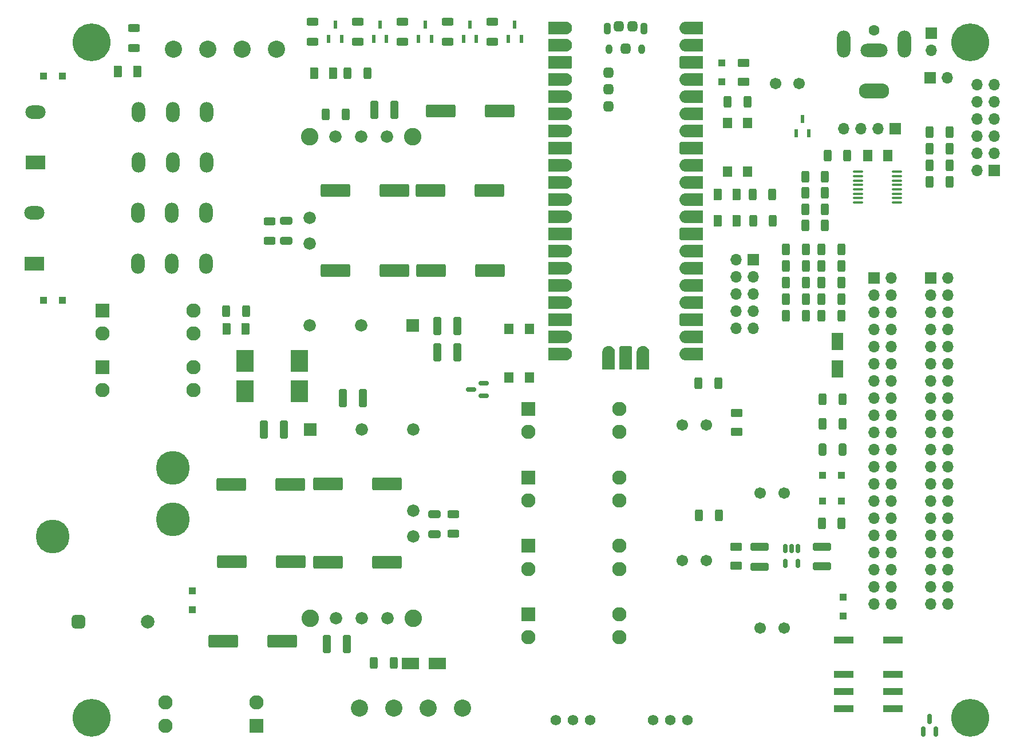
<source format=gbr>
%TF.GenerationSoftware,KiCad,Pcbnew,(6.0.10)*%
%TF.CreationDate,2023-02-22T22:59:34-05:00*%
%TF.ProjectId,System Management Board,53797374-656d-4204-9d61-6e6167656d65,rev?*%
%TF.SameCoordinates,Original*%
%TF.FileFunction,Soldermask,Top*%
%TF.FilePolarity,Negative*%
%FSLAX46Y46*%
G04 Gerber Fmt 4.6, Leading zero omitted, Abs format (unit mm)*
G04 Created by KiCad (PCBNEW (6.0.10)) date 2023-02-22 22:59:34*
%MOMM*%
%LPD*%
G01*
G04 APERTURE LIST*
G04 Aperture macros list*
%AMRoundRect*
0 Rectangle with rounded corners*
0 $1 Rounding radius*
0 $2 $3 $4 $5 $6 $7 $8 $9 X,Y pos of 4 corners*
0 Add a 4 corners polygon primitive as box body*
4,1,4,$2,$3,$4,$5,$6,$7,$8,$9,$2,$3,0*
0 Add four circle primitives for the rounded corners*
1,1,$1+$1,$2,$3*
1,1,$1+$1,$4,$5*
1,1,$1+$1,$6,$7*
1,1,$1+$1,$8,$9*
0 Add four rect primitives between the rounded corners*
20,1,$1+$1,$2,$3,$4,$5,0*
20,1,$1+$1,$4,$5,$6,$7,0*
20,1,$1+$1,$6,$7,$8,$9,0*
20,1,$1+$1,$8,$9,$2,$3,0*%
G04 Aperture macros list end*
%ADD10C,0.010000*%
%ADD11R,1.400000X1.600000*%
%ADD12C,1.701800*%
%ADD13RoundRect,0.250001X-0.462499X-0.624999X0.462499X-0.624999X0.462499X0.624999X-0.462499X0.624999X0*%
%ADD14R,2.108200X2.108200*%
%ADD15C,2.108200*%
%ADD16RoundRect,0.250000X0.312500X0.625000X-0.312500X0.625000X-0.312500X-0.625000X0.312500X-0.625000X0*%
%ADD17RoundRect,0.250000X-0.312500X-0.625000X0.312500X-0.625000X0.312500X0.625000X-0.312500X0.625000X0*%
%ADD18RoundRect,0.150000X0.587500X0.150000X-0.587500X0.150000X-0.587500X-0.150000X0.587500X-0.150000X0*%
%ADD19RoundRect,0.250000X1.100000X-0.325000X1.100000X0.325000X-1.100000X0.325000X-1.100000X-0.325000X0*%
%ADD20RoundRect,0.250000X-1.950000X-0.700000X1.950000X-0.700000X1.950000X0.700000X-1.950000X0.700000X0*%
%ADD21RoundRect,0.150000X-0.150000X0.512500X-0.150000X-0.512500X0.150000X-0.512500X0.150000X0.512500X0*%
%ADD22RoundRect,0.250000X-0.625000X0.375000X-0.625000X-0.375000X0.625000X-0.375000X0.625000X0.375000X0*%
%ADD23R,1.700000X1.700000*%
%ADD24O,1.700000X1.700000*%
%ADD25RoundRect,0.250000X-1.100000X0.325000X-1.100000X-0.325000X1.100000X-0.325000X1.100000X0.325000X0*%
%ADD26R,1.100000X1.100000*%
%ADD27RoundRect,0.250000X1.950000X0.700000X-1.950000X0.700000X-1.950000X-0.700000X1.950000X-0.700000X0*%
%ADD28RoundRect,0.250000X-0.375000X-0.625000X0.375000X-0.625000X0.375000X0.625000X-0.375000X0.625000X0*%
%ADD29RoundRect,0.250000X0.625000X-0.312500X0.625000X0.312500X-0.625000X0.312500X-0.625000X-0.312500X0*%
%ADD30C,1.600000*%
%ADD31O,4.500000X2.250000*%
%ADD32O,4.000000X2.000000*%
%ADD33O,2.000000X4.000000*%
%ADD34R,2.500000X1.800000*%
%ADD35C,5.000000*%
%ADD36RoundRect,0.500000X-0.500000X0.500000X-0.500000X-0.500000X0.500000X-0.500000X0.500000X0.500000X0*%
%ADD37C,2.000000*%
%ADD38RoundRect,0.250000X0.325000X1.100000X-0.325000X1.100000X-0.325000X-1.100000X0.325000X-1.100000X0*%
%ADD39O,2.000000X3.000000*%
%ADD40R,3.000000X2.000000*%
%ADD41O,3.000000X2.000000*%
%ADD42O,1.100000X1.800000*%
%ADD43O,1.050000X1.450000*%
%ADD44RoundRect,0.450000X-0.300000X-0.300000X0.300000X-0.300000X0.300000X0.300000X-0.300000X0.300000X0*%
%ADD45RoundRect,0.250000X0.625000X-0.375000X0.625000X0.375000X-0.625000X0.375000X-0.625000X-0.375000X0*%
%ADD46R,0.600000X1.300000*%
%ADD47RoundRect,0.250000X-0.650000X0.325000X-0.650000X-0.325000X0.650000X-0.325000X0.650000X0.325000X0*%
%ADD48C,1.574800*%
%ADD49RoundRect,0.250000X-0.325000X-1.100000X0.325000X-1.100000X0.325000X1.100000X-0.325000X1.100000X0*%
%ADD50RoundRect,0.250000X0.650000X-0.325000X0.650000X0.325000X-0.650000X0.325000X-0.650000X-0.325000X0*%
%ADD51C,5.600000*%
%ADD52R,1.800000X2.500000*%
%ADD53RoundRect,0.250000X0.375000X0.625000X-0.375000X0.625000X-0.375000X-0.625000X0.375000X-0.625000X0*%
%ADD54RoundRect,0.250000X-0.325000X-0.650000X0.325000X-0.650000X0.325000X0.650000X-0.325000X0.650000X0*%
%ADD55R,2.620000X3.200000*%
%ADD56C,2.540000*%
%ADD57RoundRect,0.100000X0.637500X0.100000X-0.637500X0.100000X-0.637500X-0.100000X0.637500X-0.100000X0*%
%ADD58RoundRect,0.150000X0.150000X-0.587500X0.150000X0.587500X-0.150000X0.587500X-0.150000X-0.587500X0*%
%ADD59RoundRect,0.250000X-0.625000X0.312500X-0.625000X-0.312500X0.625000X-0.312500X0.625000X0.312500X0*%
%ADD60R,3.000000X1.100000*%
%ADD61R,1.830000X1.830000*%
%ADD62C,1.830000*%
%ADD63C,2.590000*%
G04 APERTURE END LIST*
%TO.C,U1*%
G36*
X177120000Y-79535000D02*
G01*
X174004000Y-79535000D01*
X173989000Y-79533000D01*
X173973000Y-79531000D01*
X173958000Y-79528000D01*
X173942000Y-79525000D01*
X173912000Y-79515000D01*
X173898000Y-79509000D01*
X173870000Y-79495000D01*
X173857000Y-79487000D01*
X173844000Y-79478000D01*
X173831000Y-79468000D01*
X173819000Y-79458000D01*
X173797000Y-79436000D01*
X173787000Y-79424000D01*
X173777000Y-79411000D01*
X173768000Y-79398000D01*
X173760000Y-79385000D01*
X173746000Y-79357000D01*
X173740000Y-79343000D01*
X173730000Y-79313000D01*
X173727000Y-79297000D01*
X173724000Y-79282000D01*
X173722000Y-79266000D01*
X173720000Y-79251000D01*
X173720000Y-78019000D01*
X173722000Y-78004000D01*
X173724000Y-77988000D01*
X173727000Y-77973000D01*
X173730000Y-77957000D01*
X173740000Y-77927000D01*
X173746000Y-77913000D01*
X173760000Y-77885000D01*
X173768000Y-77872000D01*
X173777000Y-77859000D01*
X173787000Y-77846000D01*
X173797000Y-77834000D01*
X173819000Y-77812000D01*
X173831000Y-77802000D01*
X173844000Y-77792000D01*
X173857000Y-77783000D01*
X173870000Y-77775000D01*
X173898000Y-77761000D01*
X173912000Y-77755000D01*
X173942000Y-77745000D01*
X173958000Y-77742000D01*
X173973000Y-77739000D01*
X173989000Y-77737000D01*
X174004000Y-77735000D01*
X177120000Y-77735000D01*
X177120000Y-79535000D01*
G37*
D10*
X177120000Y-79535000D02*
X174004000Y-79535000D01*
X173989000Y-79533000D01*
X173973000Y-79531000D01*
X173958000Y-79528000D01*
X173942000Y-79525000D01*
X173912000Y-79515000D01*
X173898000Y-79509000D01*
X173870000Y-79495000D01*
X173857000Y-79487000D01*
X173844000Y-79478000D01*
X173831000Y-79468000D01*
X173819000Y-79458000D01*
X173797000Y-79436000D01*
X173787000Y-79424000D01*
X173777000Y-79411000D01*
X173768000Y-79398000D01*
X173760000Y-79385000D01*
X173746000Y-79357000D01*
X173740000Y-79343000D01*
X173730000Y-79313000D01*
X173727000Y-79297000D01*
X173724000Y-79282000D01*
X173722000Y-79266000D01*
X173720000Y-79251000D01*
X173720000Y-78019000D01*
X173722000Y-78004000D01*
X173724000Y-77988000D01*
X173727000Y-77973000D01*
X173730000Y-77957000D01*
X173740000Y-77927000D01*
X173746000Y-77913000D01*
X173760000Y-77885000D01*
X173768000Y-77872000D01*
X173777000Y-77859000D01*
X173787000Y-77846000D01*
X173797000Y-77834000D01*
X173819000Y-77812000D01*
X173831000Y-77802000D01*
X173844000Y-77792000D01*
X173857000Y-77783000D01*
X173870000Y-77775000D01*
X173898000Y-77761000D01*
X173912000Y-77755000D01*
X173942000Y-77745000D01*
X173958000Y-77742000D01*
X173973000Y-77739000D01*
X173989000Y-77737000D01*
X174004000Y-77735000D01*
X177120000Y-77735000D01*
X177120000Y-79535000D01*
G36*
X177120000Y-94775000D02*
G01*
X174620000Y-94775000D01*
X174573000Y-94774000D01*
X174526000Y-94770000D01*
X174479000Y-94764000D01*
X174433000Y-94755000D01*
X174387000Y-94744000D01*
X174342000Y-94731000D01*
X174297000Y-94715000D01*
X174254000Y-94697000D01*
X174211000Y-94677000D01*
X174170000Y-94654000D01*
X174130000Y-94630000D01*
X174091000Y-94603000D01*
X174054000Y-94574000D01*
X174018000Y-94544000D01*
X173984000Y-94511000D01*
X173951000Y-94477000D01*
X173921000Y-94441000D01*
X173892000Y-94404000D01*
X173865000Y-94365000D01*
X173841000Y-94325000D01*
X173818000Y-94284000D01*
X173798000Y-94241000D01*
X173780000Y-94198000D01*
X173764000Y-94153000D01*
X173751000Y-94108000D01*
X173740000Y-94062000D01*
X173731000Y-94016000D01*
X173725000Y-93969000D01*
X173721000Y-93922000D01*
X173720000Y-93875000D01*
X173721000Y-93828000D01*
X173725000Y-93781000D01*
X173731000Y-93734000D01*
X173740000Y-93688000D01*
X173751000Y-93642000D01*
X173764000Y-93597000D01*
X173780000Y-93552000D01*
X173798000Y-93509000D01*
X173818000Y-93466000D01*
X173841000Y-93425000D01*
X173865000Y-93385000D01*
X173892000Y-93346000D01*
X173921000Y-93309000D01*
X173951000Y-93273000D01*
X173984000Y-93239000D01*
X174018000Y-93206000D01*
X174054000Y-93176000D01*
X174091000Y-93147000D01*
X174130000Y-93120000D01*
X174170000Y-93096000D01*
X174211000Y-93073000D01*
X174254000Y-93053000D01*
X174297000Y-93035000D01*
X174342000Y-93019000D01*
X174387000Y-93006000D01*
X174433000Y-92995000D01*
X174479000Y-92986000D01*
X174526000Y-92980000D01*
X174573000Y-92976000D01*
X174620000Y-92975000D01*
X177120000Y-92975000D01*
X177120000Y-94775000D01*
G37*
X177120000Y-94775000D02*
X174620000Y-94775000D01*
X174573000Y-94774000D01*
X174526000Y-94770000D01*
X174479000Y-94764000D01*
X174433000Y-94755000D01*
X174387000Y-94744000D01*
X174342000Y-94731000D01*
X174297000Y-94715000D01*
X174254000Y-94697000D01*
X174211000Y-94677000D01*
X174170000Y-94654000D01*
X174130000Y-94630000D01*
X174091000Y-94603000D01*
X174054000Y-94574000D01*
X174018000Y-94544000D01*
X173984000Y-94511000D01*
X173951000Y-94477000D01*
X173921000Y-94441000D01*
X173892000Y-94404000D01*
X173865000Y-94365000D01*
X173841000Y-94325000D01*
X173818000Y-94284000D01*
X173798000Y-94241000D01*
X173780000Y-94198000D01*
X173764000Y-94153000D01*
X173751000Y-94108000D01*
X173740000Y-94062000D01*
X173731000Y-94016000D01*
X173725000Y-93969000D01*
X173721000Y-93922000D01*
X173720000Y-93875000D01*
X173721000Y-93828000D01*
X173725000Y-93781000D01*
X173731000Y-93734000D01*
X173740000Y-93688000D01*
X173751000Y-93642000D01*
X173764000Y-93597000D01*
X173780000Y-93552000D01*
X173798000Y-93509000D01*
X173818000Y-93466000D01*
X173841000Y-93425000D01*
X173865000Y-93385000D01*
X173892000Y-93346000D01*
X173921000Y-93309000D01*
X173951000Y-93273000D01*
X173984000Y-93239000D01*
X174018000Y-93206000D01*
X174054000Y-93176000D01*
X174091000Y-93147000D01*
X174130000Y-93120000D01*
X174170000Y-93096000D01*
X174211000Y-93073000D01*
X174254000Y-93053000D01*
X174297000Y-93035000D01*
X174342000Y-93019000D01*
X174387000Y-93006000D01*
X174433000Y-92995000D01*
X174479000Y-92986000D01*
X174526000Y-92980000D01*
X174573000Y-92976000D01*
X174620000Y-92975000D01*
X177120000Y-92975000D01*
X177120000Y-94775000D01*
G36*
X156887000Y-47256000D02*
G01*
X156934000Y-47260000D01*
X156981000Y-47266000D01*
X157027000Y-47275000D01*
X157073000Y-47286000D01*
X157118000Y-47299000D01*
X157163000Y-47315000D01*
X157206000Y-47333000D01*
X157249000Y-47353000D01*
X157290000Y-47376000D01*
X157330000Y-47400000D01*
X157369000Y-47427000D01*
X157406000Y-47456000D01*
X157442000Y-47486000D01*
X157476000Y-47519000D01*
X157509000Y-47553000D01*
X157539000Y-47589000D01*
X157568000Y-47626000D01*
X157595000Y-47665000D01*
X157619000Y-47705000D01*
X157642000Y-47746000D01*
X157662000Y-47789000D01*
X157680000Y-47832000D01*
X157696000Y-47877000D01*
X157709000Y-47922000D01*
X157720000Y-47968000D01*
X157729000Y-48014000D01*
X157735000Y-48061000D01*
X157739000Y-48108000D01*
X157740000Y-48155000D01*
X157739000Y-48202000D01*
X157735000Y-48249000D01*
X157729000Y-48296000D01*
X157720000Y-48342000D01*
X157709000Y-48388000D01*
X157696000Y-48433000D01*
X157680000Y-48478000D01*
X157662000Y-48521000D01*
X157642000Y-48564000D01*
X157619000Y-48605000D01*
X157595000Y-48645000D01*
X157568000Y-48684000D01*
X157539000Y-48721000D01*
X157509000Y-48757000D01*
X157476000Y-48791000D01*
X157442000Y-48824000D01*
X157406000Y-48854000D01*
X157369000Y-48883000D01*
X157330000Y-48910000D01*
X157290000Y-48934000D01*
X157249000Y-48957000D01*
X157206000Y-48977000D01*
X157163000Y-48995000D01*
X157118000Y-49011000D01*
X157073000Y-49024000D01*
X157027000Y-49035000D01*
X156981000Y-49044000D01*
X156934000Y-49050000D01*
X156887000Y-49054000D01*
X156840000Y-49055000D01*
X154340000Y-49055000D01*
X154340000Y-47255000D01*
X156840000Y-47255000D01*
X156887000Y-47256000D01*
G37*
X156887000Y-47256000D02*
X156934000Y-47260000D01*
X156981000Y-47266000D01*
X157027000Y-47275000D01*
X157073000Y-47286000D01*
X157118000Y-47299000D01*
X157163000Y-47315000D01*
X157206000Y-47333000D01*
X157249000Y-47353000D01*
X157290000Y-47376000D01*
X157330000Y-47400000D01*
X157369000Y-47427000D01*
X157406000Y-47456000D01*
X157442000Y-47486000D01*
X157476000Y-47519000D01*
X157509000Y-47553000D01*
X157539000Y-47589000D01*
X157568000Y-47626000D01*
X157595000Y-47665000D01*
X157619000Y-47705000D01*
X157642000Y-47746000D01*
X157662000Y-47789000D01*
X157680000Y-47832000D01*
X157696000Y-47877000D01*
X157709000Y-47922000D01*
X157720000Y-47968000D01*
X157729000Y-48014000D01*
X157735000Y-48061000D01*
X157739000Y-48108000D01*
X157740000Y-48155000D01*
X157739000Y-48202000D01*
X157735000Y-48249000D01*
X157729000Y-48296000D01*
X157720000Y-48342000D01*
X157709000Y-48388000D01*
X157696000Y-48433000D01*
X157680000Y-48478000D01*
X157662000Y-48521000D01*
X157642000Y-48564000D01*
X157619000Y-48605000D01*
X157595000Y-48645000D01*
X157568000Y-48684000D01*
X157539000Y-48721000D01*
X157509000Y-48757000D01*
X157476000Y-48791000D01*
X157442000Y-48824000D01*
X157406000Y-48854000D01*
X157369000Y-48883000D01*
X157330000Y-48910000D01*
X157290000Y-48934000D01*
X157249000Y-48957000D01*
X157206000Y-48977000D01*
X157163000Y-48995000D01*
X157118000Y-49011000D01*
X157073000Y-49024000D01*
X157027000Y-49035000D01*
X156981000Y-49044000D01*
X156934000Y-49050000D01*
X156887000Y-49054000D01*
X156840000Y-49055000D01*
X154340000Y-49055000D01*
X154340000Y-47255000D01*
X156840000Y-47255000D01*
X156887000Y-47256000D01*
G36*
X156887000Y-80276000D02*
G01*
X156934000Y-80280000D01*
X156981000Y-80286000D01*
X157027000Y-80295000D01*
X157073000Y-80306000D01*
X157118000Y-80319000D01*
X157163000Y-80335000D01*
X157206000Y-80353000D01*
X157249000Y-80373000D01*
X157290000Y-80396000D01*
X157330000Y-80420000D01*
X157369000Y-80447000D01*
X157406000Y-80476000D01*
X157442000Y-80506000D01*
X157476000Y-80539000D01*
X157509000Y-80573000D01*
X157539000Y-80609000D01*
X157568000Y-80646000D01*
X157595000Y-80685000D01*
X157619000Y-80725000D01*
X157642000Y-80766000D01*
X157662000Y-80809000D01*
X157680000Y-80852000D01*
X157696000Y-80897000D01*
X157709000Y-80942000D01*
X157720000Y-80988000D01*
X157729000Y-81034000D01*
X157735000Y-81081000D01*
X157739000Y-81128000D01*
X157740000Y-81175000D01*
X157739000Y-81222000D01*
X157735000Y-81269000D01*
X157729000Y-81316000D01*
X157720000Y-81362000D01*
X157709000Y-81408000D01*
X157696000Y-81453000D01*
X157680000Y-81498000D01*
X157662000Y-81541000D01*
X157642000Y-81584000D01*
X157619000Y-81625000D01*
X157595000Y-81665000D01*
X157568000Y-81704000D01*
X157539000Y-81741000D01*
X157509000Y-81777000D01*
X157476000Y-81811000D01*
X157442000Y-81844000D01*
X157406000Y-81874000D01*
X157369000Y-81903000D01*
X157330000Y-81930000D01*
X157290000Y-81954000D01*
X157249000Y-81977000D01*
X157206000Y-81997000D01*
X157163000Y-82015000D01*
X157118000Y-82031000D01*
X157073000Y-82044000D01*
X157027000Y-82055000D01*
X156981000Y-82064000D01*
X156934000Y-82070000D01*
X156887000Y-82074000D01*
X156840000Y-82075000D01*
X154340000Y-82075000D01*
X154340000Y-80275000D01*
X156840000Y-80275000D01*
X156887000Y-80276000D01*
G37*
X156887000Y-80276000D02*
X156934000Y-80280000D01*
X156981000Y-80286000D01*
X157027000Y-80295000D01*
X157073000Y-80306000D01*
X157118000Y-80319000D01*
X157163000Y-80335000D01*
X157206000Y-80353000D01*
X157249000Y-80373000D01*
X157290000Y-80396000D01*
X157330000Y-80420000D01*
X157369000Y-80447000D01*
X157406000Y-80476000D01*
X157442000Y-80506000D01*
X157476000Y-80539000D01*
X157509000Y-80573000D01*
X157539000Y-80609000D01*
X157568000Y-80646000D01*
X157595000Y-80685000D01*
X157619000Y-80725000D01*
X157642000Y-80766000D01*
X157662000Y-80809000D01*
X157680000Y-80852000D01*
X157696000Y-80897000D01*
X157709000Y-80942000D01*
X157720000Y-80988000D01*
X157729000Y-81034000D01*
X157735000Y-81081000D01*
X157739000Y-81128000D01*
X157740000Y-81175000D01*
X157739000Y-81222000D01*
X157735000Y-81269000D01*
X157729000Y-81316000D01*
X157720000Y-81362000D01*
X157709000Y-81408000D01*
X157696000Y-81453000D01*
X157680000Y-81498000D01*
X157662000Y-81541000D01*
X157642000Y-81584000D01*
X157619000Y-81625000D01*
X157595000Y-81665000D01*
X157568000Y-81704000D01*
X157539000Y-81741000D01*
X157509000Y-81777000D01*
X157476000Y-81811000D01*
X157442000Y-81844000D01*
X157406000Y-81874000D01*
X157369000Y-81903000D01*
X157330000Y-81930000D01*
X157290000Y-81954000D01*
X157249000Y-81977000D01*
X157206000Y-81997000D01*
X157163000Y-82015000D01*
X157118000Y-82031000D01*
X157073000Y-82044000D01*
X157027000Y-82055000D01*
X156981000Y-82064000D01*
X156934000Y-82070000D01*
X156887000Y-82074000D01*
X156840000Y-82075000D01*
X154340000Y-82075000D01*
X154340000Y-80275000D01*
X156840000Y-80275000D01*
X156887000Y-80276000D01*
G36*
X156887000Y-57416000D02*
G01*
X156934000Y-57420000D01*
X156981000Y-57426000D01*
X157027000Y-57435000D01*
X157073000Y-57446000D01*
X157118000Y-57459000D01*
X157163000Y-57475000D01*
X157206000Y-57493000D01*
X157249000Y-57513000D01*
X157290000Y-57536000D01*
X157330000Y-57560000D01*
X157369000Y-57587000D01*
X157406000Y-57616000D01*
X157442000Y-57646000D01*
X157476000Y-57679000D01*
X157509000Y-57713000D01*
X157539000Y-57749000D01*
X157568000Y-57786000D01*
X157595000Y-57825000D01*
X157619000Y-57865000D01*
X157642000Y-57906000D01*
X157662000Y-57949000D01*
X157680000Y-57992000D01*
X157696000Y-58037000D01*
X157709000Y-58082000D01*
X157720000Y-58128000D01*
X157729000Y-58174000D01*
X157735000Y-58221000D01*
X157739000Y-58268000D01*
X157740000Y-58315000D01*
X157739000Y-58362000D01*
X157735000Y-58409000D01*
X157729000Y-58456000D01*
X157720000Y-58502000D01*
X157709000Y-58548000D01*
X157696000Y-58593000D01*
X157680000Y-58638000D01*
X157662000Y-58681000D01*
X157642000Y-58724000D01*
X157619000Y-58765000D01*
X157595000Y-58805000D01*
X157568000Y-58844000D01*
X157539000Y-58881000D01*
X157509000Y-58917000D01*
X157476000Y-58951000D01*
X157442000Y-58984000D01*
X157406000Y-59014000D01*
X157369000Y-59043000D01*
X157330000Y-59070000D01*
X157290000Y-59094000D01*
X157249000Y-59117000D01*
X157206000Y-59137000D01*
X157163000Y-59155000D01*
X157118000Y-59171000D01*
X157073000Y-59184000D01*
X157027000Y-59195000D01*
X156981000Y-59204000D01*
X156934000Y-59210000D01*
X156887000Y-59214000D01*
X156840000Y-59215000D01*
X154340000Y-59215000D01*
X154340000Y-57415000D01*
X156840000Y-57415000D01*
X156887000Y-57416000D01*
G37*
X156887000Y-57416000D02*
X156934000Y-57420000D01*
X156981000Y-57426000D01*
X157027000Y-57435000D01*
X157073000Y-57446000D01*
X157118000Y-57459000D01*
X157163000Y-57475000D01*
X157206000Y-57493000D01*
X157249000Y-57513000D01*
X157290000Y-57536000D01*
X157330000Y-57560000D01*
X157369000Y-57587000D01*
X157406000Y-57616000D01*
X157442000Y-57646000D01*
X157476000Y-57679000D01*
X157509000Y-57713000D01*
X157539000Y-57749000D01*
X157568000Y-57786000D01*
X157595000Y-57825000D01*
X157619000Y-57865000D01*
X157642000Y-57906000D01*
X157662000Y-57949000D01*
X157680000Y-57992000D01*
X157696000Y-58037000D01*
X157709000Y-58082000D01*
X157720000Y-58128000D01*
X157729000Y-58174000D01*
X157735000Y-58221000D01*
X157739000Y-58268000D01*
X157740000Y-58315000D01*
X157739000Y-58362000D01*
X157735000Y-58409000D01*
X157729000Y-58456000D01*
X157720000Y-58502000D01*
X157709000Y-58548000D01*
X157696000Y-58593000D01*
X157680000Y-58638000D01*
X157662000Y-58681000D01*
X157642000Y-58724000D01*
X157619000Y-58765000D01*
X157595000Y-58805000D01*
X157568000Y-58844000D01*
X157539000Y-58881000D01*
X157509000Y-58917000D01*
X157476000Y-58951000D01*
X157442000Y-58984000D01*
X157406000Y-59014000D01*
X157369000Y-59043000D01*
X157330000Y-59070000D01*
X157290000Y-59094000D01*
X157249000Y-59117000D01*
X157206000Y-59137000D01*
X157163000Y-59155000D01*
X157118000Y-59171000D01*
X157073000Y-59184000D01*
X157027000Y-59195000D01*
X156981000Y-59204000D01*
X156934000Y-59210000D01*
X156887000Y-59214000D01*
X156840000Y-59215000D01*
X154340000Y-59215000D01*
X154340000Y-57415000D01*
X156840000Y-57415000D01*
X156887000Y-57416000D01*
G36*
X177120000Y-69375000D02*
G01*
X174620000Y-69375000D01*
X174573000Y-69374000D01*
X174526000Y-69370000D01*
X174479000Y-69364000D01*
X174433000Y-69355000D01*
X174387000Y-69344000D01*
X174342000Y-69331000D01*
X174297000Y-69315000D01*
X174254000Y-69297000D01*
X174211000Y-69277000D01*
X174170000Y-69254000D01*
X174130000Y-69230000D01*
X174091000Y-69203000D01*
X174054000Y-69174000D01*
X174018000Y-69144000D01*
X173984000Y-69111000D01*
X173951000Y-69077000D01*
X173921000Y-69041000D01*
X173892000Y-69004000D01*
X173865000Y-68965000D01*
X173841000Y-68925000D01*
X173818000Y-68884000D01*
X173798000Y-68841000D01*
X173780000Y-68798000D01*
X173764000Y-68753000D01*
X173751000Y-68708000D01*
X173740000Y-68662000D01*
X173731000Y-68616000D01*
X173725000Y-68569000D01*
X173721000Y-68522000D01*
X173720000Y-68475000D01*
X173721000Y-68428000D01*
X173725000Y-68381000D01*
X173731000Y-68334000D01*
X173740000Y-68288000D01*
X173751000Y-68242000D01*
X173764000Y-68197000D01*
X173780000Y-68152000D01*
X173798000Y-68109000D01*
X173818000Y-68066000D01*
X173841000Y-68025000D01*
X173865000Y-67985000D01*
X173892000Y-67946000D01*
X173921000Y-67909000D01*
X173951000Y-67873000D01*
X173984000Y-67839000D01*
X174018000Y-67806000D01*
X174054000Y-67776000D01*
X174091000Y-67747000D01*
X174130000Y-67720000D01*
X174170000Y-67696000D01*
X174211000Y-67673000D01*
X174254000Y-67653000D01*
X174297000Y-67635000D01*
X174342000Y-67619000D01*
X174387000Y-67606000D01*
X174433000Y-67595000D01*
X174479000Y-67586000D01*
X174526000Y-67580000D01*
X174573000Y-67576000D01*
X174620000Y-67575000D01*
X177120000Y-67575000D01*
X177120000Y-69375000D01*
G37*
X177120000Y-69375000D02*
X174620000Y-69375000D01*
X174573000Y-69374000D01*
X174526000Y-69370000D01*
X174479000Y-69364000D01*
X174433000Y-69355000D01*
X174387000Y-69344000D01*
X174342000Y-69331000D01*
X174297000Y-69315000D01*
X174254000Y-69297000D01*
X174211000Y-69277000D01*
X174170000Y-69254000D01*
X174130000Y-69230000D01*
X174091000Y-69203000D01*
X174054000Y-69174000D01*
X174018000Y-69144000D01*
X173984000Y-69111000D01*
X173951000Y-69077000D01*
X173921000Y-69041000D01*
X173892000Y-69004000D01*
X173865000Y-68965000D01*
X173841000Y-68925000D01*
X173818000Y-68884000D01*
X173798000Y-68841000D01*
X173780000Y-68798000D01*
X173764000Y-68753000D01*
X173751000Y-68708000D01*
X173740000Y-68662000D01*
X173731000Y-68616000D01*
X173725000Y-68569000D01*
X173721000Y-68522000D01*
X173720000Y-68475000D01*
X173721000Y-68428000D01*
X173725000Y-68381000D01*
X173731000Y-68334000D01*
X173740000Y-68288000D01*
X173751000Y-68242000D01*
X173764000Y-68197000D01*
X173780000Y-68152000D01*
X173798000Y-68109000D01*
X173818000Y-68066000D01*
X173841000Y-68025000D01*
X173865000Y-67985000D01*
X173892000Y-67946000D01*
X173921000Y-67909000D01*
X173951000Y-67873000D01*
X173984000Y-67839000D01*
X174018000Y-67806000D01*
X174054000Y-67776000D01*
X174091000Y-67747000D01*
X174130000Y-67720000D01*
X174170000Y-67696000D01*
X174211000Y-67673000D01*
X174254000Y-67653000D01*
X174297000Y-67635000D01*
X174342000Y-67619000D01*
X174387000Y-67606000D01*
X174433000Y-67595000D01*
X174479000Y-67586000D01*
X174526000Y-67580000D01*
X174573000Y-67576000D01*
X174620000Y-67575000D01*
X177120000Y-67575000D01*
X177120000Y-69375000D01*
G36*
X177120000Y-71915000D02*
G01*
X174620000Y-71915000D01*
X174573000Y-71914000D01*
X174526000Y-71910000D01*
X174479000Y-71904000D01*
X174433000Y-71895000D01*
X174387000Y-71884000D01*
X174342000Y-71871000D01*
X174297000Y-71855000D01*
X174254000Y-71837000D01*
X174211000Y-71817000D01*
X174170000Y-71794000D01*
X174130000Y-71770000D01*
X174091000Y-71743000D01*
X174054000Y-71714000D01*
X174018000Y-71684000D01*
X173984000Y-71651000D01*
X173951000Y-71617000D01*
X173921000Y-71581000D01*
X173892000Y-71544000D01*
X173865000Y-71505000D01*
X173841000Y-71465000D01*
X173818000Y-71424000D01*
X173798000Y-71381000D01*
X173780000Y-71338000D01*
X173764000Y-71293000D01*
X173751000Y-71248000D01*
X173740000Y-71202000D01*
X173731000Y-71156000D01*
X173725000Y-71109000D01*
X173721000Y-71062000D01*
X173720000Y-71015000D01*
X173721000Y-70968000D01*
X173725000Y-70921000D01*
X173731000Y-70874000D01*
X173740000Y-70828000D01*
X173751000Y-70782000D01*
X173764000Y-70737000D01*
X173780000Y-70692000D01*
X173798000Y-70649000D01*
X173818000Y-70606000D01*
X173841000Y-70565000D01*
X173865000Y-70525000D01*
X173892000Y-70486000D01*
X173921000Y-70449000D01*
X173951000Y-70413000D01*
X173984000Y-70379000D01*
X174018000Y-70346000D01*
X174054000Y-70316000D01*
X174091000Y-70287000D01*
X174130000Y-70260000D01*
X174170000Y-70236000D01*
X174211000Y-70213000D01*
X174254000Y-70193000D01*
X174297000Y-70175000D01*
X174342000Y-70159000D01*
X174387000Y-70146000D01*
X174433000Y-70135000D01*
X174479000Y-70126000D01*
X174526000Y-70120000D01*
X174573000Y-70116000D01*
X174620000Y-70115000D01*
X177120000Y-70115000D01*
X177120000Y-71915000D01*
G37*
X177120000Y-71915000D02*
X174620000Y-71915000D01*
X174573000Y-71914000D01*
X174526000Y-71910000D01*
X174479000Y-71904000D01*
X174433000Y-71895000D01*
X174387000Y-71884000D01*
X174342000Y-71871000D01*
X174297000Y-71855000D01*
X174254000Y-71837000D01*
X174211000Y-71817000D01*
X174170000Y-71794000D01*
X174130000Y-71770000D01*
X174091000Y-71743000D01*
X174054000Y-71714000D01*
X174018000Y-71684000D01*
X173984000Y-71651000D01*
X173951000Y-71617000D01*
X173921000Y-71581000D01*
X173892000Y-71544000D01*
X173865000Y-71505000D01*
X173841000Y-71465000D01*
X173818000Y-71424000D01*
X173798000Y-71381000D01*
X173780000Y-71338000D01*
X173764000Y-71293000D01*
X173751000Y-71248000D01*
X173740000Y-71202000D01*
X173731000Y-71156000D01*
X173725000Y-71109000D01*
X173721000Y-71062000D01*
X173720000Y-71015000D01*
X173721000Y-70968000D01*
X173725000Y-70921000D01*
X173731000Y-70874000D01*
X173740000Y-70828000D01*
X173751000Y-70782000D01*
X173764000Y-70737000D01*
X173780000Y-70692000D01*
X173798000Y-70649000D01*
X173818000Y-70606000D01*
X173841000Y-70565000D01*
X173865000Y-70525000D01*
X173892000Y-70486000D01*
X173921000Y-70449000D01*
X173951000Y-70413000D01*
X173984000Y-70379000D01*
X174018000Y-70346000D01*
X174054000Y-70316000D01*
X174091000Y-70287000D01*
X174130000Y-70260000D01*
X174170000Y-70236000D01*
X174211000Y-70213000D01*
X174254000Y-70193000D01*
X174297000Y-70175000D01*
X174342000Y-70159000D01*
X174387000Y-70146000D01*
X174433000Y-70135000D01*
X174479000Y-70126000D01*
X174526000Y-70120000D01*
X174573000Y-70116000D01*
X174620000Y-70115000D01*
X177120000Y-70115000D01*
X177120000Y-71915000D01*
G36*
X177120000Y-61755000D02*
G01*
X174620000Y-61755000D01*
X174573000Y-61754000D01*
X174526000Y-61750000D01*
X174479000Y-61744000D01*
X174433000Y-61735000D01*
X174387000Y-61724000D01*
X174342000Y-61711000D01*
X174297000Y-61695000D01*
X174254000Y-61677000D01*
X174211000Y-61657000D01*
X174170000Y-61634000D01*
X174130000Y-61610000D01*
X174091000Y-61583000D01*
X174054000Y-61554000D01*
X174018000Y-61524000D01*
X173984000Y-61491000D01*
X173951000Y-61457000D01*
X173921000Y-61421000D01*
X173892000Y-61384000D01*
X173865000Y-61345000D01*
X173841000Y-61305000D01*
X173818000Y-61264000D01*
X173798000Y-61221000D01*
X173780000Y-61178000D01*
X173764000Y-61133000D01*
X173751000Y-61088000D01*
X173740000Y-61042000D01*
X173731000Y-60996000D01*
X173725000Y-60949000D01*
X173721000Y-60902000D01*
X173720000Y-60855000D01*
X173721000Y-60808000D01*
X173725000Y-60761000D01*
X173731000Y-60714000D01*
X173740000Y-60668000D01*
X173751000Y-60622000D01*
X173764000Y-60577000D01*
X173780000Y-60532000D01*
X173798000Y-60489000D01*
X173818000Y-60446000D01*
X173841000Y-60405000D01*
X173865000Y-60365000D01*
X173892000Y-60326000D01*
X173921000Y-60289000D01*
X173951000Y-60253000D01*
X173984000Y-60219000D01*
X174018000Y-60186000D01*
X174054000Y-60156000D01*
X174091000Y-60127000D01*
X174130000Y-60100000D01*
X174170000Y-60076000D01*
X174211000Y-60053000D01*
X174254000Y-60033000D01*
X174297000Y-60015000D01*
X174342000Y-59999000D01*
X174387000Y-59986000D01*
X174433000Y-59975000D01*
X174479000Y-59966000D01*
X174526000Y-59960000D01*
X174573000Y-59956000D01*
X174620000Y-59955000D01*
X177120000Y-59955000D01*
X177120000Y-61755000D01*
G37*
X177120000Y-61755000D02*
X174620000Y-61755000D01*
X174573000Y-61754000D01*
X174526000Y-61750000D01*
X174479000Y-61744000D01*
X174433000Y-61735000D01*
X174387000Y-61724000D01*
X174342000Y-61711000D01*
X174297000Y-61695000D01*
X174254000Y-61677000D01*
X174211000Y-61657000D01*
X174170000Y-61634000D01*
X174130000Y-61610000D01*
X174091000Y-61583000D01*
X174054000Y-61554000D01*
X174018000Y-61524000D01*
X173984000Y-61491000D01*
X173951000Y-61457000D01*
X173921000Y-61421000D01*
X173892000Y-61384000D01*
X173865000Y-61345000D01*
X173841000Y-61305000D01*
X173818000Y-61264000D01*
X173798000Y-61221000D01*
X173780000Y-61178000D01*
X173764000Y-61133000D01*
X173751000Y-61088000D01*
X173740000Y-61042000D01*
X173731000Y-60996000D01*
X173725000Y-60949000D01*
X173721000Y-60902000D01*
X173720000Y-60855000D01*
X173721000Y-60808000D01*
X173725000Y-60761000D01*
X173731000Y-60714000D01*
X173740000Y-60668000D01*
X173751000Y-60622000D01*
X173764000Y-60577000D01*
X173780000Y-60532000D01*
X173798000Y-60489000D01*
X173818000Y-60446000D01*
X173841000Y-60405000D01*
X173865000Y-60365000D01*
X173892000Y-60326000D01*
X173921000Y-60289000D01*
X173951000Y-60253000D01*
X173984000Y-60219000D01*
X174018000Y-60186000D01*
X174054000Y-60156000D01*
X174091000Y-60127000D01*
X174130000Y-60100000D01*
X174170000Y-60076000D01*
X174211000Y-60053000D01*
X174254000Y-60033000D01*
X174297000Y-60015000D01*
X174342000Y-59999000D01*
X174387000Y-59986000D01*
X174433000Y-59975000D01*
X174479000Y-59966000D01*
X174526000Y-59960000D01*
X174573000Y-59956000D01*
X174620000Y-59955000D01*
X177120000Y-59955000D01*
X177120000Y-61755000D01*
G36*
X177120000Y-51595000D02*
G01*
X174620000Y-51595000D01*
X174573000Y-51594000D01*
X174526000Y-51590000D01*
X174479000Y-51584000D01*
X174433000Y-51575000D01*
X174387000Y-51564000D01*
X174342000Y-51551000D01*
X174297000Y-51535000D01*
X174254000Y-51517000D01*
X174211000Y-51497000D01*
X174170000Y-51474000D01*
X174130000Y-51450000D01*
X174091000Y-51423000D01*
X174054000Y-51394000D01*
X174018000Y-51364000D01*
X173984000Y-51331000D01*
X173951000Y-51297000D01*
X173921000Y-51261000D01*
X173892000Y-51224000D01*
X173865000Y-51185000D01*
X173841000Y-51145000D01*
X173818000Y-51104000D01*
X173798000Y-51061000D01*
X173780000Y-51018000D01*
X173764000Y-50973000D01*
X173751000Y-50928000D01*
X173740000Y-50882000D01*
X173731000Y-50836000D01*
X173725000Y-50789000D01*
X173721000Y-50742000D01*
X173720000Y-50695000D01*
X173721000Y-50648000D01*
X173725000Y-50601000D01*
X173731000Y-50554000D01*
X173740000Y-50508000D01*
X173751000Y-50462000D01*
X173764000Y-50417000D01*
X173780000Y-50372000D01*
X173798000Y-50329000D01*
X173818000Y-50286000D01*
X173841000Y-50245000D01*
X173865000Y-50205000D01*
X173892000Y-50166000D01*
X173921000Y-50129000D01*
X173951000Y-50093000D01*
X173984000Y-50059000D01*
X174018000Y-50026000D01*
X174054000Y-49996000D01*
X174091000Y-49967000D01*
X174130000Y-49940000D01*
X174170000Y-49916000D01*
X174211000Y-49893000D01*
X174254000Y-49873000D01*
X174297000Y-49855000D01*
X174342000Y-49839000D01*
X174387000Y-49826000D01*
X174433000Y-49815000D01*
X174479000Y-49806000D01*
X174526000Y-49800000D01*
X174573000Y-49796000D01*
X174620000Y-49795000D01*
X177120000Y-49795000D01*
X177120000Y-51595000D01*
G37*
X177120000Y-51595000D02*
X174620000Y-51595000D01*
X174573000Y-51594000D01*
X174526000Y-51590000D01*
X174479000Y-51584000D01*
X174433000Y-51575000D01*
X174387000Y-51564000D01*
X174342000Y-51551000D01*
X174297000Y-51535000D01*
X174254000Y-51517000D01*
X174211000Y-51497000D01*
X174170000Y-51474000D01*
X174130000Y-51450000D01*
X174091000Y-51423000D01*
X174054000Y-51394000D01*
X174018000Y-51364000D01*
X173984000Y-51331000D01*
X173951000Y-51297000D01*
X173921000Y-51261000D01*
X173892000Y-51224000D01*
X173865000Y-51185000D01*
X173841000Y-51145000D01*
X173818000Y-51104000D01*
X173798000Y-51061000D01*
X173780000Y-51018000D01*
X173764000Y-50973000D01*
X173751000Y-50928000D01*
X173740000Y-50882000D01*
X173731000Y-50836000D01*
X173725000Y-50789000D01*
X173721000Y-50742000D01*
X173720000Y-50695000D01*
X173721000Y-50648000D01*
X173725000Y-50601000D01*
X173731000Y-50554000D01*
X173740000Y-50508000D01*
X173751000Y-50462000D01*
X173764000Y-50417000D01*
X173780000Y-50372000D01*
X173798000Y-50329000D01*
X173818000Y-50286000D01*
X173841000Y-50245000D01*
X173865000Y-50205000D01*
X173892000Y-50166000D01*
X173921000Y-50129000D01*
X173951000Y-50093000D01*
X173984000Y-50059000D01*
X174018000Y-50026000D01*
X174054000Y-49996000D01*
X174091000Y-49967000D01*
X174130000Y-49940000D01*
X174170000Y-49916000D01*
X174211000Y-49893000D01*
X174254000Y-49873000D01*
X174297000Y-49855000D01*
X174342000Y-49839000D01*
X174387000Y-49826000D01*
X174433000Y-49815000D01*
X174479000Y-49806000D01*
X174526000Y-49800000D01*
X174573000Y-49796000D01*
X174620000Y-49795000D01*
X177120000Y-49795000D01*
X177120000Y-51595000D01*
G36*
X156887000Y-59956000D02*
G01*
X156934000Y-59960000D01*
X156981000Y-59966000D01*
X157027000Y-59975000D01*
X157073000Y-59986000D01*
X157118000Y-59999000D01*
X157163000Y-60015000D01*
X157206000Y-60033000D01*
X157249000Y-60053000D01*
X157290000Y-60076000D01*
X157330000Y-60100000D01*
X157369000Y-60127000D01*
X157406000Y-60156000D01*
X157442000Y-60186000D01*
X157476000Y-60219000D01*
X157509000Y-60253000D01*
X157539000Y-60289000D01*
X157568000Y-60326000D01*
X157595000Y-60365000D01*
X157619000Y-60405000D01*
X157642000Y-60446000D01*
X157662000Y-60489000D01*
X157680000Y-60532000D01*
X157696000Y-60577000D01*
X157709000Y-60622000D01*
X157720000Y-60668000D01*
X157729000Y-60714000D01*
X157735000Y-60761000D01*
X157739000Y-60808000D01*
X157740000Y-60855000D01*
X157739000Y-60902000D01*
X157735000Y-60949000D01*
X157729000Y-60996000D01*
X157720000Y-61042000D01*
X157709000Y-61088000D01*
X157696000Y-61133000D01*
X157680000Y-61178000D01*
X157662000Y-61221000D01*
X157642000Y-61264000D01*
X157619000Y-61305000D01*
X157595000Y-61345000D01*
X157568000Y-61384000D01*
X157539000Y-61421000D01*
X157509000Y-61457000D01*
X157476000Y-61491000D01*
X157442000Y-61524000D01*
X157406000Y-61554000D01*
X157369000Y-61583000D01*
X157330000Y-61610000D01*
X157290000Y-61634000D01*
X157249000Y-61657000D01*
X157206000Y-61677000D01*
X157163000Y-61695000D01*
X157118000Y-61711000D01*
X157073000Y-61724000D01*
X157027000Y-61735000D01*
X156981000Y-61744000D01*
X156934000Y-61750000D01*
X156887000Y-61754000D01*
X156840000Y-61755000D01*
X154340000Y-61755000D01*
X154340000Y-59955000D01*
X156840000Y-59955000D01*
X156887000Y-59956000D01*
G37*
X156887000Y-59956000D02*
X156934000Y-59960000D01*
X156981000Y-59966000D01*
X157027000Y-59975000D01*
X157073000Y-59986000D01*
X157118000Y-59999000D01*
X157163000Y-60015000D01*
X157206000Y-60033000D01*
X157249000Y-60053000D01*
X157290000Y-60076000D01*
X157330000Y-60100000D01*
X157369000Y-60127000D01*
X157406000Y-60156000D01*
X157442000Y-60186000D01*
X157476000Y-60219000D01*
X157509000Y-60253000D01*
X157539000Y-60289000D01*
X157568000Y-60326000D01*
X157595000Y-60365000D01*
X157619000Y-60405000D01*
X157642000Y-60446000D01*
X157662000Y-60489000D01*
X157680000Y-60532000D01*
X157696000Y-60577000D01*
X157709000Y-60622000D01*
X157720000Y-60668000D01*
X157729000Y-60714000D01*
X157735000Y-60761000D01*
X157739000Y-60808000D01*
X157740000Y-60855000D01*
X157739000Y-60902000D01*
X157735000Y-60949000D01*
X157729000Y-60996000D01*
X157720000Y-61042000D01*
X157709000Y-61088000D01*
X157696000Y-61133000D01*
X157680000Y-61178000D01*
X157662000Y-61221000D01*
X157642000Y-61264000D01*
X157619000Y-61305000D01*
X157595000Y-61345000D01*
X157568000Y-61384000D01*
X157539000Y-61421000D01*
X157509000Y-61457000D01*
X157476000Y-61491000D01*
X157442000Y-61524000D01*
X157406000Y-61554000D01*
X157369000Y-61583000D01*
X157330000Y-61610000D01*
X157290000Y-61634000D01*
X157249000Y-61657000D01*
X157206000Y-61677000D01*
X157163000Y-61695000D01*
X157118000Y-61711000D01*
X157073000Y-61724000D01*
X157027000Y-61735000D01*
X156981000Y-61744000D01*
X156934000Y-61750000D01*
X156887000Y-61754000D01*
X156840000Y-61755000D01*
X154340000Y-61755000D01*
X154340000Y-59955000D01*
X156840000Y-59955000D01*
X156887000Y-59956000D01*
G36*
X166361000Y-95287000D02*
G01*
X166377000Y-95289000D01*
X166392000Y-95292000D01*
X166408000Y-95295000D01*
X166438000Y-95305000D01*
X166452000Y-95311000D01*
X166480000Y-95325000D01*
X166493000Y-95333000D01*
X166506000Y-95342000D01*
X166519000Y-95352000D01*
X166531000Y-95362000D01*
X166553000Y-95384000D01*
X166563000Y-95396000D01*
X166573000Y-95409000D01*
X166582000Y-95422000D01*
X166590000Y-95435000D01*
X166604000Y-95463000D01*
X166610000Y-95477000D01*
X166620000Y-95507000D01*
X166623000Y-95523000D01*
X166626000Y-95538000D01*
X166628000Y-95554000D01*
X166630000Y-95569000D01*
X166630000Y-98685000D01*
X164830000Y-98685000D01*
X164830000Y-95569000D01*
X164832000Y-95554000D01*
X164834000Y-95538000D01*
X164837000Y-95523000D01*
X164840000Y-95507000D01*
X164850000Y-95477000D01*
X164856000Y-95463000D01*
X164870000Y-95435000D01*
X164878000Y-95422000D01*
X164887000Y-95409000D01*
X164897000Y-95396000D01*
X164907000Y-95384000D01*
X164929000Y-95362000D01*
X164941000Y-95352000D01*
X164954000Y-95342000D01*
X164967000Y-95333000D01*
X164980000Y-95325000D01*
X165008000Y-95311000D01*
X165022000Y-95305000D01*
X165052000Y-95295000D01*
X165068000Y-95292000D01*
X165083000Y-95289000D01*
X165099000Y-95287000D01*
X165114000Y-95285000D01*
X166346000Y-95285000D01*
X166361000Y-95287000D01*
G37*
X166361000Y-95287000D02*
X166377000Y-95289000D01*
X166392000Y-95292000D01*
X166408000Y-95295000D01*
X166438000Y-95305000D01*
X166452000Y-95311000D01*
X166480000Y-95325000D01*
X166493000Y-95333000D01*
X166506000Y-95342000D01*
X166519000Y-95352000D01*
X166531000Y-95362000D01*
X166553000Y-95384000D01*
X166563000Y-95396000D01*
X166573000Y-95409000D01*
X166582000Y-95422000D01*
X166590000Y-95435000D01*
X166604000Y-95463000D01*
X166610000Y-95477000D01*
X166620000Y-95507000D01*
X166623000Y-95523000D01*
X166626000Y-95538000D01*
X166628000Y-95554000D01*
X166630000Y-95569000D01*
X166630000Y-98685000D01*
X164830000Y-98685000D01*
X164830000Y-95569000D01*
X164832000Y-95554000D01*
X164834000Y-95538000D01*
X164837000Y-95523000D01*
X164840000Y-95507000D01*
X164850000Y-95477000D01*
X164856000Y-95463000D01*
X164870000Y-95435000D01*
X164878000Y-95422000D01*
X164887000Y-95409000D01*
X164897000Y-95396000D01*
X164907000Y-95384000D01*
X164929000Y-95362000D01*
X164941000Y-95352000D01*
X164954000Y-95342000D01*
X164967000Y-95333000D01*
X164980000Y-95325000D01*
X165008000Y-95311000D01*
X165022000Y-95305000D01*
X165052000Y-95295000D01*
X165068000Y-95292000D01*
X165083000Y-95289000D01*
X165099000Y-95287000D01*
X165114000Y-95285000D01*
X166346000Y-95285000D01*
X166361000Y-95287000D01*
G36*
X156887000Y-85356000D02*
G01*
X156934000Y-85360000D01*
X156981000Y-85366000D01*
X157027000Y-85375000D01*
X157073000Y-85386000D01*
X157118000Y-85399000D01*
X157163000Y-85415000D01*
X157206000Y-85433000D01*
X157249000Y-85453000D01*
X157290000Y-85476000D01*
X157330000Y-85500000D01*
X157369000Y-85527000D01*
X157406000Y-85556000D01*
X157442000Y-85586000D01*
X157476000Y-85619000D01*
X157509000Y-85653000D01*
X157539000Y-85689000D01*
X157568000Y-85726000D01*
X157595000Y-85765000D01*
X157619000Y-85805000D01*
X157642000Y-85846000D01*
X157662000Y-85889000D01*
X157680000Y-85932000D01*
X157696000Y-85977000D01*
X157709000Y-86022000D01*
X157720000Y-86068000D01*
X157729000Y-86114000D01*
X157735000Y-86161000D01*
X157739000Y-86208000D01*
X157740000Y-86255000D01*
X157739000Y-86302000D01*
X157735000Y-86349000D01*
X157729000Y-86396000D01*
X157720000Y-86442000D01*
X157709000Y-86488000D01*
X157696000Y-86533000D01*
X157680000Y-86578000D01*
X157662000Y-86621000D01*
X157642000Y-86664000D01*
X157619000Y-86705000D01*
X157595000Y-86745000D01*
X157568000Y-86784000D01*
X157539000Y-86821000D01*
X157509000Y-86857000D01*
X157476000Y-86891000D01*
X157442000Y-86924000D01*
X157406000Y-86954000D01*
X157369000Y-86983000D01*
X157330000Y-87010000D01*
X157290000Y-87034000D01*
X157249000Y-87057000D01*
X157206000Y-87077000D01*
X157163000Y-87095000D01*
X157118000Y-87111000D01*
X157073000Y-87124000D01*
X157027000Y-87135000D01*
X156981000Y-87144000D01*
X156934000Y-87150000D01*
X156887000Y-87154000D01*
X156840000Y-87155000D01*
X154340000Y-87155000D01*
X154340000Y-85355000D01*
X156840000Y-85355000D01*
X156887000Y-85356000D01*
G37*
X156887000Y-85356000D02*
X156934000Y-85360000D01*
X156981000Y-85366000D01*
X157027000Y-85375000D01*
X157073000Y-85386000D01*
X157118000Y-85399000D01*
X157163000Y-85415000D01*
X157206000Y-85433000D01*
X157249000Y-85453000D01*
X157290000Y-85476000D01*
X157330000Y-85500000D01*
X157369000Y-85527000D01*
X157406000Y-85556000D01*
X157442000Y-85586000D01*
X157476000Y-85619000D01*
X157509000Y-85653000D01*
X157539000Y-85689000D01*
X157568000Y-85726000D01*
X157595000Y-85765000D01*
X157619000Y-85805000D01*
X157642000Y-85846000D01*
X157662000Y-85889000D01*
X157680000Y-85932000D01*
X157696000Y-85977000D01*
X157709000Y-86022000D01*
X157720000Y-86068000D01*
X157729000Y-86114000D01*
X157735000Y-86161000D01*
X157739000Y-86208000D01*
X157740000Y-86255000D01*
X157739000Y-86302000D01*
X157735000Y-86349000D01*
X157729000Y-86396000D01*
X157720000Y-86442000D01*
X157709000Y-86488000D01*
X157696000Y-86533000D01*
X157680000Y-86578000D01*
X157662000Y-86621000D01*
X157642000Y-86664000D01*
X157619000Y-86705000D01*
X157595000Y-86745000D01*
X157568000Y-86784000D01*
X157539000Y-86821000D01*
X157509000Y-86857000D01*
X157476000Y-86891000D01*
X157442000Y-86924000D01*
X157406000Y-86954000D01*
X157369000Y-86983000D01*
X157330000Y-87010000D01*
X157290000Y-87034000D01*
X157249000Y-87057000D01*
X157206000Y-87077000D01*
X157163000Y-87095000D01*
X157118000Y-87111000D01*
X157073000Y-87124000D01*
X157027000Y-87135000D01*
X156981000Y-87144000D01*
X156934000Y-87150000D01*
X156887000Y-87154000D01*
X156840000Y-87155000D01*
X154340000Y-87155000D01*
X154340000Y-85355000D01*
X156840000Y-85355000D01*
X156887000Y-85356000D01*
G36*
X156887000Y-92976000D02*
G01*
X156934000Y-92980000D01*
X156981000Y-92986000D01*
X157027000Y-92995000D01*
X157073000Y-93006000D01*
X157118000Y-93019000D01*
X157163000Y-93035000D01*
X157206000Y-93053000D01*
X157249000Y-93073000D01*
X157290000Y-93096000D01*
X157330000Y-93120000D01*
X157369000Y-93147000D01*
X157406000Y-93176000D01*
X157442000Y-93206000D01*
X157476000Y-93239000D01*
X157509000Y-93273000D01*
X157539000Y-93309000D01*
X157568000Y-93346000D01*
X157595000Y-93385000D01*
X157619000Y-93425000D01*
X157642000Y-93466000D01*
X157662000Y-93509000D01*
X157680000Y-93552000D01*
X157696000Y-93597000D01*
X157709000Y-93642000D01*
X157720000Y-93688000D01*
X157729000Y-93734000D01*
X157735000Y-93781000D01*
X157739000Y-93828000D01*
X157740000Y-93875000D01*
X157739000Y-93922000D01*
X157735000Y-93969000D01*
X157729000Y-94016000D01*
X157720000Y-94062000D01*
X157709000Y-94108000D01*
X157696000Y-94153000D01*
X157680000Y-94198000D01*
X157662000Y-94241000D01*
X157642000Y-94284000D01*
X157619000Y-94325000D01*
X157595000Y-94365000D01*
X157568000Y-94404000D01*
X157539000Y-94441000D01*
X157509000Y-94477000D01*
X157476000Y-94511000D01*
X157442000Y-94544000D01*
X157406000Y-94574000D01*
X157369000Y-94603000D01*
X157330000Y-94630000D01*
X157290000Y-94654000D01*
X157249000Y-94677000D01*
X157206000Y-94697000D01*
X157163000Y-94715000D01*
X157118000Y-94731000D01*
X157073000Y-94744000D01*
X157027000Y-94755000D01*
X156981000Y-94764000D01*
X156934000Y-94770000D01*
X156887000Y-94774000D01*
X156840000Y-94775000D01*
X154340000Y-94775000D01*
X154340000Y-92975000D01*
X156840000Y-92975000D01*
X156887000Y-92976000D01*
G37*
X156887000Y-92976000D02*
X156934000Y-92980000D01*
X156981000Y-92986000D01*
X157027000Y-92995000D01*
X157073000Y-93006000D01*
X157118000Y-93019000D01*
X157163000Y-93035000D01*
X157206000Y-93053000D01*
X157249000Y-93073000D01*
X157290000Y-93096000D01*
X157330000Y-93120000D01*
X157369000Y-93147000D01*
X157406000Y-93176000D01*
X157442000Y-93206000D01*
X157476000Y-93239000D01*
X157509000Y-93273000D01*
X157539000Y-93309000D01*
X157568000Y-93346000D01*
X157595000Y-93385000D01*
X157619000Y-93425000D01*
X157642000Y-93466000D01*
X157662000Y-93509000D01*
X157680000Y-93552000D01*
X157696000Y-93597000D01*
X157709000Y-93642000D01*
X157720000Y-93688000D01*
X157729000Y-93734000D01*
X157735000Y-93781000D01*
X157739000Y-93828000D01*
X157740000Y-93875000D01*
X157739000Y-93922000D01*
X157735000Y-93969000D01*
X157729000Y-94016000D01*
X157720000Y-94062000D01*
X157709000Y-94108000D01*
X157696000Y-94153000D01*
X157680000Y-94198000D01*
X157662000Y-94241000D01*
X157642000Y-94284000D01*
X157619000Y-94325000D01*
X157595000Y-94365000D01*
X157568000Y-94404000D01*
X157539000Y-94441000D01*
X157509000Y-94477000D01*
X157476000Y-94511000D01*
X157442000Y-94544000D01*
X157406000Y-94574000D01*
X157369000Y-94603000D01*
X157330000Y-94630000D01*
X157290000Y-94654000D01*
X157249000Y-94677000D01*
X157206000Y-94697000D01*
X157163000Y-94715000D01*
X157118000Y-94731000D01*
X157073000Y-94744000D01*
X157027000Y-94755000D01*
X156981000Y-94764000D01*
X156934000Y-94770000D01*
X156887000Y-94774000D01*
X156840000Y-94775000D01*
X154340000Y-94775000D01*
X154340000Y-92975000D01*
X156840000Y-92975000D01*
X156887000Y-92976000D01*
G36*
X156887000Y-70116000D02*
G01*
X156934000Y-70120000D01*
X156981000Y-70126000D01*
X157027000Y-70135000D01*
X157073000Y-70146000D01*
X157118000Y-70159000D01*
X157163000Y-70175000D01*
X157206000Y-70193000D01*
X157249000Y-70213000D01*
X157290000Y-70236000D01*
X157330000Y-70260000D01*
X157369000Y-70287000D01*
X157406000Y-70316000D01*
X157442000Y-70346000D01*
X157476000Y-70379000D01*
X157509000Y-70413000D01*
X157539000Y-70449000D01*
X157568000Y-70486000D01*
X157595000Y-70525000D01*
X157619000Y-70565000D01*
X157642000Y-70606000D01*
X157662000Y-70649000D01*
X157680000Y-70692000D01*
X157696000Y-70737000D01*
X157709000Y-70782000D01*
X157720000Y-70828000D01*
X157729000Y-70874000D01*
X157735000Y-70921000D01*
X157739000Y-70968000D01*
X157740000Y-71015000D01*
X157739000Y-71062000D01*
X157735000Y-71109000D01*
X157729000Y-71156000D01*
X157720000Y-71202000D01*
X157709000Y-71248000D01*
X157696000Y-71293000D01*
X157680000Y-71338000D01*
X157662000Y-71381000D01*
X157642000Y-71424000D01*
X157619000Y-71465000D01*
X157595000Y-71505000D01*
X157568000Y-71544000D01*
X157539000Y-71581000D01*
X157509000Y-71617000D01*
X157476000Y-71651000D01*
X157442000Y-71684000D01*
X157406000Y-71714000D01*
X157369000Y-71743000D01*
X157330000Y-71770000D01*
X157290000Y-71794000D01*
X157249000Y-71817000D01*
X157206000Y-71837000D01*
X157163000Y-71855000D01*
X157118000Y-71871000D01*
X157073000Y-71884000D01*
X157027000Y-71895000D01*
X156981000Y-71904000D01*
X156934000Y-71910000D01*
X156887000Y-71914000D01*
X156840000Y-71915000D01*
X154340000Y-71915000D01*
X154340000Y-70115000D01*
X156840000Y-70115000D01*
X156887000Y-70116000D01*
G37*
X156887000Y-70116000D02*
X156934000Y-70120000D01*
X156981000Y-70126000D01*
X157027000Y-70135000D01*
X157073000Y-70146000D01*
X157118000Y-70159000D01*
X157163000Y-70175000D01*
X157206000Y-70193000D01*
X157249000Y-70213000D01*
X157290000Y-70236000D01*
X157330000Y-70260000D01*
X157369000Y-70287000D01*
X157406000Y-70316000D01*
X157442000Y-70346000D01*
X157476000Y-70379000D01*
X157509000Y-70413000D01*
X157539000Y-70449000D01*
X157568000Y-70486000D01*
X157595000Y-70525000D01*
X157619000Y-70565000D01*
X157642000Y-70606000D01*
X157662000Y-70649000D01*
X157680000Y-70692000D01*
X157696000Y-70737000D01*
X157709000Y-70782000D01*
X157720000Y-70828000D01*
X157729000Y-70874000D01*
X157735000Y-70921000D01*
X157739000Y-70968000D01*
X157740000Y-71015000D01*
X157739000Y-71062000D01*
X157735000Y-71109000D01*
X157729000Y-71156000D01*
X157720000Y-71202000D01*
X157709000Y-71248000D01*
X157696000Y-71293000D01*
X157680000Y-71338000D01*
X157662000Y-71381000D01*
X157642000Y-71424000D01*
X157619000Y-71465000D01*
X157595000Y-71505000D01*
X157568000Y-71544000D01*
X157539000Y-71581000D01*
X157509000Y-71617000D01*
X157476000Y-71651000D01*
X157442000Y-71684000D01*
X157406000Y-71714000D01*
X157369000Y-71743000D01*
X157330000Y-71770000D01*
X157290000Y-71794000D01*
X157249000Y-71817000D01*
X157206000Y-71837000D01*
X157163000Y-71855000D01*
X157118000Y-71871000D01*
X157073000Y-71884000D01*
X157027000Y-71895000D01*
X156981000Y-71904000D01*
X156934000Y-71910000D01*
X156887000Y-71914000D01*
X156840000Y-71915000D01*
X154340000Y-71915000D01*
X154340000Y-70115000D01*
X156840000Y-70115000D01*
X156887000Y-70116000D01*
G36*
X177120000Y-92235000D02*
G01*
X174004000Y-92235000D01*
X173989000Y-92233000D01*
X173973000Y-92231000D01*
X173958000Y-92228000D01*
X173942000Y-92225000D01*
X173912000Y-92215000D01*
X173898000Y-92209000D01*
X173870000Y-92195000D01*
X173857000Y-92187000D01*
X173844000Y-92178000D01*
X173831000Y-92168000D01*
X173819000Y-92158000D01*
X173797000Y-92136000D01*
X173787000Y-92124000D01*
X173777000Y-92111000D01*
X173768000Y-92098000D01*
X173760000Y-92085000D01*
X173746000Y-92057000D01*
X173740000Y-92043000D01*
X173730000Y-92013000D01*
X173727000Y-91997000D01*
X173724000Y-91982000D01*
X173722000Y-91966000D01*
X173720000Y-91951000D01*
X173720000Y-90719000D01*
X173722000Y-90704000D01*
X173724000Y-90688000D01*
X173727000Y-90673000D01*
X173730000Y-90657000D01*
X173740000Y-90627000D01*
X173746000Y-90613000D01*
X173760000Y-90585000D01*
X173768000Y-90572000D01*
X173777000Y-90559000D01*
X173787000Y-90546000D01*
X173797000Y-90534000D01*
X173819000Y-90512000D01*
X173831000Y-90502000D01*
X173844000Y-90492000D01*
X173857000Y-90483000D01*
X173870000Y-90475000D01*
X173898000Y-90461000D01*
X173912000Y-90455000D01*
X173942000Y-90445000D01*
X173958000Y-90442000D01*
X173973000Y-90439000D01*
X173989000Y-90437000D01*
X174004000Y-90435000D01*
X177120000Y-90435000D01*
X177120000Y-92235000D01*
G37*
X177120000Y-92235000D02*
X174004000Y-92235000D01*
X173989000Y-92233000D01*
X173973000Y-92231000D01*
X173958000Y-92228000D01*
X173942000Y-92225000D01*
X173912000Y-92215000D01*
X173898000Y-92209000D01*
X173870000Y-92195000D01*
X173857000Y-92187000D01*
X173844000Y-92178000D01*
X173831000Y-92168000D01*
X173819000Y-92158000D01*
X173797000Y-92136000D01*
X173787000Y-92124000D01*
X173777000Y-92111000D01*
X173768000Y-92098000D01*
X173760000Y-92085000D01*
X173746000Y-92057000D01*
X173740000Y-92043000D01*
X173730000Y-92013000D01*
X173727000Y-91997000D01*
X173724000Y-91982000D01*
X173722000Y-91966000D01*
X173720000Y-91951000D01*
X173720000Y-90719000D01*
X173722000Y-90704000D01*
X173724000Y-90688000D01*
X173727000Y-90673000D01*
X173730000Y-90657000D01*
X173740000Y-90627000D01*
X173746000Y-90613000D01*
X173760000Y-90585000D01*
X173768000Y-90572000D01*
X173777000Y-90559000D01*
X173787000Y-90546000D01*
X173797000Y-90534000D01*
X173819000Y-90512000D01*
X173831000Y-90502000D01*
X173844000Y-90492000D01*
X173857000Y-90483000D01*
X173870000Y-90475000D01*
X173898000Y-90461000D01*
X173912000Y-90455000D01*
X173942000Y-90445000D01*
X173958000Y-90442000D01*
X173973000Y-90439000D01*
X173989000Y-90437000D01*
X174004000Y-90435000D01*
X177120000Y-90435000D01*
X177120000Y-92235000D01*
G36*
X156887000Y-82816000D02*
G01*
X156934000Y-82820000D01*
X156981000Y-82826000D01*
X157027000Y-82835000D01*
X157073000Y-82846000D01*
X157118000Y-82859000D01*
X157163000Y-82875000D01*
X157206000Y-82893000D01*
X157249000Y-82913000D01*
X157290000Y-82936000D01*
X157330000Y-82960000D01*
X157369000Y-82987000D01*
X157406000Y-83016000D01*
X157442000Y-83046000D01*
X157476000Y-83079000D01*
X157509000Y-83113000D01*
X157539000Y-83149000D01*
X157568000Y-83186000D01*
X157595000Y-83225000D01*
X157619000Y-83265000D01*
X157642000Y-83306000D01*
X157662000Y-83349000D01*
X157680000Y-83392000D01*
X157696000Y-83437000D01*
X157709000Y-83482000D01*
X157720000Y-83528000D01*
X157729000Y-83574000D01*
X157735000Y-83621000D01*
X157739000Y-83668000D01*
X157740000Y-83715000D01*
X157739000Y-83762000D01*
X157735000Y-83809000D01*
X157729000Y-83856000D01*
X157720000Y-83902000D01*
X157709000Y-83948000D01*
X157696000Y-83993000D01*
X157680000Y-84038000D01*
X157662000Y-84081000D01*
X157642000Y-84124000D01*
X157619000Y-84165000D01*
X157595000Y-84205000D01*
X157568000Y-84244000D01*
X157539000Y-84281000D01*
X157509000Y-84317000D01*
X157476000Y-84351000D01*
X157442000Y-84384000D01*
X157406000Y-84414000D01*
X157369000Y-84443000D01*
X157330000Y-84470000D01*
X157290000Y-84494000D01*
X157249000Y-84517000D01*
X157206000Y-84537000D01*
X157163000Y-84555000D01*
X157118000Y-84571000D01*
X157073000Y-84584000D01*
X157027000Y-84595000D01*
X156981000Y-84604000D01*
X156934000Y-84610000D01*
X156887000Y-84614000D01*
X156840000Y-84615000D01*
X154340000Y-84615000D01*
X154340000Y-82815000D01*
X156840000Y-82815000D01*
X156887000Y-82816000D01*
G37*
X156887000Y-82816000D02*
X156934000Y-82820000D01*
X156981000Y-82826000D01*
X157027000Y-82835000D01*
X157073000Y-82846000D01*
X157118000Y-82859000D01*
X157163000Y-82875000D01*
X157206000Y-82893000D01*
X157249000Y-82913000D01*
X157290000Y-82936000D01*
X157330000Y-82960000D01*
X157369000Y-82987000D01*
X157406000Y-83016000D01*
X157442000Y-83046000D01*
X157476000Y-83079000D01*
X157509000Y-83113000D01*
X157539000Y-83149000D01*
X157568000Y-83186000D01*
X157595000Y-83225000D01*
X157619000Y-83265000D01*
X157642000Y-83306000D01*
X157662000Y-83349000D01*
X157680000Y-83392000D01*
X157696000Y-83437000D01*
X157709000Y-83482000D01*
X157720000Y-83528000D01*
X157729000Y-83574000D01*
X157735000Y-83621000D01*
X157739000Y-83668000D01*
X157740000Y-83715000D01*
X157739000Y-83762000D01*
X157735000Y-83809000D01*
X157729000Y-83856000D01*
X157720000Y-83902000D01*
X157709000Y-83948000D01*
X157696000Y-83993000D01*
X157680000Y-84038000D01*
X157662000Y-84081000D01*
X157642000Y-84124000D01*
X157619000Y-84165000D01*
X157595000Y-84205000D01*
X157568000Y-84244000D01*
X157539000Y-84281000D01*
X157509000Y-84317000D01*
X157476000Y-84351000D01*
X157442000Y-84384000D01*
X157406000Y-84414000D01*
X157369000Y-84443000D01*
X157330000Y-84470000D01*
X157290000Y-84494000D01*
X157249000Y-84517000D01*
X157206000Y-84537000D01*
X157163000Y-84555000D01*
X157118000Y-84571000D01*
X157073000Y-84584000D01*
X157027000Y-84595000D01*
X156981000Y-84604000D01*
X156934000Y-84610000D01*
X156887000Y-84614000D01*
X156840000Y-84615000D01*
X154340000Y-84615000D01*
X154340000Y-82815000D01*
X156840000Y-82815000D01*
X156887000Y-82816000D01*
G36*
X177120000Y-97315000D02*
G01*
X174620000Y-97315000D01*
X174573000Y-97314000D01*
X174526000Y-97310000D01*
X174479000Y-97304000D01*
X174433000Y-97295000D01*
X174387000Y-97284000D01*
X174342000Y-97271000D01*
X174297000Y-97255000D01*
X174254000Y-97237000D01*
X174211000Y-97217000D01*
X174170000Y-97194000D01*
X174130000Y-97170000D01*
X174091000Y-97143000D01*
X174054000Y-97114000D01*
X174018000Y-97084000D01*
X173984000Y-97051000D01*
X173951000Y-97017000D01*
X173921000Y-96981000D01*
X173892000Y-96944000D01*
X173865000Y-96905000D01*
X173841000Y-96865000D01*
X173818000Y-96824000D01*
X173798000Y-96781000D01*
X173780000Y-96738000D01*
X173764000Y-96693000D01*
X173751000Y-96648000D01*
X173740000Y-96602000D01*
X173731000Y-96556000D01*
X173725000Y-96509000D01*
X173721000Y-96462000D01*
X173720000Y-96415000D01*
X173721000Y-96368000D01*
X173725000Y-96321000D01*
X173731000Y-96274000D01*
X173740000Y-96228000D01*
X173751000Y-96182000D01*
X173764000Y-96137000D01*
X173780000Y-96092000D01*
X173798000Y-96049000D01*
X173818000Y-96006000D01*
X173841000Y-95965000D01*
X173865000Y-95925000D01*
X173892000Y-95886000D01*
X173921000Y-95849000D01*
X173951000Y-95813000D01*
X173984000Y-95779000D01*
X174018000Y-95746000D01*
X174054000Y-95716000D01*
X174091000Y-95687000D01*
X174130000Y-95660000D01*
X174170000Y-95636000D01*
X174211000Y-95613000D01*
X174254000Y-95593000D01*
X174297000Y-95575000D01*
X174342000Y-95559000D01*
X174387000Y-95546000D01*
X174433000Y-95535000D01*
X174479000Y-95526000D01*
X174526000Y-95520000D01*
X174573000Y-95516000D01*
X174620000Y-95515000D01*
X177120000Y-95515000D01*
X177120000Y-97315000D01*
G37*
X177120000Y-97315000D02*
X174620000Y-97315000D01*
X174573000Y-97314000D01*
X174526000Y-97310000D01*
X174479000Y-97304000D01*
X174433000Y-97295000D01*
X174387000Y-97284000D01*
X174342000Y-97271000D01*
X174297000Y-97255000D01*
X174254000Y-97237000D01*
X174211000Y-97217000D01*
X174170000Y-97194000D01*
X174130000Y-97170000D01*
X174091000Y-97143000D01*
X174054000Y-97114000D01*
X174018000Y-97084000D01*
X173984000Y-97051000D01*
X173951000Y-97017000D01*
X173921000Y-96981000D01*
X173892000Y-96944000D01*
X173865000Y-96905000D01*
X173841000Y-96865000D01*
X173818000Y-96824000D01*
X173798000Y-96781000D01*
X173780000Y-96738000D01*
X173764000Y-96693000D01*
X173751000Y-96648000D01*
X173740000Y-96602000D01*
X173731000Y-96556000D01*
X173725000Y-96509000D01*
X173721000Y-96462000D01*
X173720000Y-96415000D01*
X173721000Y-96368000D01*
X173725000Y-96321000D01*
X173731000Y-96274000D01*
X173740000Y-96228000D01*
X173751000Y-96182000D01*
X173764000Y-96137000D01*
X173780000Y-96092000D01*
X173798000Y-96049000D01*
X173818000Y-96006000D01*
X173841000Y-95965000D01*
X173865000Y-95925000D01*
X173892000Y-95886000D01*
X173921000Y-95849000D01*
X173951000Y-95813000D01*
X173984000Y-95779000D01*
X174018000Y-95746000D01*
X174054000Y-95716000D01*
X174091000Y-95687000D01*
X174130000Y-95660000D01*
X174170000Y-95636000D01*
X174211000Y-95613000D01*
X174254000Y-95593000D01*
X174297000Y-95575000D01*
X174342000Y-95559000D01*
X174387000Y-95546000D01*
X174433000Y-95535000D01*
X174479000Y-95526000D01*
X174526000Y-95520000D01*
X174573000Y-95516000D01*
X174620000Y-95515000D01*
X177120000Y-95515000D01*
X177120000Y-97315000D01*
G36*
X177120000Y-84615000D02*
G01*
X174620000Y-84615000D01*
X174573000Y-84614000D01*
X174526000Y-84610000D01*
X174479000Y-84604000D01*
X174433000Y-84595000D01*
X174387000Y-84584000D01*
X174342000Y-84571000D01*
X174297000Y-84555000D01*
X174254000Y-84537000D01*
X174211000Y-84517000D01*
X174170000Y-84494000D01*
X174130000Y-84470000D01*
X174091000Y-84443000D01*
X174054000Y-84414000D01*
X174018000Y-84384000D01*
X173984000Y-84351000D01*
X173951000Y-84317000D01*
X173921000Y-84281000D01*
X173892000Y-84244000D01*
X173865000Y-84205000D01*
X173841000Y-84165000D01*
X173818000Y-84124000D01*
X173798000Y-84081000D01*
X173780000Y-84038000D01*
X173764000Y-83993000D01*
X173751000Y-83948000D01*
X173740000Y-83902000D01*
X173731000Y-83856000D01*
X173725000Y-83809000D01*
X173721000Y-83762000D01*
X173720000Y-83715000D01*
X173721000Y-83668000D01*
X173725000Y-83621000D01*
X173731000Y-83574000D01*
X173740000Y-83528000D01*
X173751000Y-83482000D01*
X173764000Y-83437000D01*
X173780000Y-83392000D01*
X173798000Y-83349000D01*
X173818000Y-83306000D01*
X173841000Y-83265000D01*
X173865000Y-83225000D01*
X173892000Y-83186000D01*
X173921000Y-83149000D01*
X173951000Y-83113000D01*
X173984000Y-83079000D01*
X174018000Y-83046000D01*
X174054000Y-83016000D01*
X174091000Y-82987000D01*
X174130000Y-82960000D01*
X174170000Y-82936000D01*
X174211000Y-82913000D01*
X174254000Y-82893000D01*
X174297000Y-82875000D01*
X174342000Y-82859000D01*
X174387000Y-82846000D01*
X174433000Y-82835000D01*
X174479000Y-82826000D01*
X174526000Y-82820000D01*
X174573000Y-82816000D01*
X174620000Y-82815000D01*
X177120000Y-82815000D01*
X177120000Y-84615000D01*
G37*
X177120000Y-84615000D02*
X174620000Y-84615000D01*
X174573000Y-84614000D01*
X174526000Y-84610000D01*
X174479000Y-84604000D01*
X174433000Y-84595000D01*
X174387000Y-84584000D01*
X174342000Y-84571000D01*
X174297000Y-84555000D01*
X174254000Y-84537000D01*
X174211000Y-84517000D01*
X174170000Y-84494000D01*
X174130000Y-84470000D01*
X174091000Y-84443000D01*
X174054000Y-84414000D01*
X174018000Y-84384000D01*
X173984000Y-84351000D01*
X173951000Y-84317000D01*
X173921000Y-84281000D01*
X173892000Y-84244000D01*
X173865000Y-84205000D01*
X173841000Y-84165000D01*
X173818000Y-84124000D01*
X173798000Y-84081000D01*
X173780000Y-84038000D01*
X173764000Y-83993000D01*
X173751000Y-83948000D01*
X173740000Y-83902000D01*
X173731000Y-83856000D01*
X173725000Y-83809000D01*
X173721000Y-83762000D01*
X173720000Y-83715000D01*
X173721000Y-83668000D01*
X173725000Y-83621000D01*
X173731000Y-83574000D01*
X173740000Y-83528000D01*
X173751000Y-83482000D01*
X173764000Y-83437000D01*
X173780000Y-83392000D01*
X173798000Y-83349000D01*
X173818000Y-83306000D01*
X173841000Y-83265000D01*
X173865000Y-83225000D01*
X173892000Y-83186000D01*
X173921000Y-83149000D01*
X173951000Y-83113000D01*
X173984000Y-83079000D01*
X174018000Y-83046000D01*
X174054000Y-83016000D01*
X174091000Y-82987000D01*
X174130000Y-82960000D01*
X174170000Y-82936000D01*
X174211000Y-82913000D01*
X174254000Y-82893000D01*
X174297000Y-82875000D01*
X174342000Y-82859000D01*
X174387000Y-82846000D01*
X174433000Y-82835000D01*
X174479000Y-82826000D01*
X174526000Y-82820000D01*
X174573000Y-82816000D01*
X174620000Y-82815000D01*
X177120000Y-82815000D01*
X177120000Y-84615000D01*
G36*
X157471000Y-65037000D02*
G01*
X157487000Y-65039000D01*
X157502000Y-65042000D01*
X157518000Y-65045000D01*
X157548000Y-65055000D01*
X157562000Y-65061000D01*
X157590000Y-65075000D01*
X157603000Y-65083000D01*
X157616000Y-65092000D01*
X157629000Y-65102000D01*
X157641000Y-65112000D01*
X157663000Y-65134000D01*
X157673000Y-65146000D01*
X157683000Y-65159000D01*
X157692000Y-65172000D01*
X157700000Y-65185000D01*
X157714000Y-65213000D01*
X157720000Y-65227000D01*
X157730000Y-65257000D01*
X157733000Y-65273000D01*
X157736000Y-65288000D01*
X157738000Y-65304000D01*
X157740000Y-65319000D01*
X157740000Y-66551000D01*
X157738000Y-66566000D01*
X157736000Y-66582000D01*
X157733000Y-66597000D01*
X157730000Y-66613000D01*
X157720000Y-66643000D01*
X157714000Y-66657000D01*
X157700000Y-66685000D01*
X157692000Y-66698000D01*
X157683000Y-66711000D01*
X157673000Y-66724000D01*
X157663000Y-66736000D01*
X157641000Y-66758000D01*
X157629000Y-66768000D01*
X157616000Y-66778000D01*
X157603000Y-66787000D01*
X157590000Y-66795000D01*
X157562000Y-66809000D01*
X157548000Y-66815000D01*
X157518000Y-66825000D01*
X157502000Y-66828000D01*
X157487000Y-66831000D01*
X157471000Y-66833000D01*
X157456000Y-66835000D01*
X154340000Y-66835000D01*
X154340000Y-65035000D01*
X157456000Y-65035000D01*
X157471000Y-65037000D01*
G37*
X157471000Y-65037000D02*
X157487000Y-65039000D01*
X157502000Y-65042000D01*
X157518000Y-65045000D01*
X157548000Y-65055000D01*
X157562000Y-65061000D01*
X157590000Y-65075000D01*
X157603000Y-65083000D01*
X157616000Y-65092000D01*
X157629000Y-65102000D01*
X157641000Y-65112000D01*
X157663000Y-65134000D01*
X157673000Y-65146000D01*
X157683000Y-65159000D01*
X157692000Y-65172000D01*
X157700000Y-65185000D01*
X157714000Y-65213000D01*
X157720000Y-65227000D01*
X157730000Y-65257000D01*
X157733000Y-65273000D01*
X157736000Y-65288000D01*
X157738000Y-65304000D01*
X157740000Y-65319000D01*
X157740000Y-66551000D01*
X157738000Y-66566000D01*
X157736000Y-66582000D01*
X157733000Y-66597000D01*
X157730000Y-66613000D01*
X157720000Y-66643000D01*
X157714000Y-66657000D01*
X157700000Y-66685000D01*
X157692000Y-66698000D01*
X157683000Y-66711000D01*
X157673000Y-66724000D01*
X157663000Y-66736000D01*
X157641000Y-66758000D01*
X157629000Y-66768000D01*
X157616000Y-66778000D01*
X157603000Y-66787000D01*
X157590000Y-66795000D01*
X157562000Y-66809000D01*
X157548000Y-66815000D01*
X157518000Y-66825000D01*
X157502000Y-66828000D01*
X157487000Y-66831000D01*
X157471000Y-66833000D01*
X157456000Y-66835000D01*
X154340000Y-66835000D01*
X154340000Y-65035000D01*
X157456000Y-65035000D01*
X157471000Y-65037000D01*
G36*
X177120000Y-89695000D02*
G01*
X174620000Y-89695000D01*
X174573000Y-89694000D01*
X174526000Y-89690000D01*
X174479000Y-89684000D01*
X174433000Y-89675000D01*
X174387000Y-89664000D01*
X174342000Y-89651000D01*
X174297000Y-89635000D01*
X174254000Y-89617000D01*
X174211000Y-89597000D01*
X174170000Y-89574000D01*
X174130000Y-89550000D01*
X174091000Y-89523000D01*
X174054000Y-89494000D01*
X174018000Y-89464000D01*
X173984000Y-89431000D01*
X173951000Y-89397000D01*
X173921000Y-89361000D01*
X173892000Y-89324000D01*
X173865000Y-89285000D01*
X173841000Y-89245000D01*
X173818000Y-89204000D01*
X173798000Y-89161000D01*
X173780000Y-89118000D01*
X173764000Y-89073000D01*
X173751000Y-89028000D01*
X173740000Y-88982000D01*
X173731000Y-88936000D01*
X173725000Y-88889000D01*
X173721000Y-88842000D01*
X173720000Y-88795000D01*
X173721000Y-88748000D01*
X173725000Y-88701000D01*
X173731000Y-88654000D01*
X173740000Y-88608000D01*
X173751000Y-88562000D01*
X173764000Y-88517000D01*
X173780000Y-88472000D01*
X173798000Y-88429000D01*
X173818000Y-88386000D01*
X173841000Y-88345000D01*
X173865000Y-88305000D01*
X173892000Y-88266000D01*
X173921000Y-88229000D01*
X173951000Y-88193000D01*
X173984000Y-88159000D01*
X174018000Y-88126000D01*
X174054000Y-88096000D01*
X174091000Y-88067000D01*
X174130000Y-88040000D01*
X174170000Y-88016000D01*
X174211000Y-87993000D01*
X174254000Y-87973000D01*
X174297000Y-87955000D01*
X174342000Y-87939000D01*
X174387000Y-87926000D01*
X174433000Y-87915000D01*
X174479000Y-87906000D01*
X174526000Y-87900000D01*
X174573000Y-87896000D01*
X174620000Y-87895000D01*
X177120000Y-87895000D01*
X177120000Y-89695000D01*
G37*
X177120000Y-89695000D02*
X174620000Y-89695000D01*
X174573000Y-89694000D01*
X174526000Y-89690000D01*
X174479000Y-89684000D01*
X174433000Y-89675000D01*
X174387000Y-89664000D01*
X174342000Y-89651000D01*
X174297000Y-89635000D01*
X174254000Y-89617000D01*
X174211000Y-89597000D01*
X174170000Y-89574000D01*
X174130000Y-89550000D01*
X174091000Y-89523000D01*
X174054000Y-89494000D01*
X174018000Y-89464000D01*
X173984000Y-89431000D01*
X173951000Y-89397000D01*
X173921000Y-89361000D01*
X173892000Y-89324000D01*
X173865000Y-89285000D01*
X173841000Y-89245000D01*
X173818000Y-89204000D01*
X173798000Y-89161000D01*
X173780000Y-89118000D01*
X173764000Y-89073000D01*
X173751000Y-89028000D01*
X173740000Y-88982000D01*
X173731000Y-88936000D01*
X173725000Y-88889000D01*
X173721000Y-88842000D01*
X173720000Y-88795000D01*
X173721000Y-88748000D01*
X173725000Y-88701000D01*
X173731000Y-88654000D01*
X173740000Y-88608000D01*
X173751000Y-88562000D01*
X173764000Y-88517000D01*
X173780000Y-88472000D01*
X173798000Y-88429000D01*
X173818000Y-88386000D01*
X173841000Y-88345000D01*
X173865000Y-88305000D01*
X173892000Y-88266000D01*
X173921000Y-88229000D01*
X173951000Y-88193000D01*
X173984000Y-88159000D01*
X174018000Y-88126000D01*
X174054000Y-88096000D01*
X174091000Y-88067000D01*
X174130000Y-88040000D01*
X174170000Y-88016000D01*
X174211000Y-87993000D01*
X174254000Y-87973000D01*
X174297000Y-87955000D01*
X174342000Y-87939000D01*
X174387000Y-87926000D01*
X174433000Y-87915000D01*
X174479000Y-87906000D01*
X174526000Y-87900000D01*
X174573000Y-87896000D01*
X174620000Y-87895000D01*
X177120000Y-87895000D01*
X177120000Y-89695000D01*
G36*
X156887000Y-49796000D02*
G01*
X156934000Y-49800000D01*
X156981000Y-49806000D01*
X157027000Y-49815000D01*
X157073000Y-49826000D01*
X157118000Y-49839000D01*
X157163000Y-49855000D01*
X157206000Y-49873000D01*
X157249000Y-49893000D01*
X157290000Y-49916000D01*
X157330000Y-49940000D01*
X157369000Y-49967000D01*
X157406000Y-49996000D01*
X157442000Y-50026000D01*
X157476000Y-50059000D01*
X157509000Y-50093000D01*
X157539000Y-50129000D01*
X157568000Y-50166000D01*
X157595000Y-50205000D01*
X157619000Y-50245000D01*
X157642000Y-50286000D01*
X157662000Y-50329000D01*
X157680000Y-50372000D01*
X157696000Y-50417000D01*
X157709000Y-50462000D01*
X157720000Y-50508000D01*
X157729000Y-50554000D01*
X157735000Y-50601000D01*
X157739000Y-50648000D01*
X157740000Y-50695000D01*
X157739000Y-50742000D01*
X157735000Y-50789000D01*
X157729000Y-50836000D01*
X157720000Y-50882000D01*
X157709000Y-50928000D01*
X157696000Y-50973000D01*
X157680000Y-51018000D01*
X157662000Y-51061000D01*
X157642000Y-51104000D01*
X157619000Y-51145000D01*
X157595000Y-51185000D01*
X157568000Y-51224000D01*
X157539000Y-51261000D01*
X157509000Y-51297000D01*
X157476000Y-51331000D01*
X157442000Y-51364000D01*
X157406000Y-51394000D01*
X157369000Y-51423000D01*
X157330000Y-51450000D01*
X157290000Y-51474000D01*
X157249000Y-51497000D01*
X157206000Y-51517000D01*
X157163000Y-51535000D01*
X157118000Y-51551000D01*
X157073000Y-51564000D01*
X157027000Y-51575000D01*
X156981000Y-51584000D01*
X156934000Y-51590000D01*
X156887000Y-51594000D01*
X156840000Y-51595000D01*
X154340000Y-51595000D01*
X154340000Y-49795000D01*
X156840000Y-49795000D01*
X156887000Y-49796000D01*
G37*
X156887000Y-49796000D02*
X156934000Y-49800000D01*
X156981000Y-49806000D01*
X157027000Y-49815000D01*
X157073000Y-49826000D01*
X157118000Y-49839000D01*
X157163000Y-49855000D01*
X157206000Y-49873000D01*
X157249000Y-49893000D01*
X157290000Y-49916000D01*
X157330000Y-49940000D01*
X157369000Y-49967000D01*
X157406000Y-49996000D01*
X157442000Y-50026000D01*
X157476000Y-50059000D01*
X157509000Y-50093000D01*
X157539000Y-50129000D01*
X157568000Y-50166000D01*
X157595000Y-50205000D01*
X157619000Y-50245000D01*
X157642000Y-50286000D01*
X157662000Y-50329000D01*
X157680000Y-50372000D01*
X157696000Y-50417000D01*
X157709000Y-50462000D01*
X157720000Y-50508000D01*
X157729000Y-50554000D01*
X157735000Y-50601000D01*
X157739000Y-50648000D01*
X157740000Y-50695000D01*
X157739000Y-50742000D01*
X157735000Y-50789000D01*
X157729000Y-50836000D01*
X157720000Y-50882000D01*
X157709000Y-50928000D01*
X157696000Y-50973000D01*
X157680000Y-51018000D01*
X157662000Y-51061000D01*
X157642000Y-51104000D01*
X157619000Y-51145000D01*
X157595000Y-51185000D01*
X157568000Y-51224000D01*
X157539000Y-51261000D01*
X157509000Y-51297000D01*
X157476000Y-51331000D01*
X157442000Y-51364000D01*
X157406000Y-51394000D01*
X157369000Y-51423000D01*
X157330000Y-51450000D01*
X157290000Y-51474000D01*
X157249000Y-51497000D01*
X157206000Y-51517000D01*
X157163000Y-51535000D01*
X157118000Y-51551000D01*
X157073000Y-51564000D01*
X157027000Y-51575000D01*
X156981000Y-51584000D01*
X156934000Y-51590000D01*
X156887000Y-51594000D01*
X156840000Y-51595000D01*
X154340000Y-51595000D01*
X154340000Y-49795000D01*
X156840000Y-49795000D01*
X156887000Y-49796000D01*
G36*
X157471000Y-90437000D02*
G01*
X157487000Y-90439000D01*
X157502000Y-90442000D01*
X157518000Y-90445000D01*
X157548000Y-90455000D01*
X157562000Y-90461000D01*
X157590000Y-90475000D01*
X157603000Y-90483000D01*
X157616000Y-90492000D01*
X157629000Y-90502000D01*
X157641000Y-90512000D01*
X157663000Y-90534000D01*
X157673000Y-90546000D01*
X157683000Y-90559000D01*
X157692000Y-90572000D01*
X157700000Y-90585000D01*
X157714000Y-90613000D01*
X157720000Y-90627000D01*
X157730000Y-90657000D01*
X157733000Y-90673000D01*
X157736000Y-90688000D01*
X157738000Y-90704000D01*
X157740000Y-90719000D01*
X157740000Y-91951000D01*
X157738000Y-91966000D01*
X157736000Y-91982000D01*
X157733000Y-91997000D01*
X157730000Y-92013000D01*
X157720000Y-92043000D01*
X157714000Y-92057000D01*
X157700000Y-92085000D01*
X157692000Y-92098000D01*
X157683000Y-92111000D01*
X157673000Y-92124000D01*
X157663000Y-92136000D01*
X157641000Y-92158000D01*
X157629000Y-92168000D01*
X157616000Y-92178000D01*
X157603000Y-92187000D01*
X157590000Y-92195000D01*
X157562000Y-92209000D01*
X157548000Y-92215000D01*
X157518000Y-92225000D01*
X157502000Y-92228000D01*
X157487000Y-92231000D01*
X157471000Y-92233000D01*
X157456000Y-92235000D01*
X154340000Y-92235000D01*
X154340000Y-90435000D01*
X157456000Y-90435000D01*
X157471000Y-90437000D01*
G37*
X157471000Y-90437000D02*
X157487000Y-90439000D01*
X157502000Y-90442000D01*
X157518000Y-90445000D01*
X157548000Y-90455000D01*
X157562000Y-90461000D01*
X157590000Y-90475000D01*
X157603000Y-90483000D01*
X157616000Y-90492000D01*
X157629000Y-90502000D01*
X157641000Y-90512000D01*
X157663000Y-90534000D01*
X157673000Y-90546000D01*
X157683000Y-90559000D01*
X157692000Y-90572000D01*
X157700000Y-90585000D01*
X157714000Y-90613000D01*
X157720000Y-90627000D01*
X157730000Y-90657000D01*
X157733000Y-90673000D01*
X157736000Y-90688000D01*
X157738000Y-90704000D01*
X157740000Y-90719000D01*
X157740000Y-91951000D01*
X157738000Y-91966000D01*
X157736000Y-91982000D01*
X157733000Y-91997000D01*
X157730000Y-92013000D01*
X157720000Y-92043000D01*
X157714000Y-92057000D01*
X157700000Y-92085000D01*
X157692000Y-92098000D01*
X157683000Y-92111000D01*
X157673000Y-92124000D01*
X157663000Y-92136000D01*
X157641000Y-92158000D01*
X157629000Y-92168000D01*
X157616000Y-92178000D01*
X157603000Y-92187000D01*
X157590000Y-92195000D01*
X157562000Y-92209000D01*
X157548000Y-92215000D01*
X157518000Y-92225000D01*
X157502000Y-92228000D01*
X157487000Y-92231000D01*
X157471000Y-92233000D01*
X157456000Y-92235000D01*
X154340000Y-92235000D01*
X154340000Y-90435000D01*
X157456000Y-90435000D01*
X157471000Y-90437000D01*
G36*
X157471000Y-52337000D02*
G01*
X157487000Y-52339000D01*
X157502000Y-52342000D01*
X157518000Y-52345000D01*
X157548000Y-52355000D01*
X157562000Y-52361000D01*
X157590000Y-52375000D01*
X157603000Y-52383000D01*
X157616000Y-52392000D01*
X157629000Y-52402000D01*
X157641000Y-52412000D01*
X157663000Y-52434000D01*
X157673000Y-52446000D01*
X157683000Y-52459000D01*
X157692000Y-52472000D01*
X157700000Y-52485000D01*
X157714000Y-52513000D01*
X157720000Y-52527000D01*
X157730000Y-52557000D01*
X157733000Y-52573000D01*
X157736000Y-52588000D01*
X157738000Y-52604000D01*
X157740000Y-52619000D01*
X157740000Y-53851000D01*
X157738000Y-53866000D01*
X157736000Y-53882000D01*
X157733000Y-53897000D01*
X157730000Y-53913000D01*
X157720000Y-53943000D01*
X157714000Y-53957000D01*
X157700000Y-53985000D01*
X157692000Y-53998000D01*
X157683000Y-54011000D01*
X157673000Y-54024000D01*
X157663000Y-54036000D01*
X157641000Y-54058000D01*
X157629000Y-54068000D01*
X157616000Y-54078000D01*
X157603000Y-54087000D01*
X157590000Y-54095000D01*
X157562000Y-54109000D01*
X157548000Y-54115000D01*
X157518000Y-54125000D01*
X157502000Y-54128000D01*
X157487000Y-54131000D01*
X157471000Y-54133000D01*
X157456000Y-54135000D01*
X154340000Y-54135000D01*
X154340000Y-52335000D01*
X157456000Y-52335000D01*
X157471000Y-52337000D01*
G37*
X157471000Y-52337000D02*
X157487000Y-52339000D01*
X157502000Y-52342000D01*
X157518000Y-52345000D01*
X157548000Y-52355000D01*
X157562000Y-52361000D01*
X157590000Y-52375000D01*
X157603000Y-52383000D01*
X157616000Y-52392000D01*
X157629000Y-52402000D01*
X157641000Y-52412000D01*
X157663000Y-52434000D01*
X157673000Y-52446000D01*
X157683000Y-52459000D01*
X157692000Y-52472000D01*
X157700000Y-52485000D01*
X157714000Y-52513000D01*
X157720000Y-52527000D01*
X157730000Y-52557000D01*
X157733000Y-52573000D01*
X157736000Y-52588000D01*
X157738000Y-52604000D01*
X157740000Y-52619000D01*
X157740000Y-53851000D01*
X157738000Y-53866000D01*
X157736000Y-53882000D01*
X157733000Y-53897000D01*
X157730000Y-53913000D01*
X157720000Y-53943000D01*
X157714000Y-53957000D01*
X157700000Y-53985000D01*
X157692000Y-53998000D01*
X157683000Y-54011000D01*
X157673000Y-54024000D01*
X157663000Y-54036000D01*
X157641000Y-54058000D01*
X157629000Y-54068000D01*
X157616000Y-54078000D01*
X157603000Y-54087000D01*
X157590000Y-54095000D01*
X157562000Y-54109000D01*
X157548000Y-54115000D01*
X157518000Y-54125000D01*
X157502000Y-54128000D01*
X157487000Y-54131000D01*
X157471000Y-54133000D01*
X157456000Y-54135000D01*
X154340000Y-54135000D01*
X154340000Y-52335000D01*
X157456000Y-52335000D01*
X157471000Y-52337000D01*
G36*
X177120000Y-54135000D02*
G01*
X174004000Y-54135000D01*
X173989000Y-54133000D01*
X173973000Y-54131000D01*
X173958000Y-54128000D01*
X173942000Y-54125000D01*
X173912000Y-54115000D01*
X173898000Y-54109000D01*
X173870000Y-54095000D01*
X173857000Y-54087000D01*
X173844000Y-54078000D01*
X173831000Y-54068000D01*
X173819000Y-54058000D01*
X173797000Y-54036000D01*
X173787000Y-54024000D01*
X173777000Y-54011000D01*
X173768000Y-53998000D01*
X173760000Y-53985000D01*
X173746000Y-53957000D01*
X173740000Y-53943000D01*
X173730000Y-53913000D01*
X173727000Y-53897000D01*
X173724000Y-53882000D01*
X173722000Y-53866000D01*
X173720000Y-53851000D01*
X173720000Y-52619000D01*
X173722000Y-52604000D01*
X173724000Y-52588000D01*
X173727000Y-52573000D01*
X173730000Y-52557000D01*
X173740000Y-52527000D01*
X173746000Y-52513000D01*
X173760000Y-52485000D01*
X173768000Y-52472000D01*
X173777000Y-52459000D01*
X173787000Y-52446000D01*
X173797000Y-52434000D01*
X173819000Y-52412000D01*
X173831000Y-52402000D01*
X173844000Y-52392000D01*
X173857000Y-52383000D01*
X173870000Y-52375000D01*
X173898000Y-52361000D01*
X173912000Y-52355000D01*
X173942000Y-52345000D01*
X173958000Y-52342000D01*
X173973000Y-52339000D01*
X173989000Y-52337000D01*
X174004000Y-52335000D01*
X177120000Y-52335000D01*
X177120000Y-54135000D01*
G37*
X177120000Y-54135000D02*
X174004000Y-54135000D01*
X173989000Y-54133000D01*
X173973000Y-54131000D01*
X173958000Y-54128000D01*
X173942000Y-54125000D01*
X173912000Y-54115000D01*
X173898000Y-54109000D01*
X173870000Y-54095000D01*
X173857000Y-54087000D01*
X173844000Y-54078000D01*
X173831000Y-54068000D01*
X173819000Y-54058000D01*
X173797000Y-54036000D01*
X173787000Y-54024000D01*
X173777000Y-54011000D01*
X173768000Y-53998000D01*
X173760000Y-53985000D01*
X173746000Y-53957000D01*
X173740000Y-53943000D01*
X173730000Y-53913000D01*
X173727000Y-53897000D01*
X173724000Y-53882000D01*
X173722000Y-53866000D01*
X173720000Y-53851000D01*
X173720000Y-52619000D01*
X173722000Y-52604000D01*
X173724000Y-52588000D01*
X173727000Y-52573000D01*
X173730000Y-52557000D01*
X173740000Y-52527000D01*
X173746000Y-52513000D01*
X173760000Y-52485000D01*
X173768000Y-52472000D01*
X173777000Y-52459000D01*
X173787000Y-52446000D01*
X173797000Y-52434000D01*
X173819000Y-52412000D01*
X173831000Y-52402000D01*
X173844000Y-52392000D01*
X173857000Y-52383000D01*
X173870000Y-52375000D01*
X173898000Y-52361000D01*
X173912000Y-52355000D01*
X173942000Y-52345000D01*
X173958000Y-52342000D01*
X173973000Y-52339000D01*
X173989000Y-52337000D01*
X174004000Y-52335000D01*
X177120000Y-52335000D01*
X177120000Y-54135000D01*
G36*
X177120000Y-59215000D02*
G01*
X174620000Y-59215000D01*
X174573000Y-59214000D01*
X174526000Y-59210000D01*
X174479000Y-59204000D01*
X174433000Y-59195000D01*
X174387000Y-59184000D01*
X174342000Y-59171000D01*
X174297000Y-59155000D01*
X174254000Y-59137000D01*
X174211000Y-59117000D01*
X174170000Y-59094000D01*
X174130000Y-59070000D01*
X174091000Y-59043000D01*
X174054000Y-59014000D01*
X174018000Y-58984000D01*
X173984000Y-58951000D01*
X173951000Y-58917000D01*
X173921000Y-58881000D01*
X173892000Y-58844000D01*
X173865000Y-58805000D01*
X173841000Y-58765000D01*
X173818000Y-58724000D01*
X173798000Y-58681000D01*
X173780000Y-58638000D01*
X173764000Y-58593000D01*
X173751000Y-58548000D01*
X173740000Y-58502000D01*
X173731000Y-58456000D01*
X173725000Y-58409000D01*
X173721000Y-58362000D01*
X173720000Y-58315000D01*
X173721000Y-58268000D01*
X173725000Y-58221000D01*
X173731000Y-58174000D01*
X173740000Y-58128000D01*
X173751000Y-58082000D01*
X173764000Y-58037000D01*
X173780000Y-57992000D01*
X173798000Y-57949000D01*
X173818000Y-57906000D01*
X173841000Y-57865000D01*
X173865000Y-57825000D01*
X173892000Y-57786000D01*
X173921000Y-57749000D01*
X173951000Y-57713000D01*
X173984000Y-57679000D01*
X174018000Y-57646000D01*
X174054000Y-57616000D01*
X174091000Y-57587000D01*
X174130000Y-57560000D01*
X174170000Y-57536000D01*
X174211000Y-57513000D01*
X174254000Y-57493000D01*
X174297000Y-57475000D01*
X174342000Y-57459000D01*
X174387000Y-57446000D01*
X174433000Y-57435000D01*
X174479000Y-57426000D01*
X174526000Y-57420000D01*
X174573000Y-57416000D01*
X174620000Y-57415000D01*
X177120000Y-57415000D01*
X177120000Y-59215000D01*
G37*
X177120000Y-59215000D02*
X174620000Y-59215000D01*
X174573000Y-59214000D01*
X174526000Y-59210000D01*
X174479000Y-59204000D01*
X174433000Y-59195000D01*
X174387000Y-59184000D01*
X174342000Y-59171000D01*
X174297000Y-59155000D01*
X174254000Y-59137000D01*
X174211000Y-59117000D01*
X174170000Y-59094000D01*
X174130000Y-59070000D01*
X174091000Y-59043000D01*
X174054000Y-59014000D01*
X174018000Y-58984000D01*
X173984000Y-58951000D01*
X173951000Y-58917000D01*
X173921000Y-58881000D01*
X173892000Y-58844000D01*
X173865000Y-58805000D01*
X173841000Y-58765000D01*
X173818000Y-58724000D01*
X173798000Y-58681000D01*
X173780000Y-58638000D01*
X173764000Y-58593000D01*
X173751000Y-58548000D01*
X173740000Y-58502000D01*
X173731000Y-58456000D01*
X173725000Y-58409000D01*
X173721000Y-58362000D01*
X173720000Y-58315000D01*
X173721000Y-58268000D01*
X173725000Y-58221000D01*
X173731000Y-58174000D01*
X173740000Y-58128000D01*
X173751000Y-58082000D01*
X173764000Y-58037000D01*
X173780000Y-57992000D01*
X173798000Y-57949000D01*
X173818000Y-57906000D01*
X173841000Y-57865000D01*
X173865000Y-57825000D01*
X173892000Y-57786000D01*
X173921000Y-57749000D01*
X173951000Y-57713000D01*
X173984000Y-57679000D01*
X174018000Y-57646000D01*
X174054000Y-57616000D01*
X174091000Y-57587000D01*
X174130000Y-57560000D01*
X174170000Y-57536000D01*
X174211000Y-57513000D01*
X174254000Y-57493000D01*
X174297000Y-57475000D01*
X174342000Y-57459000D01*
X174387000Y-57446000D01*
X174433000Y-57435000D01*
X174479000Y-57426000D01*
X174526000Y-57420000D01*
X174573000Y-57416000D01*
X174620000Y-57415000D01*
X177120000Y-57415000D01*
X177120000Y-59215000D01*
G36*
X156887000Y-67576000D02*
G01*
X156934000Y-67580000D01*
X156981000Y-67586000D01*
X157027000Y-67595000D01*
X157073000Y-67606000D01*
X157118000Y-67619000D01*
X157163000Y-67635000D01*
X157206000Y-67653000D01*
X157249000Y-67673000D01*
X157290000Y-67696000D01*
X157330000Y-67720000D01*
X157369000Y-67747000D01*
X157406000Y-67776000D01*
X157442000Y-67806000D01*
X157476000Y-67839000D01*
X157509000Y-67873000D01*
X157539000Y-67909000D01*
X157568000Y-67946000D01*
X157595000Y-67985000D01*
X157619000Y-68025000D01*
X157642000Y-68066000D01*
X157662000Y-68109000D01*
X157680000Y-68152000D01*
X157696000Y-68197000D01*
X157709000Y-68242000D01*
X157720000Y-68288000D01*
X157729000Y-68334000D01*
X157735000Y-68381000D01*
X157739000Y-68428000D01*
X157740000Y-68475000D01*
X157739000Y-68522000D01*
X157735000Y-68569000D01*
X157729000Y-68616000D01*
X157720000Y-68662000D01*
X157709000Y-68708000D01*
X157696000Y-68753000D01*
X157680000Y-68798000D01*
X157662000Y-68841000D01*
X157642000Y-68884000D01*
X157619000Y-68925000D01*
X157595000Y-68965000D01*
X157568000Y-69004000D01*
X157539000Y-69041000D01*
X157509000Y-69077000D01*
X157476000Y-69111000D01*
X157442000Y-69144000D01*
X157406000Y-69174000D01*
X157369000Y-69203000D01*
X157330000Y-69230000D01*
X157290000Y-69254000D01*
X157249000Y-69277000D01*
X157206000Y-69297000D01*
X157163000Y-69315000D01*
X157118000Y-69331000D01*
X157073000Y-69344000D01*
X157027000Y-69355000D01*
X156981000Y-69364000D01*
X156934000Y-69370000D01*
X156887000Y-69374000D01*
X156840000Y-69375000D01*
X154340000Y-69375000D01*
X154340000Y-67575000D01*
X156840000Y-67575000D01*
X156887000Y-67576000D01*
G37*
X156887000Y-67576000D02*
X156934000Y-67580000D01*
X156981000Y-67586000D01*
X157027000Y-67595000D01*
X157073000Y-67606000D01*
X157118000Y-67619000D01*
X157163000Y-67635000D01*
X157206000Y-67653000D01*
X157249000Y-67673000D01*
X157290000Y-67696000D01*
X157330000Y-67720000D01*
X157369000Y-67747000D01*
X157406000Y-67776000D01*
X157442000Y-67806000D01*
X157476000Y-67839000D01*
X157509000Y-67873000D01*
X157539000Y-67909000D01*
X157568000Y-67946000D01*
X157595000Y-67985000D01*
X157619000Y-68025000D01*
X157642000Y-68066000D01*
X157662000Y-68109000D01*
X157680000Y-68152000D01*
X157696000Y-68197000D01*
X157709000Y-68242000D01*
X157720000Y-68288000D01*
X157729000Y-68334000D01*
X157735000Y-68381000D01*
X157739000Y-68428000D01*
X157740000Y-68475000D01*
X157739000Y-68522000D01*
X157735000Y-68569000D01*
X157729000Y-68616000D01*
X157720000Y-68662000D01*
X157709000Y-68708000D01*
X157696000Y-68753000D01*
X157680000Y-68798000D01*
X157662000Y-68841000D01*
X157642000Y-68884000D01*
X157619000Y-68925000D01*
X157595000Y-68965000D01*
X157568000Y-69004000D01*
X157539000Y-69041000D01*
X157509000Y-69077000D01*
X157476000Y-69111000D01*
X157442000Y-69144000D01*
X157406000Y-69174000D01*
X157369000Y-69203000D01*
X157330000Y-69230000D01*
X157290000Y-69254000D01*
X157249000Y-69277000D01*
X157206000Y-69297000D01*
X157163000Y-69315000D01*
X157118000Y-69331000D01*
X157073000Y-69344000D01*
X157027000Y-69355000D01*
X156981000Y-69364000D01*
X156934000Y-69370000D01*
X156887000Y-69374000D01*
X156840000Y-69375000D01*
X154340000Y-69375000D01*
X154340000Y-67575000D01*
X156840000Y-67575000D01*
X156887000Y-67576000D01*
G36*
X156887000Y-87896000D02*
G01*
X156934000Y-87900000D01*
X156981000Y-87906000D01*
X157027000Y-87915000D01*
X157073000Y-87926000D01*
X157118000Y-87939000D01*
X157163000Y-87955000D01*
X157206000Y-87973000D01*
X157249000Y-87993000D01*
X157290000Y-88016000D01*
X157330000Y-88040000D01*
X157369000Y-88067000D01*
X157406000Y-88096000D01*
X157442000Y-88126000D01*
X157476000Y-88159000D01*
X157509000Y-88193000D01*
X157539000Y-88229000D01*
X157568000Y-88266000D01*
X157595000Y-88305000D01*
X157619000Y-88345000D01*
X157642000Y-88386000D01*
X157662000Y-88429000D01*
X157680000Y-88472000D01*
X157696000Y-88517000D01*
X157709000Y-88562000D01*
X157720000Y-88608000D01*
X157729000Y-88654000D01*
X157735000Y-88701000D01*
X157739000Y-88748000D01*
X157740000Y-88795000D01*
X157739000Y-88842000D01*
X157735000Y-88889000D01*
X157729000Y-88936000D01*
X157720000Y-88982000D01*
X157709000Y-89028000D01*
X157696000Y-89073000D01*
X157680000Y-89118000D01*
X157662000Y-89161000D01*
X157642000Y-89204000D01*
X157619000Y-89245000D01*
X157595000Y-89285000D01*
X157568000Y-89324000D01*
X157539000Y-89361000D01*
X157509000Y-89397000D01*
X157476000Y-89431000D01*
X157442000Y-89464000D01*
X157406000Y-89494000D01*
X157369000Y-89523000D01*
X157330000Y-89550000D01*
X157290000Y-89574000D01*
X157249000Y-89597000D01*
X157206000Y-89617000D01*
X157163000Y-89635000D01*
X157118000Y-89651000D01*
X157073000Y-89664000D01*
X157027000Y-89675000D01*
X156981000Y-89684000D01*
X156934000Y-89690000D01*
X156887000Y-89694000D01*
X156840000Y-89695000D01*
X154340000Y-89695000D01*
X154340000Y-87895000D01*
X156840000Y-87895000D01*
X156887000Y-87896000D01*
G37*
X156887000Y-87896000D02*
X156934000Y-87900000D01*
X156981000Y-87906000D01*
X157027000Y-87915000D01*
X157073000Y-87926000D01*
X157118000Y-87939000D01*
X157163000Y-87955000D01*
X157206000Y-87973000D01*
X157249000Y-87993000D01*
X157290000Y-88016000D01*
X157330000Y-88040000D01*
X157369000Y-88067000D01*
X157406000Y-88096000D01*
X157442000Y-88126000D01*
X157476000Y-88159000D01*
X157509000Y-88193000D01*
X157539000Y-88229000D01*
X157568000Y-88266000D01*
X157595000Y-88305000D01*
X157619000Y-88345000D01*
X157642000Y-88386000D01*
X157662000Y-88429000D01*
X157680000Y-88472000D01*
X157696000Y-88517000D01*
X157709000Y-88562000D01*
X157720000Y-88608000D01*
X157729000Y-88654000D01*
X157735000Y-88701000D01*
X157739000Y-88748000D01*
X157740000Y-88795000D01*
X157739000Y-88842000D01*
X157735000Y-88889000D01*
X157729000Y-88936000D01*
X157720000Y-88982000D01*
X157709000Y-89028000D01*
X157696000Y-89073000D01*
X157680000Y-89118000D01*
X157662000Y-89161000D01*
X157642000Y-89204000D01*
X157619000Y-89245000D01*
X157595000Y-89285000D01*
X157568000Y-89324000D01*
X157539000Y-89361000D01*
X157509000Y-89397000D01*
X157476000Y-89431000D01*
X157442000Y-89464000D01*
X157406000Y-89494000D01*
X157369000Y-89523000D01*
X157330000Y-89550000D01*
X157290000Y-89574000D01*
X157249000Y-89597000D01*
X157206000Y-89617000D01*
X157163000Y-89635000D01*
X157118000Y-89651000D01*
X157073000Y-89664000D01*
X157027000Y-89675000D01*
X156981000Y-89684000D01*
X156934000Y-89690000D01*
X156887000Y-89694000D01*
X156840000Y-89695000D01*
X154340000Y-89695000D01*
X154340000Y-87895000D01*
X156840000Y-87895000D01*
X156887000Y-87896000D01*
G36*
X177120000Y-82075000D02*
G01*
X174620000Y-82075000D01*
X174573000Y-82074000D01*
X174526000Y-82070000D01*
X174479000Y-82064000D01*
X174433000Y-82055000D01*
X174387000Y-82044000D01*
X174342000Y-82031000D01*
X174297000Y-82015000D01*
X174254000Y-81997000D01*
X174211000Y-81977000D01*
X174170000Y-81954000D01*
X174130000Y-81930000D01*
X174091000Y-81903000D01*
X174054000Y-81874000D01*
X174018000Y-81844000D01*
X173984000Y-81811000D01*
X173951000Y-81777000D01*
X173921000Y-81741000D01*
X173892000Y-81704000D01*
X173865000Y-81665000D01*
X173841000Y-81625000D01*
X173818000Y-81584000D01*
X173798000Y-81541000D01*
X173780000Y-81498000D01*
X173764000Y-81453000D01*
X173751000Y-81408000D01*
X173740000Y-81362000D01*
X173731000Y-81316000D01*
X173725000Y-81269000D01*
X173721000Y-81222000D01*
X173720000Y-81175000D01*
X173721000Y-81128000D01*
X173725000Y-81081000D01*
X173731000Y-81034000D01*
X173740000Y-80988000D01*
X173751000Y-80942000D01*
X173764000Y-80897000D01*
X173780000Y-80852000D01*
X173798000Y-80809000D01*
X173818000Y-80766000D01*
X173841000Y-80725000D01*
X173865000Y-80685000D01*
X173892000Y-80646000D01*
X173921000Y-80609000D01*
X173951000Y-80573000D01*
X173984000Y-80539000D01*
X174018000Y-80506000D01*
X174054000Y-80476000D01*
X174091000Y-80447000D01*
X174130000Y-80420000D01*
X174170000Y-80396000D01*
X174211000Y-80373000D01*
X174254000Y-80353000D01*
X174297000Y-80335000D01*
X174342000Y-80319000D01*
X174387000Y-80306000D01*
X174433000Y-80295000D01*
X174479000Y-80286000D01*
X174526000Y-80280000D01*
X174573000Y-80276000D01*
X174620000Y-80275000D01*
X177120000Y-80275000D01*
X177120000Y-82075000D01*
G37*
X177120000Y-82075000D02*
X174620000Y-82075000D01*
X174573000Y-82074000D01*
X174526000Y-82070000D01*
X174479000Y-82064000D01*
X174433000Y-82055000D01*
X174387000Y-82044000D01*
X174342000Y-82031000D01*
X174297000Y-82015000D01*
X174254000Y-81997000D01*
X174211000Y-81977000D01*
X174170000Y-81954000D01*
X174130000Y-81930000D01*
X174091000Y-81903000D01*
X174054000Y-81874000D01*
X174018000Y-81844000D01*
X173984000Y-81811000D01*
X173951000Y-81777000D01*
X173921000Y-81741000D01*
X173892000Y-81704000D01*
X173865000Y-81665000D01*
X173841000Y-81625000D01*
X173818000Y-81584000D01*
X173798000Y-81541000D01*
X173780000Y-81498000D01*
X173764000Y-81453000D01*
X173751000Y-81408000D01*
X173740000Y-81362000D01*
X173731000Y-81316000D01*
X173725000Y-81269000D01*
X173721000Y-81222000D01*
X173720000Y-81175000D01*
X173721000Y-81128000D01*
X173725000Y-81081000D01*
X173731000Y-81034000D01*
X173740000Y-80988000D01*
X173751000Y-80942000D01*
X173764000Y-80897000D01*
X173780000Y-80852000D01*
X173798000Y-80809000D01*
X173818000Y-80766000D01*
X173841000Y-80725000D01*
X173865000Y-80685000D01*
X173892000Y-80646000D01*
X173921000Y-80609000D01*
X173951000Y-80573000D01*
X173984000Y-80539000D01*
X174018000Y-80506000D01*
X174054000Y-80476000D01*
X174091000Y-80447000D01*
X174130000Y-80420000D01*
X174170000Y-80396000D01*
X174211000Y-80373000D01*
X174254000Y-80353000D01*
X174297000Y-80335000D01*
X174342000Y-80319000D01*
X174387000Y-80306000D01*
X174433000Y-80295000D01*
X174479000Y-80286000D01*
X174526000Y-80280000D01*
X174573000Y-80276000D01*
X174620000Y-80275000D01*
X177120000Y-80275000D01*
X177120000Y-82075000D01*
G36*
X156887000Y-54876000D02*
G01*
X156934000Y-54880000D01*
X156981000Y-54886000D01*
X157027000Y-54895000D01*
X157073000Y-54906000D01*
X157118000Y-54919000D01*
X157163000Y-54935000D01*
X157206000Y-54953000D01*
X157249000Y-54973000D01*
X157290000Y-54996000D01*
X157330000Y-55020000D01*
X157369000Y-55047000D01*
X157406000Y-55076000D01*
X157442000Y-55106000D01*
X157476000Y-55139000D01*
X157509000Y-55173000D01*
X157539000Y-55209000D01*
X157568000Y-55246000D01*
X157595000Y-55285000D01*
X157619000Y-55325000D01*
X157642000Y-55366000D01*
X157662000Y-55409000D01*
X157680000Y-55452000D01*
X157696000Y-55497000D01*
X157709000Y-55542000D01*
X157720000Y-55588000D01*
X157729000Y-55634000D01*
X157735000Y-55681000D01*
X157739000Y-55728000D01*
X157740000Y-55775000D01*
X157739000Y-55822000D01*
X157735000Y-55869000D01*
X157729000Y-55916000D01*
X157720000Y-55962000D01*
X157709000Y-56008000D01*
X157696000Y-56053000D01*
X157680000Y-56098000D01*
X157662000Y-56141000D01*
X157642000Y-56184000D01*
X157619000Y-56225000D01*
X157595000Y-56265000D01*
X157568000Y-56304000D01*
X157539000Y-56341000D01*
X157509000Y-56377000D01*
X157476000Y-56411000D01*
X157442000Y-56444000D01*
X157406000Y-56474000D01*
X157369000Y-56503000D01*
X157330000Y-56530000D01*
X157290000Y-56554000D01*
X157249000Y-56577000D01*
X157206000Y-56597000D01*
X157163000Y-56615000D01*
X157118000Y-56631000D01*
X157073000Y-56644000D01*
X157027000Y-56655000D01*
X156981000Y-56664000D01*
X156934000Y-56670000D01*
X156887000Y-56674000D01*
X156840000Y-56675000D01*
X154340000Y-56675000D01*
X154340000Y-54875000D01*
X156840000Y-54875000D01*
X156887000Y-54876000D01*
G37*
X156887000Y-54876000D02*
X156934000Y-54880000D01*
X156981000Y-54886000D01*
X157027000Y-54895000D01*
X157073000Y-54906000D01*
X157118000Y-54919000D01*
X157163000Y-54935000D01*
X157206000Y-54953000D01*
X157249000Y-54973000D01*
X157290000Y-54996000D01*
X157330000Y-55020000D01*
X157369000Y-55047000D01*
X157406000Y-55076000D01*
X157442000Y-55106000D01*
X157476000Y-55139000D01*
X157509000Y-55173000D01*
X157539000Y-55209000D01*
X157568000Y-55246000D01*
X157595000Y-55285000D01*
X157619000Y-55325000D01*
X157642000Y-55366000D01*
X157662000Y-55409000D01*
X157680000Y-55452000D01*
X157696000Y-55497000D01*
X157709000Y-55542000D01*
X157720000Y-55588000D01*
X157729000Y-55634000D01*
X157735000Y-55681000D01*
X157739000Y-55728000D01*
X157740000Y-55775000D01*
X157739000Y-55822000D01*
X157735000Y-55869000D01*
X157729000Y-55916000D01*
X157720000Y-55962000D01*
X157709000Y-56008000D01*
X157696000Y-56053000D01*
X157680000Y-56098000D01*
X157662000Y-56141000D01*
X157642000Y-56184000D01*
X157619000Y-56225000D01*
X157595000Y-56265000D01*
X157568000Y-56304000D01*
X157539000Y-56341000D01*
X157509000Y-56377000D01*
X157476000Y-56411000D01*
X157442000Y-56444000D01*
X157406000Y-56474000D01*
X157369000Y-56503000D01*
X157330000Y-56530000D01*
X157290000Y-56554000D01*
X157249000Y-56577000D01*
X157206000Y-56597000D01*
X157163000Y-56615000D01*
X157118000Y-56631000D01*
X157073000Y-56644000D01*
X157027000Y-56655000D01*
X156981000Y-56664000D01*
X156934000Y-56670000D01*
X156887000Y-56674000D01*
X156840000Y-56675000D01*
X154340000Y-56675000D01*
X154340000Y-54875000D01*
X156840000Y-54875000D01*
X156887000Y-54876000D01*
G36*
X156887000Y-75196000D02*
G01*
X156934000Y-75200000D01*
X156981000Y-75206000D01*
X157027000Y-75215000D01*
X157073000Y-75226000D01*
X157118000Y-75239000D01*
X157163000Y-75255000D01*
X157206000Y-75273000D01*
X157249000Y-75293000D01*
X157290000Y-75316000D01*
X157330000Y-75340000D01*
X157369000Y-75367000D01*
X157406000Y-75396000D01*
X157442000Y-75426000D01*
X157476000Y-75459000D01*
X157509000Y-75493000D01*
X157539000Y-75529000D01*
X157568000Y-75566000D01*
X157595000Y-75605000D01*
X157619000Y-75645000D01*
X157642000Y-75686000D01*
X157662000Y-75729000D01*
X157680000Y-75772000D01*
X157696000Y-75817000D01*
X157709000Y-75862000D01*
X157720000Y-75908000D01*
X157729000Y-75954000D01*
X157735000Y-76001000D01*
X157739000Y-76048000D01*
X157740000Y-76095000D01*
X157739000Y-76142000D01*
X157735000Y-76189000D01*
X157729000Y-76236000D01*
X157720000Y-76282000D01*
X157709000Y-76328000D01*
X157696000Y-76373000D01*
X157680000Y-76418000D01*
X157662000Y-76461000D01*
X157642000Y-76504000D01*
X157619000Y-76545000D01*
X157595000Y-76585000D01*
X157568000Y-76624000D01*
X157539000Y-76661000D01*
X157509000Y-76697000D01*
X157476000Y-76731000D01*
X157442000Y-76764000D01*
X157406000Y-76794000D01*
X157369000Y-76823000D01*
X157330000Y-76850000D01*
X157290000Y-76874000D01*
X157249000Y-76897000D01*
X157206000Y-76917000D01*
X157163000Y-76935000D01*
X157118000Y-76951000D01*
X157073000Y-76964000D01*
X157027000Y-76975000D01*
X156981000Y-76984000D01*
X156934000Y-76990000D01*
X156887000Y-76994000D01*
X156840000Y-76995000D01*
X154340000Y-76995000D01*
X154340000Y-75195000D01*
X156840000Y-75195000D01*
X156887000Y-75196000D01*
G37*
X156887000Y-75196000D02*
X156934000Y-75200000D01*
X156981000Y-75206000D01*
X157027000Y-75215000D01*
X157073000Y-75226000D01*
X157118000Y-75239000D01*
X157163000Y-75255000D01*
X157206000Y-75273000D01*
X157249000Y-75293000D01*
X157290000Y-75316000D01*
X157330000Y-75340000D01*
X157369000Y-75367000D01*
X157406000Y-75396000D01*
X157442000Y-75426000D01*
X157476000Y-75459000D01*
X157509000Y-75493000D01*
X157539000Y-75529000D01*
X157568000Y-75566000D01*
X157595000Y-75605000D01*
X157619000Y-75645000D01*
X157642000Y-75686000D01*
X157662000Y-75729000D01*
X157680000Y-75772000D01*
X157696000Y-75817000D01*
X157709000Y-75862000D01*
X157720000Y-75908000D01*
X157729000Y-75954000D01*
X157735000Y-76001000D01*
X157739000Y-76048000D01*
X157740000Y-76095000D01*
X157739000Y-76142000D01*
X157735000Y-76189000D01*
X157729000Y-76236000D01*
X157720000Y-76282000D01*
X157709000Y-76328000D01*
X157696000Y-76373000D01*
X157680000Y-76418000D01*
X157662000Y-76461000D01*
X157642000Y-76504000D01*
X157619000Y-76545000D01*
X157595000Y-76585000D01*
X157568000Y-76624000D01*
X157539000Y-76661000D01*
X157509000Y-76697000D01*
X157476000Y-76731000D01*
X157442000Y-76764000D01*
X157406000Y-76794000D01*
X157369000Y-76823000D01*
X157330000Y-76850000D01*
X157290000Y-76874000D01*
X157249000Y-76897000D01*
X157206000Y-76917000D01*
X157163000Y-76935000D01*
X157118000Y-76951000D01*
X157073000Y-76964000D01*
X157027000Y-76975000D01*
X156981000Y-76984000D01*
X156934000Y-76990000D01*
X156887000Y-76994000D01*
X156840000Y-76995000D01*
X154340000Y-76995000D01*
X154340000Y-75195000D01*
X156840000Y-75195000D01*
X156887000Y-75196000D01*
G36*
X163237000Y-95286000D02*
G01*
X163284000Y-95290000D01*
X163331000Y-95296000D01*
X163377000Y-95305000D01*
X163423000Y-95316000D01*
X163468000Y-95329000D01*
X163513000Y-95345000D01*
X163556000Y-95363000D01*
X163599000Y-95383000D01*
X163640000Y-95406000D01*
X163680000Y-95430000D01*
X163719000Y-95457000D01*
X163756000Y-95486000D01*
X163792000Y-95516000D01*
X163826000Y-95549000D01*
X163859000Y-95583000D01*
X163889000Y-95619000D01*
X163918000Y-95656000D01*
X163945000Y-95695000D01*
X163969000Y-95735000D01*
X163992000Y-95776000D01*
X164012000Y-95819000D01*
X164030000Y-95862000D01*
X164046000Y-95907000D01*
X164059000Y-95952000D01*
X164070000Y-95998000D01*
X164079000Y-96044000D01*
X164085000Y-96091000D01*
X164089000Y-96138000D01*
X164090000Y-96185000D01*
X164090000Y-98685000D01*
X162290000Y-98685000D01*
X162290000Y-96185000D01*
X162291000Y-96138000D01*
X162295000Y-96091000D01*
X162301000Y-96044000D01*
X162310000Y-95998000D01*
X162321000Y-95952000D01*
X162334000Y-95907000D01*
X162350000Y-95862000D01*
X162368000Y-95819000D01*
X162388000Y-95776000D01*
X162411000Y-95735000D01*
X162435000Y-95695000D01*
X162462000Y-95656000D01*
X162491000Y-95619000D01*
X162521000Y-95583000D01*
X162554000Y-95549000D01*
X162588000Y-95516000D01*
X162624000Y-95486000D01*
X162661000Y-95457000D01*
X162700000Y-95430000D01*
X162740000Y-95406000D01*
X162781000Y-95383000D01*
X162824000Y-95363000D01*
X162867000Y-95345000D01*
X162912000Y-95329000D01*
X162957000Y-95316000D01*
X163003000Y-95305000D01*
X163049000Y-95296000D01*
X163096000Y-95290000D01*
X163143000Y-95286000D01*
X163190000Y-95285000D01*
X163237000Y-95286000D01*
G37*
X163237000Y-95286000D02*
X163284000Y-95290000D01*
X163331000Y-95296000D01*
X163377000Y-95305000D01*
X163423000Y-95316000D01*
X163468000Y-95329000D01*
X163513000Y-95345000D01*
X163556000Y-95363000D01*
X163599000Y-95383000D01*
X163640000Y-95406000D01*
X163680000Y-95430000D01*
X163719000Y-95457000D01*
X163756000Y-95486000D01*
X163792000Y-95516000D01*
X163826000Y-95549000D01*
X163859000Y-95583000D01*
X163889000Y-95619000D01*
X163918000Y-95656000D01*
X163945000Y-95695000D01*
X163969000Y-95735000D01*
X163992000Y-95776000D01*
X164012000Y-95819000D01*
X164030000Y-95862000D01*
X164046000Y-95907000D01*
X164059000Y-95952000D01*
X164070000Y-95998000D01*
X164079000Y-96044000D01*
X164085000Y-96091000D01*
X164089000Y-96138000D01*
X164090000Y-96185000D01*
X164090000Y-98685000D01*
X162290000Y-98685000D01*
X162290000Y-96185000D01*
X162291000Y-96138000D01*
X162295000Y-96091000D01*
X162301000Y-96044000D01*
X162310000Y-95998000D01*
X162321000Y-95952000D01*
X162334000Y-95907000D01*
X162350000Y-95862000D01*
X162368000Y-95819000D01*
X162388000Y-95776000D01*
X162411000Y-95735000D01*
X162435000Y-95695000D01*
X162462000Y-95656000D01*
X162491000Y-95619000D01*
X162521000Y-95583000D01*
X162554000Y-95549000D01*
X162588000Y-95516000D01*
X162624000Y-95486000D01*
X162661000Y-95457000D01*
X162700000Y-95430000D01*
X162740000Y-95406000D01*
X162781000Y-95383000D01*
X162824000Y-95363000D01*
X162867000Y-95345000D01*
X162912000Y-95329000D01*
X162957000Y-95316000D01*
X163003000Y-95305000D01*
X163049000Y-95296000D01*
X163096000Y-95290000D01*
X163143000Y-95286000D01*
X163190000Y-95285000D01*
X163237000Y-95286000D01*
G36*
X177120000Y-66835000D02*
G01*
X174004000Y-66835000D01*
X173989000Y-66833000D01*
X173973000Y-66831000D01*
X173958000Y-66828000D01*
X173942000Y-66825000D01*
X173912000Y-66815000D01*
X173898000Y-66809000D01*
X173870000Y-66795000D01*
X173857000Y-66787000D01*
X173844000Y-66778000D01*
X173831000Y-66768000D01*
X173819000Y-66758000D01*
X173797000Y-66736000D01*
X173787000Y-66724000D01*
X173777000Y-66711000D01*
X173768000Y-66698000D01*
X173760000Y-66685000D01*
X173746000Y-66657000D01*
X173740000Y-66643000D01*
X173730000Y-66613000D01*
X173727000Y-66597000D01*
X173724000Y-66582000D01*
X173722000Y-66566000D01*
X173720000Y-66551000D01*
X173720000Y-65319000D01*
X173722000Y-65304000D01*
X173724000Y-65288000D01*
X173727000Y-65273000D01*
X173730000Y-65257000D01*
X173740000Y-65227000D01*
X173746000Y-65213000D01*
X173760000Y-65185000D01*
X173768000Y-65172000D01*
X173777000Y-65159000D01*
X173787000Y-65146000D01*
X173797000Y-65134000D01*
X173819000Y-65112000D01*
X173831000Y-65102000D01*
X173844000Y-65092000D01*
X173857000Y-65083000D01*
X173870000Y-65075000D01*
X173898000Y-65061000D01*
X173912000Y-65055000D01*
X173942000Y-65045000D01*
X173958000Y-65042000D01*
X173973000Y-65039000D01*
X173989000Y-65037000D01*
X174004000Y-65035000D01*
X177120000Y-65035000D01*
X177120000Y-66835000D01*
G37*
X177120000Y-66835000D02*
X174004000Y-66835000D01*
X173989000Y-66833000D01*
X173973000Y-66831000D01*
X173958000Y-66828000D01*
X173942000Y-66825000D01*
X173912000Y-66815000D01*
X173898000Y-66809000D01*
X173870000Y-66795000D01*
X173857000Y-66787000D01*
X173844000Y-66778000D01*
X173831000Y-66768000D01*
X173819000Y-66758000D01*
X173797000Y-66736000D01*
X173787000Y-66724000D01*
X173777000Y-66711000D01*
X173768000Y-66698000D01*
X173760000Y-66685000D01*
X173746000Y-66657000D01*
X173740000Y-66643000D01*
X173730000Y-66613000D01*
X173727000Y-66597000D01*
X173724000Y-66582000D01*
X173722000Y-66566000D01*
X173720000Y-66551000D01*
X173720000Y-65319000D01*
X173722000Y-65304000D01*
X173724000Y-65288000D01*
X173727000Y-65273000D01*
X173730000Y-65257000D01*
X173740000Y-65227000D01*
X173746000Y-65213000D01*
X173760000Y-65185000D01*
X173768000Y-65172000D01*
X173777000Y-65159000D01*
X173787000Y-65146000D01*
X173797000Y-65134000D01*
X173819000Y-65112000D01*
X173831000Y-65102000D01*
X173844000Y-65092000D01*
X173857000Y-65083000D01*
X173870000Y-65075000D01*
X173898000Y-65061000D01*
X173912000Y-65055000D01*
X173942000Y-65045000D01*
X173958000Y-65042000D01*
X173973000Y-65039000D01*
X173989000Y-65037000D01*
X174004000Y-65035000D01*
X177120000Y-65035000D01*
X177120000Y-66835000D01*
G36*
X177120000Y-56675000D02*
G01*
X174620000Y-56675000D01*
X174573000Y-56674000D01*
X174526000Y-56670000D01*
X174479000Y-56664000D01*
X174433000Y-56655000D01*
X174387000Y-56644000D01*
X174342000Y-56631000D01*
X174297000Y-56615000D01*
X174254000Y-56597000D01*
X174211000Y-56577000D01*
X174170000Y-56554000D01*
X174130000Y-56530000D01*
X174091000Y-56503000D01*
X174054000Y-56474000D01*
X174018000Y-56444000D01*
X173984000Y-56411000D01*
X173951000Y-56377000D01*
X173921000Y-56341000D01*
X173892000Y-56304000D01*
X173865000Y-56265000D01*
X173841000Y-56225000D01*
X173818000Y-56184000D01*
X173798000Y-56141000D01*
X173780000Y-56098000D01*
X173764000Y-56053000D01*
X173751000Y-56008000D01*
X173740000Y-55962000D01*
X173731000Y-55916000D01*
X173725000Y-55869000D01*
X173721000Y-55822000D01*
X173720000Y-55775000D01*
X173721000Y-55728000D01*
X173725000Y-55681000D01*
X173731000Y-55634000D01*
X173740000Y-55588000D01*
X173751000Y-55542000D01*
X173764000Y-55497000D01*
X173780000Y-55452000D01*
X173798000Y-55409000D01*
X173818000Y-55366000D01*
X173841000Y-55325000D01*
X173865000Y-55285000D01*
X173892000Y-55246000D01*
X173921000Y-55209000D01*
X173951000Y-55173000D01*
X173984000Y-55139000D01*
X174018000Y-55106000D01*
X174054000Y-55076000D01*
X174091000Y-55047000D01*
X174130000Y-55020000D01*
X174170000Y-54996000D01*
X174211000Y-54973000D01*
X174254000Y-54953000D01*
X174297000Y-54935000D01*
X174342000Y-54919000D01*
X174387000Y-54906000D01*
X174433000Y-54895000D01*
X174479000Y-54886000D01*
X174526000Y-54880000D01*
X174573000Y-54876000D01*
X174620000Y-54875000D01*
X177120000Y-54875000D01*
X177120000Y-56675000D01*
G37*
X177120000Y-56675000D02*
X174620000Y-56675000D01*
X174573000Y-56674000D01*
X174526000Y-56670000D01*
X174479000Y-56664000D01*
X174433000Y-56655000D01*
X174387000Y-56644000D01*
X174342000Y-56631000D01*
X174297000Y-56615000D01*
X174254000Y-56597000D01*
X174211000Y-56577000D01*
X174170000Y-56554000D01*
X174130000Y-56530000D01*
X174091000Y-56503000D01*
X174054000Y-56474000D01*
X174018000Y-56444000D01*
X173984000Y-56411000D01*
X173951000Y-56377000D01*
X173921000Y-56341000D01*
X173892000Y-56304000D01*
X173865000Y-56265000D01*
X173841000Y-56225000D01*
X173818000Y-56184000D01*
X173798000Y-56141000D01*
X173780000Y-56098000D01*
X173764000Y-56053000D01*
X173751000Y-56008000D01*
X173740000Y-55962000D01*
X173731000Y-55916000D01*
X173725000Y-55869000D01*
X173721000Y-55822000D01*
X173720000Y-55775000D01*
X173721000Y-55728000D01*
X173725000Y-55681000D01*
X173731000Y-55634000D01*
X173740000Y-55588000D01*
X173751000Y-55542000D01*
X173764000Y-55497000D01*
X173780000Y-55452000D01*
X173798000Y-55409000D01*
X173818000Y-55366000D01*
X173841000Y-55325000D01*
X173865000Y-55285000D01*
X173892000Y-55246000D01*
X173921000Y-55209000D01*
X173951000Y-55173000D01*
X173984000Y-55139000D01*
X174018000Y-55106000D01*
X174054000Y-55076000D01*
X174091000Y-55047000D01*
X174130000Y-55020000D01*
X174170000Y-54996000D01*
X174211000Y-54973000D01*
X174254000Y-54953000D01*
X174297000Y-54935000D01*
X174342000Y-54919000D01*
X174387000Y-54906000D01*
X174433000Y-54895000D01*
X174479000Y-54886000D01*
X174526000Y-54880000D01*
X174573000Y-54876000D01*
X174620000Y-54875000D01*
X177120000Y-54875000D01*
X177120000Y-56675000D01*
G36*
X177120000Y-87155000D02*
G01*
X174620000Y-87155000D01*
X174573000Y-87154000D01*
X174526000Y-87150000D01*
X174479000Y-87144000D01*
X174433000Y-87135000D01*
X174387000Y-87124000D01*
X174342000Y-87111000D01*
X174297000Y-87095000D01*
X174254000Y-87077000D01*
X174211000Y-87057000D01*
X174170000Y-87034000D01*
X174130000Y-87010000D01*
X174091000Y-86983000D01*
X174054000Y-86954000D01*
X174018000Y-86924000D01*
X173984000Y-86891000D01*
X173951000Y-86857000D01*
X173921000Y-86821000D01*
X173892000Y-86784000D01*
X173865000Y-86745000D01*
X173841000Y-86705000D01*
X173818000Y-86664000D01*
X173798000Y-86621000D01*
X173780000Y-86578000D01*
X173764000Y-86533000D01*
X173751000Y-86488000D01*
X173740000Y-86442000D01*
X173731000Y-86396000D01*
X173725000Y-86349000D01*
X173721000Y-86302000D01*
X173720000Y-86255000D01*
X173721000Y-86208000D01*
X173725000Y-86161000D01*
X173731000Y-86114000D01*
X173740000Y-86068000D01*
X173751000Y-86022000D01*
X173764000Y-85977000D01*
X173780000Y-85932000D01*
X173798000Y-85889000D01*
X173818000Y-85846000D01*
X173841000Y-85805000D01*
X173865000Y-85765000D01*
X173892000Y-85726000D01*
X173921000Y-85689000D01*
X173951000Y-85653000D01*
X173984000Y-85619000D01*
X174018000Y-85586000D01*
X174054000Y-85556000D01*
X174091000Y-85527000D01*
X174130000Y-85500000D01*
X174170000Y-85476000D01*
X174211000Y-85453000D01*
X174254000Y-85433000D01*
X174297000Y-85415000D01*
X174342000Y-85399000D01*
X174387000Y-85386000D01*
X174433000Y-85375000D01*
X174479000Y-85366000D01*
X174526000Y-85360000D01*
X174573000Y-85356000D01*
X174620000Y-85355000D01*
X177120000Y-85355000D01*
X177120000Y-87155000D01*
G37*
X177120000Y-87155000D02*
X174620000Y-87155000D01*
X174573000Y-87154000D01*
X174526000Y-87150000D01*
X174479000Y-87144000D01*
X174433000Y-87135000D01*
X174387000Y-87124000D01*
X174342000Y-87111000D01*
X174297000Y-87095000D01*
X174254000Y-87077000D01*
X174211000Y-87057000D01*
X174170000Y-87034000D01*
X174130000Y-87010000D01*
X174091000Y-86983000D01*
X174054000Y-86954000D01*
X174018000Y-86924000D01*
X173984000Y-86891000D01*
X173951000Y-86857000D01*
X173921000Y-86821000D01*
X173892000Y-86784000D01*
X173865000Y-86745000D01*
X173841000Y-86705000D01*
X173818000Y-86664000D01*
X173798000Y-86621000D01*
X173780000Y-86578000D01*
X173764000Y-86533000D01*
X173751000Y-86488000D01*
X173740000Y-86442000D01*
X173731000Y-86396000D01*
X173725000Y-86349000D01*
X173721000Y-86302000D01*
X173720000Y-86255000D01*
X173721000Y-86208000D01*
X173725000Y-86161000D01*
X173731000Y-86114000D01*
X173740000Y-86068000D01*
X173751000Y-86022000D01*
X173764000Y-85977000D01*
X173780000Y-85932000D01*
X173798000Y-85889000D01*
X173818000Y-85846000D01*
X173841000Y-85805000D01*
X173865000Y-85765000D01*
X173892000Y-85726000D01*
X173921000Y-85689000D01*
X173951000Y-85653000D01*
X173984000Y-85619000D01*
X174018000Y-85586000D01*
X174054000Y-85556000D01*
X174091000Y-85527000D01*
X174130000Y-85500000D01*
X174170000Y-85476000D01*
X174211000Y-85453000D01*
X174254000Y-85433000D01*
X174297000Y-85415000D01*
X174342000Y-85399000D01*
X174387000Y-85386000D01*
X174433000Y-85375000D01*
X174479000Y-85366000D01*
X174526000Y-85360000D01*
X174573000Y-85356000D01*
X174620000Y-85355000D01*
X177120000Y-85355000D01*
X177120000Y-87155000D01*
G36*
X156887000Y-95516000D02*
G01*
X156934000Y-95520000D01*
X156981000Y-95526000D01*
X157027000Y-95535000D01*
X157073000Y-95546000D01*
X157118000Y-95559000D01*
X157163000Y-95575000D01*
X157206000Y-95593000D01*
X157249000Y-95613000D01*
X157290000Y-95636000D01*
X157330000Y-95660000D01*
X157369000Y-95687000D01*
X157406000Y-95716000D01*
X157442000Y-95746000D01*
X157476000Y-95779000D01*
X157509000Y-95813000D01*
X157539000Y-95849000D01*
X157568000Y-95886000D01*
X157595000Y-95925000D01*
X157619000Y-95965000D01*
X157642000Y-96006000D01*
X157662000Y-96049000D01*
X157680000Y-96092000D01*
X157696000Y-96137000D01*
X157709000Y-96182000D01*
X157720000Y-96228000D01*
X157729000Y-96274000D01*
X157735000Y-96321000D01*
X157739000Y-96368000D01*
X157740000Y-96415000D01*
X157739000Y-96462000D01*
X157735000Y-96509000D01*
X157729000Y-96556000D01*
X157720000Y-96602000D01*
X157709000Y-96648000D01*
X157696000Y-96693000D01*
X157680000Y-96738000D01*
X157662000Y-96781000D01*
X157642000Y-96824000D01*
X157619000Y-96865000D01*
X157595000Y-96905000D01*
X157568000Y-96944000D01*
X157539000Y-96981000D01*
X157509000Y-97017000D01*
X157476000Y-97051000D01*
X157442000Y-97084000D01*
X157406000Y-97114000D01*
X157369000Y-97143000D01*
X157330000Y-97170000D01*
X157290000Y-97194000D01*
X157249000Y-97217000D01*
X157206000Y-97237000D01*
X157163000Y-97255000D01*
X157118000Y-97271000D01*
X157073000Y-97284000D01*
X157027000Y-97295000D01*
X156981000Y-97304000D01*
X156934000Y-97310000D01*
X156887000Y-97314000D01*
X156840000Y-97315000D01*
X154340000Y-97315000D01*
X154340000Y-95515000D01*
X156840000Y-95515000D01*
X156887000Y-95516000D01*
G37*
X156887000Y-95516000D02*
X156934000Y-95520000D01*
X156981000Y-95526000D01*
X157027000Y-95535000D01*
X157073000Y-95546000D01*
X157118000Y-95559000D01*
X157163000Y-95575000D01*
X157206000Y-95593000D01*
X157249000Y-95613000D01*
X157290000Y-95636000D01*
X157330000Y-95660000D01*
X157369000Y-95687000D01*
X157406000Y-95716000D01*
X157442000Y-95746000D01*
X157476000Y-95779000D01*
X157509000Y-95813000D01*
X157539000Y-95849000D01*
X157568000Y-95886000D01*
X157595000Y-95925000D01*
X157619000Y-95965000D01*
X157642000Y-96006000D01*
X157662000Y-96049000D01*
X157680000Y-96092000D01*
X157696000Y-96137000D01*
X157709000Y-96182000D01*
X157720000Y-96228000D01*
X157729000Y-96274000D01*
X157735000Y-96321000D01*
X157739000Y-96368000D01*
X157740000Y-96415000D01*
X157739000Y-96462000D01*
X157735000Y-96509000D01*
X157729000Y-96556000D01*
X157720000Y-96602000D01*
X157709000Y-96648000D01*
X157696000Y-96693000D01*
X157680000Y-96738000D01*
X157662000Y-96781000D01*
X157642000Y-96824000D01*
X157619000Y-96865000D01*
X157595000Y-96905000D01*
X157568000Y-96944000D01*
X157539000Y-96981000D01*
X157509000Y-97017000D01*
X157476000Y-97051000D01*
X157442000Y-97084000D01*
X157406000Y-97114000D01*
X157369000Y-97143000D01*
X157330000Y-97170000D01*
X157290000Y-97194000D01*
X157249000Y-97217000D01*
X157206000Y-97237000D01*
X157163000Y-97255000D01*
X157118000Y-97271000D01*
X157073000Y-97284000D01*
X157027000Y-97295000D01*
X156981000Y-97304000D01*
X156934000Y-97310000D01*
X156887000Y-97314000D01*
X156840000Y-97315000D01*
X154340000Y-97315000D01*
X154340000Y-95515000D01*
X156840000Y-95515000D01*
X156887000Y-95516000D01*
G36*
X177120000Y-49055000D02*
G01*
X174620000Y-49055000D01*
X174573000Y-49054000D01*
X174526000Y-49050000D01*
X174479000Y-49044000D01*
X174433000Y-49035000D01*
X174387000Y-49024000D01*
X174342000Y-49011000D01*
X174297000Y-48995000D01*
X174254000Y-48977000D01*
X174211000Y-48957000D01*
X174170000Y-48934000D01*
X174130000Y-48910000D01*
X174091000Y-48883000D01*
X174054000Y-48854000D01*
X174018000Y-48824000D01*
X173984000Y-48791000D01*
X173951000Y-48757000D01*
X173921000Y-48721000D01*
X173892000Y-48684000D01*
X173865000Y-48645000D01*
X173841000Y-48605000D01*
X173818000Y-48564000D01*
X173798000Y-48521000D01*
X173780000Y-48478000D01*
X173764000Y-48433000D01*
X173751000Y-48388000D01*
X173740000Y-48342000D01*
X173731000Y-48296000D01*
X173725000Y-48249000D01*
X173721000Y-48202000D01*
X173720000Y-48155000D01*
X173721000Y-48108000D01*
X173725000Y-48061000D01*
X173731000Y-48014000D01*
X173740000Y-47968000D01*
X173751000Y-47922000D01*
X173764000Y-47877000D01*
X173780000Y-47832000D01*
X173798000Y-47789000D01*
X173818000Y-47746000D01*
X173841000Y-47705000D01*
X173865000Y-47665000D01*
X173892000Y-47626000D01*
X173921000Y-47589000D01*
X173951000Y-47553000D01*
X173984000Y-47519000D01*
X174018000Y-47486000D01*
X174054000Y-47456000D01*
X174091000Y-47427000D01*
X174130000Y-47400000D01*
X174170000Y-47376000D01*
X174211000Y-47353000D01*
X174254000Y-47333000D01*
X174297000Y-47315000D01*
X174342000Y-47299000D01*
X174387000Y-47286000D01*
X174433000Y-47275000D01*
X174479000Y-47266000D01*
X174526000Y-47260000D01*
X174573000Y-47256000D01*
X174620000Y-47255000D01*
X177120000Y-47255000D01*
X177120000Y-49055000D01*
G37*
X177120000Y-49055000D02*
X174620000Y-49055000D01*
X174573000Y-49054000D01*
X174526000Y-49050000D01*
X174479000Y-49044000D01*
X174433000Y-49035000D01*
X174387000Y-49024000D01*
X174342000Y-49011000D01*
X174297000Y-48995000D01*
X174254000Y-48977000D01*
X174211000Y-48957000D01*
X174170000Y-48934000D01*
X174130000Y-48910000D01*
X174091000Y-48883000D01*
X174054000Y-48854000D01*
X174018000Y-48824000D01*
X173984000Y-48791000D01*
X173951000Y-48757000D01*
X173921000Y-48721000D01*
X173892000Y-48684000D01*
X173865000Y-48645000D01*
X173841000Y-48605000D01*
X173818000Y-48564000D01*
X173798000Y-48521000D01*
X173780000Y-48478000D01*
X173764000Y-48433000D01*
X173751000Y-48388000D01*
X173740000Y-48342000D01*
X173731000Y-48296000D01*
X173725000Y-48249000D01*
X173721000Y-48202000D01*
X173720000Y-48155000D01*
X173721000Y-48108000D01*
X173725000Y-48061000D01*
X173731000Y-48014000D01*
X173740000Y-47968000D01*
X173751000Y-47922000D01*
X173764000Y-47877000D01*
X173780000Y-47832000D01*
X173798000Y-47789000D01*
X173818000Y-47746000D01*
X173841000Y-47705000D01*
X173865000Y-47665000D01*
X173892000Y-47626000D01*
X173921000Y-47589000D01*
X173951000Y-47553000D01*
X173984000Y-47519000D01*
X174018000Y-47486000D01*
X174054000Y-47456000D01*
X174091000Y-47427000D01*
X174130000Y-47400000D01*
X174170000Y-47376000D01*
X174211000Y-47353000D01*
X174254000Y-47333000D01*
X174297000Y-47315000D01*
X174342000Y-47299000D01*
X174387000Y-47286000D01*
X174433000Y-47275000D01*
X174479000Y-47266000D01*
X174526000Y-47260000D01*
X174573000Y-47256000D01*
X174620000Y-47255000D01*
X177120000Y-47255000D01*
X177120000Y-49055000D01*
G36*
X168317000Y-95286000D02*
G01*
X168364000Y-95290000D01*
X168411000Y-95296000D01*
X168457000Y-95305000D01*
X168503000Y-95316000D01*
X168548000Y-95329000D01*
X168593000Y-95345000D01*
X168636000Y-95363000D01*
X168679000Y-95383000D01*
X168720000Y-95406000D01*
X168760000Y-95430000D01*
X168799000Y-95457000D01*
X168836000Y-95486000D01*
X168872000Y-95516000D01*
X168906000Y-95549000D01*
X168939000Y-95583000D01*
X168969000Y-95619000D01*
X168998000Y-95656000D01*
X169025000Y-95695000D01*
X169049000Y-95735000D01*
X169072000Y-95776000D01*
X169092000Y-95819000D01*
X169110000Y-95862000D01*
X169126000Y-95907000D01*
X169139000Y-95952000D01*
X169150000Y-95998000D01*
X169159000Y-96044000D01*
X169165000Y-96091000D01*
X169169000Y-96138000D01*
X169170000Y-96185000D01*
X169170000Y-98685000D01*
X167370000Y-98685000D01*
X167370000Y-96185000D01*
X167371000Y-96138000D01*
X167375000Y-96091000D01*
X167381000Y-96044000D01*
X167390000Y-95998000D01*
X167401000Y-95952000D01*
X167414000Y-95907000D01*
X167430000Y-95862000D01*
X167448000Y-95819000D01*
X167468000Y-95776000D01*
X167491000Y-95735000D01*
X167515000Y-95695000D01*
X167542000Y-95656000D01*
X167571000Y-95619000D01*
X167601000Y-95583000D01*
X167634000Y-95549000D01*
X167668000Y-95516000D01*
X167704000Y-95486000D01*
X167741000Y-95457000D01*
X167780000Y-95430000D01*
X167820000Y-95406000D01*
X167861000Y-95383000D01*
X167904000Y-95363000D01*
X167947000Y-95345000D01*
X167992000Y-95329000D01*
X168037000Y-95316000D01*
X168083000Y-95305000D01*
X168129000Y-95296000D01*
X168176000Y-95290000D01*
X168223000Y-95286000D01*
X168270000Y-95285000D01*
X168317000Y-95286000D01*
G37*
X168317000Y-95286000D02*
X168364000Y-95290000D01*
X168411000Y-95296000D01*
X168457000Y-95305000D01*
X168503000Y-95316000D01*
X168548000Y-95329000D01*
X168593000Y-95345000D01*
X168636000Y-95363000D01*
X168679000Y-95383000D01*
X168720000Y-95406000D01*
X168760000Y-95430000D01*
X168799000Y-95457000D01*
X168836000Y-95486000D01*
X168872000Y-95516000D01*
X168906000Y-95549000D01*
X168939000Y-95583000D01*
X168969000Y-95619000D01*
X168998000Y-95656000D01*
X169025000Y-95695000D01*
X169049000Y-95735000D01*
X169072000Y-95776000D01*
X169092000Y-95819000D01*
X169110000Y-95862000D01*
X169126000Y-95907000D01*
X169139000Y-95952000D01*
X169150000Y-95998000D01*
X169159000Y-96044000D01*
X169165000Y-96091000D01*
X169169000Y-96138000D01*
X169170000Y-96185000D01*
X169170000Y-98685000D01*
X167370000Y-98685000D01*
X167370000Y-96185000D01*
X167371000Y-96138000D01*
X167375000Y-96091000D01*
X167381000Y-96044000D01*
X167390000Y-95998000D01*
X167401000Y-95952000D01*
X167414000Y-95907000D01*
X167430000Y-95862000D01*
X167448000Y-95819000D01*
X167468000Y-95776000D01*
X167491000Y-95735000D01*
X167515000Y-95695000D01*
X167542000Y-95656000D01*
X167571000Y-95619000D01*
X167601000Y-95583000D01*
X167634000Y-95549000D01*
X167668000Y-95516000D01*
X167704000Y-95486000D01*
X167741000Y-95457000D01*
X167780000Y-95430000D01*
X167820000Y-95406000D01*
X167861000Y-95383000D01*
X167904000Y-95363000D01*
X167947000Y-95345000D01*
X167992000Y-95329000D01*
X168037000Y-95316000D01*
X168083000Y-95305000D01*
X168129000Y-95296000D01*
X168176000Y-95290000D01*
X168223000Y-95286000D01*
X168270000Y-95285000D01*
X168317000Y-95286000D01*
G36*
X156887000Y-62496000D02*
G01*
X156934000Y-62500000D01*
X156981000Y-62506000D01*
X157027000Y-62515000D01*
X157073000Y-62526000D01*
X157118000Y-62539000D01*
X157163000Y-62555000D01*
X157206000Y-62573000D01*
X157249000Y-62593000D01*
X157290000Y-62616000D01*
X157330000Y-62640000D01*
X157369000Y-62667000D01*
X157406000Y-62696000D01*
X157442000Y-62726000D01*
X157476000Y-62759000D01*
X157509000Y-62793000D01*
X157539000Y-62829000D01*
X157568000Y-62866000D01*
X157595000Y-62905000D01*
X157619000Y-62945000D01*
X157642000Y-62986000D01*
X157662000Y-63029000D01*
X157680000Y-63072000D01*
X157696000Y-63117000D01*
X157709000Y-63162000D01*
X157720000Y-63208000D01*
X157729000Y-63254000D01*
X157735000Y-63301000D01*
X157739000Y-63348000D01*
X157740000Y-63395000D01*
X157739000Y-63442000D01*
X157735000Y-63489000D01*
X157729000Y-63536000D01*
X157720000Y-63582000D01*
X157709000Y-63628000D01*
X157696000Y-63673000D01*
X157680000Y-63718000D01*
X157662000Y-63761000D01*
X157642000Y-63804000D01*
X157619000Y-63845000D01*
X157595000Y-63885000D01*
X157568000Y-63924000D01*
X157539000Y-63961000D01*
X157509000Y-63997000D01*
X157476000Y-64031000D01*
X157442000Y-64064000D01*
X157406000Y-64094000D01*
X157369000Y-64123000D01*
X157330000Y-64150000D01*
X157290000Y-64174000D01*
X157249000Y-64197000D01*
X157206000Y-64217000D01*
X157163000Y-64235000D01*
X157118000Y-64251000D01*
X157073000Y-64264000D01*
X157027000Y-64275000D01*
X156981000Y-64284000D01*
X156934000Y-64290000D01*
X156887000Y-64294000D01*
X156840000Y-64295000D01*
X154340000Y-64295000D01*
X154340000Y-62495000D01*
X156840000Y-62495000D01*
X156887000Y-62496000D01*
G37*
X156887000Y-62496000D02*
X156934000Y-62500000D01*
X156981000Y-62506000D01*
X157027000Y-62515000D01*
X157073000Y-62526000D01*
X157118000Y-62539000D01*
X157163000Y-62555000D01*
X157206000Y-62573000D01*
X157249000Y-62593000D01*
X157290000Y-62616000D01*
X157330000Y-62640000D01*
X157369000Y-62667000D01*
X157406000Y-62696000D01*
X157442000Y-62726000D01*
X157476000Y-62759000D01*
X157509000Y-62793000D01*
X157539000Y-62829000D01*
X157568000Y-62866000D01*
X157595000Y-62905000D01*
X157619000Y-62945000D01*
X157642000Y-62986000D01*
X157662000Y-63029000D01*
X157680000Y-63072000D01*
X157696000Y-63117000D01*
X157709000Y-63162000D01*
X157720000Y-63208000D01*
X157729000Y-63254000D01*
X157735000Y-63301000D01*
X157739000Y-63348000D01*
X157740000Y-63395000D01*
X157739000Y-63442000D01*
X157735000Y-63489000D01*
X157729000Y-63536000D01*
X157720000Y-63582000D01*
X157709000Y-63628000D01*
X157696000Y-63673000D01*
X157680000Y-63718000D01*
X157662000Y-63761000D01*
X157642000Y-63804000D01*
X157619000Y-63845000D01*
X157595000Y-63885000D01*
X157568000Y-63924000D01*
X157539000Y-63961000D01*
X157509000Y-63997000D01*
X157476000Y-64031000D01*
X157442000Y-64064000D01*
X157406000Y-64094000D01*
X157369000Y-64123000D01*
X157330000Y-64150000D01*
X157290000Y-64174000D01*
X157249000Y-64197000D01*
X157206000Y-64217000D01*
X157163000Y-64235000D01*
X157118000Y-64251000D01*
X157073000Y-64264000D01*
X157027000Y-64275000D01*
X156981000Y-64284000D01*
X156934000Y-64290000D01*
X156887000Y-64294000D01*
X156840000Y-64295000D01*
X154340000Y-64295000D01*
X154340000Y-62495000D01*
X156840000Y-62495000D01*
X156887000Y-62496000D01*
G36*
X177120000Y-64295000D02*
G01*
X174620000Y-64295000D01*
X174573000Y-64294000D01*
X174526000Y-64290000D01*
X174479000Y-64284000D01*
X174433000Y-64275000D01*
X174387000Y-64264000D01*
X174342000Y-64251000D01*
X174297000Y-64235000D01*
X174254000Y-64217000D01*
X174211000Y-64197000D01*
X174170000Y-64174000D01*
X174130000Y-64150000D01*
X174091000Y-64123000D01*
X174054000Y-64094000D01*
X174018000Y-64064000D01*
X173984000Y-64031000D01*
X173951000Y-63997000D01*
X173921000Y-63961000D01*
X173892000Y-63924000D01*
X173865000Y-63885000D01*
X173841000Y-63845000D01*
X173818000Y-63804000D01*
X173798000Y-63761000D01*
X173780000Y-63718000D01*
X173764000Y-63673000D01*
X173751000Y-63628000D01*
X173740000Y-63582000D01*
X173731000Y-63536000D01*
X173725000Y-63489000D01*
X173721000Y-63442000D01*
X173720000Y-63395000D01*
X173721000Y-63348000D01*
X173725000Y-63301000D01*
X173731000Y-63254000D01*
X173740000Y-63208000D01*
X173751000Y-63162000D01*
X173764000Y-63117000D01*
X173780000Y-63072000D01*
X173798000Y-63029000D01*
X173818000Y-62986000D01*
X173841000Y-62945000D01*
X173865000Y-62905000D01*
X173892000Y-62866000D01*
X173921000Y-62829000D01*
X173951000Y-62793000D01*
X173984000Y-62759000D01*
X174018000Y-62726000D01*
X174054000Y-62696000D01*
X174091000Y-62667000D01*
X174130000Y-62640000D01*
X174170000Y-62616000D01*
X174211000Y-62593000D01*
X174254000Y-62573000D01*
X174297000Y-62555000D01*
X174342000Y-62539000D01*
X174387000Y-62526000D01*
X174433000Y-62515000D01*
X174479000Y-62506000D01*
X174526000Y-62500000D01*
X174573000Y-62496000D01*
X174620000Y-62495000D01*
X177120000Y-62495000D01*
X177120000Y-64295000D01*
G37*
X177120000Y-64295000D02*
X174620000Y-64295000D01*
X174573000Y-64294000D01*
X174526000Y-64290000D01*
X174479000Y-64284000D01*
X174433000Y-64275000D01*
X174387000Y-64264000D01*
X174342000Y-64251000D01*
X174297000Y-64235000D01*
X174254000Y-64217000D01*
X174211000Y-64197000D01*
X174170000Y-64174000D01*
X174130000Y-64150000D01*
X174091000Y-64123000D01*
X174054000Y-64094000D01*
X174018000Y-64064000D01*
X173984000Y-64031000D01*
X173951000Y-63997000D01*
X173921000Y-63961000D01*
X173892000Y-63924000D01*
X173865000Y-63885000D01*
X173841000Y-63845000D01*
X173818000Y-63804000D01*
X173798000Y-63761000D01*
X173780000Y-63718000D01*
X173764000Y-63673000D01*
X173751000Y-63628000D01*
X173740000Y-63582000D01*
X173731000Y-63536000D01*
X173725000Y-63489000D01*
X173721000Y-63442000D01*
X173720000Y-63395000D01*
X173721000Y-63348000D01*
X173725000Y-63301000D01*
X173731000Y-63254000D01*
X173740000Y-63208000D01*
X173751000Y-63162000D01*
X173764000Y-63117000D01*
X173780000Y-63072000D01*
X173798000Y-63029000D01*
X173818000Y-62986000D01*
X173841000Y-62945000D01*
X173865000Y-62905000D01*
X173892000Y-62866000D01*
X173921000Y-62829000D01*
X173951000Y-62793000D01*
X173984000Y-62759000D01*
X174018000Y-62726000D01*
X174054000Y-62696000D01*
X174091000Y-62667000D01*
X174130000Y-62640000D01*
X174170000Y-62616000D01*
X174211000Y-62593000D01*
X174254000Y-62573000D01*
X174297000Y-62555000D01*
X174342000Y-62539000D01*
X174387000Y-62526000D01*
X174433000Y-62515000D01*
X174479000Y-62506000D01*
X174526000Y-62500000D01*
X174573000Y-62496000D01*
X174620000Y-62495000D01*
X177120000Y-62495000D01*
X177120000Y-64295000D01*
G36*
X157471000Y-77737000D02*
G01*
X157487000Y-77739000D01*
X157502000Y-77742000D01*
X157518000Y-77745000D01*
X157548000Y-77755000D01*
X157562000Y-77761000D01*
X157590000Y-77775000D01*
X157603000Y-77783000D01*
X157616000Y-77792000D01*
X157629000Y-77802000D01*
X157641000Y-77812000D01*
X157663000Y-77834000D01*
X157673000Y-77846000D01*
X157683000Y-77859000D01*
X157692000Y-77872000D01*
X157700000Y-77885000D01*
X157714000Y-77913000D01*
X157720000Y-77927000D01*
X157730000Y-77957000D01*
X157733000Y-77973000D01*
X157736000Y-77988000D01*
X157738000Y-78004000D01*
X157740000Y-78019000D01*
X157740000Y-79251000D01*
X157738000Y-79266000D01*
X157736000Y-79282000D01*
X157733000Y-79297000D01*
X157730000Y-79313000D01*
X157720000Y-79343000D01*
X157714000Y-79357000D01*
X157700000Y-79385000D01*
X157692000Y-79398000D01*
X157683000Y-79411000D01*
X157673000Y-79424000D01*
X157663000Y-79436000D01*
X157641000Y-79458000D01*
X157629000Y-79468000D01*
X157616000Y-79478000D01*
X157603000Y-79487000D01*
X157590000Y-79495000D01*
X157562000Y-79509000D01*
X157548000Y-79515000D01*
X157518000Y-79525000D01*
X157502000Y-79528000D01*
X157487000Y-79531000D01*
X157471000Y-79533000D01*
X157456000Y-79535000D01*
X154340000Y-79535000D01*
X154340000Y-77735000D01*
X157456000Y-77735000D01*
X157471000Y-77737000D01*
G37*
X157471000Y-77737000D02*
X157487000Y-77739000D01*
X157502000Y-77742000D01*
X157518000Y-77745000D01*
X157548000Y-77755000D01*
X157562000Y-77761000D01*
X157590000Y-77775000D01*
X157603000Y-77783000D01*
X157616000Y-77792000D01*
X157629000Y-77802000D01*
X157641000Y-77812000D01*
X157663000Y-77834000D01*
X157673000Y-77846000D01*
X157683000Y-77859000D01*
X157692000Y-77872000D01*
X157700000Y-77885000D01*
X157714000Y-77913000D01*
X157720000Y-77927000D01*
X157730000Y-77957000D01*
X157733000Y-77973000D01*
X157736000Y-77988000D01*
X157738000Y-78004000D01*
X157740000Y-78019000D01*
X157740000Y-79251000D01*
X157738000Y-79266000D01*
X157736000Y-79282000D01*
X157733000Y-79297000D01*
X157730000Y-79313000D01*
X157720000Y-79343000D01*
X157714000Y-79357000D01*
X157700000Y-79385000D01*
X157692000Y-79398000D01*
X157683000Y-79411000D01*
X157673000Y-79424000D01*
X157663000Y-79436000D01*
X157641000Y-79458000D01*
X157629000Y-79468000D01*
X157616000Y-79478000D01*
X157603000Y-79487000D01*
X157590000Y-79495000D01*
X157562000Y-79509000D01*
X157548000Y-79515000D01*
X157518000Y-79525000D01*
X157502000Y-79528000D01*
X157487000Y-79531000D01*
X157471000Y-79533000D01*
X157456000Y-79535000D01*
X154340000Y-79535000D01*
X154340000Y-77735000D01*
X157456000Y-77735000D01*
X157471000Y-77737000D01*
G36*
X177120000Y-74455000D02*
G01*
X174620000Y-74455000D01*
X174573000Y-74454000D01*
X174526000Y-74450000D01*
X174479000Y-74444000D01*
X174433000Y-74435000D01*
X174387000Y-74424000D01*
X174342000Y-74411000D01*
X174297000Y-74395000D01*
X174254000Y-74377000D01*
X174211000Y-74357000D01*
X174170000Y-74334000D01*
X174130000Y-74310000D01*
X174091000Y-74283000D01*
X174054000Y-74254000D01*
X174018000Y-74224000D01*
X173984000Y-74191000D01*
X173951000Y-74157000D01*
X173921000Y-74121000D01*
X173892000Y-74084000D01*
X173865000Y-74045000D01*
X173841000Y-74005000D01*
X173818000Y-73964000D01*
X173798000Y-73921000D01*
X173780000Y-73878000D01*
X173764000Y-73833000D01*
X173751000Y-73788000D01*
X173740000Y-73742000D01*
X173731000Y-73696000D01*
X173725000Y-73649000D01*
X173721000Y-73602000D01*
X173720000Y-73555000D01*
X173721000Y-73508000D01*
X173725000Y-73461000D01*
X173731000Y-73414000D01*
X173740000Y-73368000D01*
X173751000Y-73322000D01*
X173764000Y-73277000D01*
X173780000Y-73232000D01*
X173798000Y-73189000D01*
X173818000Y-73146000D01*
X173841000Y-73105000D01*
X173865000Y-73065000D01*
X173892000Y-73026000D01*
X173921000Y-72989000D01*
X173951000Y-72953000D01*
X173984000Y-72919000D01*
X174018000Y-72886000D01*
X174054000Y-72856000D01*
X174091000Y-72827000D01*
X174130000Y-72800000D01*
X174170000Y-72776000D01*
X174211000Y-72753000D01*
X174254000Y-72733000D01*
X174297000Y-72715000D01*
X174342000Y-72699000D01*
X174387000Y-72686000D01*
X174433000Y-72675000D01*
X174479000Y-72666000D01*
X174526000Y-72660000D01*
X174573000Y-72656000D01*
X174620000Y-72655000D01*
X177120000Y-72655000D01*
X177120000Y-74455000D01*
G37*
X177120000Y-74455000D02*
X174620000Y-74455000D01*
X174573000Y-74454000D01*
X174526000Y-74450000D01*
X174479000Y-74444000D01*
X174433000Y-74435000D01*
X174387000Y-74424000D01*
X174342000Y-74411000D01*
X174297000Y-74395000D01*
X174254000Y-74377000D01*
X174211000Y-74357000D01*
X174170000Y-74334000D01*
X174130000Y-74310000D01*
X174091000Y-74283000D01*
X174054000Y-74254000D01*
X174018000Y-74224000D01*
X173984000Y-74191000D01*
X173951000Y-74157000D01*
X173921000Y-74121000D01*
X173892000Y-74084000D01*
X173865000Y-74045000D01*
X173841000Y-74005000D01*
X173818000Y-73964000D01*
X173798000Y-73921000D01*
X173780000Y-73878000D01*
X173764000Y-73833000D01*
X173751000Y-73788000D01*
X173740000Y-73742000D01*
X173731000Y-73696000D01*
X173725000Y-73649000D01*
X173721000Y-73602000D01*
X173720000Y-73555000D01*
X173721000Y-73508000D01*
X173725000Y-73461000D01*
X173731000Y-73414000D01*
X173740000Y-73368000D01*
X173751000Y-73322000D01*
X173764000Y-73277000D01*
X173780000Y-73232000D01*
X173798000Y-73189000D01*
X173818000Y-73146000D01*
X173841000Y-73105000D01*
X173865000Y-73065000D01*
X173892000Y-73026000D01*
X173921000Y-72989000D01*
X173951000Y-72953000D01*
X173984000Y-72919000D01*
X174018000Y-72886000D01*
X174054000Y-72856000D01*
X174091000Y-72827000D01*
X174130000Y-72800000D01*
X174170000Y-72776000D01*
X174211000Y-72753000D01*
X174254000Y-72733000D01*
X174297000Y-72715000D01*
X174342000Y-72699000D01*
X174387000Y-72686000D01*
X174433000Y-72675000D01*
X174479000Y-72666000D01*
X174526000Y-72660000D01*
X174573000Y-72656000D01*
X174620000Y-72655000D01*
X177120000Y-72655000D01*
X177120000Y-74455000D01*
G36*
X177120000Y-76995000D02*
G01*
X174620000Y-76995000D01*
X174573000Y-76994000D01*
X174526000Y-76990000D01*
X174479000Y-76984000D01*
X174433000Y-76975000D01*
X174387000Y-76964000D01*
X174342000Y-76951000D01*
X174297000Y-76935000D01*
X174254000Y-76917000D01*
X174211000Y-76897000D01*
X174170000Y-76874000D01*
X174130000Y-76850000D01*
X174091000Y-76823000D01*
X174054000Y-76794000D01*
X174018000Y-76764000D01*
X173984000Y-76731000D01*
X173951000Y-76697000D01*
X173921000Y-76661000D01*
X173892000Y-76624000D01*
X173865000Y-76585000D01*
X173841000Y-76545000D01*
X173818000Y-76504000D01*
X173798000Y-76461000D01*
X173780000Y-76418000D01*
X173764000Y-76373000D01*
X173751000Y-76328000D01*
X173740000Y-76282000D01*
X173731000Y-76236000D01*
X173725000Y-76189000D01*
X173721000Y-76142000D01*
X173720000Y-76095000D01*
X173721000Y-76048000D01*
X173725000Y-76001000D01*
X173731000Y-75954000D01*
X173740000Y-75908000D01*
X173751000Y-75862000D01*
X173764000Y-75817000D01*
X173780000Y-75772000D01*
X173798000Y-75729000D01*
X173818000Y-75686000D01*
X173841000Y-75645000D01*
X173865000Y-75605000D01*
X173892000Y-75566000D01*
X173921000Y-75529000D01*
X173951000Y-75493000D01*
X173984000Y-75459000D01*
X174018000Y-75426000D01*
X174054000Y-75396000D01*
X174091000Y-75367000D01*
X174130000Y-75340000D01*
X174170000Y-75316000D01*
X174211000Y-75293000D01*
X174254000Y-75273000D01*
X174297000Y-75255000D01*
X174342000Y-75239000D01*
X174387000Y-75226000D01*
X174433000Y-75215000D01*
X174479000Y-75206000D01*
X174526000Y-75200000D01*
X174573000Y-75196000D01*
X174620000Y-75195000D01*
X177120000Y-75195000D01*
X177120000Y-76995000D01*
G37*
X177120000Y-76995000D02*
X174620000Y-76995000D01*
X174573000Y-76994000D01*
X174526000Y-76990000D01*
X174479000Y-76984000D01*
X174433000Y-76975000D01*
X174387000Y-76964000D01*
X174342000Y-76951000D01*
X174297000Y-76935000D01*
X174254000Y-76917000D01*
X174211000Y-76897000D01*
X174170000Y-76874000D01*
X174130000Y-76850000D01*
X174091000Y-76823000D01*
X174054000Y-76794000D01*
X174018000Y-76764000D01*
X173984000Y-76731000D01*
X173951000Y-76697000D01*
X173921000Y-76661000D01*
X173892000Y-76624000D01*
X173865000Y-76585000D01*
X173841000Y-76545000D01*
X173818000Y-76504000D01*
X173798000Y-76461000D01*
X173780000Y-76418000D01*
X173764000Y-76373000D01*
X173751000Y-76328000D01*
X173740000Y-76282000D01*
X173731000Y-76236000D01*
X173725000Y-76189000D01*
X173721000Y-76142000D01*
X173720000Y-76095000D01*
X173721000Y-76048000D01*
X173725000Y-76001000D01*
X173731000Y-75954000D01*
X173740000Y-75908000D01*
X173751000Y-75862000D01*
X173764000Y-75817000D01*
X173780000Y-75772000D01*
X173798000Y-75729000D01*
X173818000Y-75686000D01*
X173841000Y-75645000D01*
X173865000Y-75605000D01*
X173892000Y-75566000D01*
X173921000Y-75529000D01*
X173951000Y-75493000D01*
X173984000Y-75459000D01*
X174018000Y-75426000D01*
X174054000Y-75396000D01*
X174091000Y-75367000D01*
X174130000Y-75340000D01*
X174170000Y-75316000D01*
X174211000Y-75293000D01*
X174254000Y-75273000D01*
X174297000Y-75255000D01*
X174342000Y-75239000D01*
X174387000Y-75226000D01*
X174433000Y-75215000D01*
X174479000Y-75206000D01*
X174526000Y-75200000D01*
X174573000Y-75196000D01*
X174620000Y-75195000D01*
X177120000Y-75195000D01*
X177120000Y-76995000D01*
G36*
X156887000Y-72656000D02*
G01*
X156934000Y-72660000D01*
X156981000Y-72666000D01*
X157027000Y-72675000D01*
X157073000Y-72686000D01*
X157118000Y-72699000D01*
X157163000Y-72715000D01*
X157206000Y-72733000D01*
X157249000Y-72753000D01*
X157290000Y-72776000D01*
X157330000Y-72800000D01*
X157369000Y-72827000D01*
X157406000Y-72856000D01*
X157442000Y-72886000D01*
X157476000Y-72919000D01*
X157509000Y-72953000D01*
X157539000Y-72989000D01*
X157568000Y-73026000D01*
X157595000Y-73065000D01*
X157619000Y-73105000D01*
X157642000Y-73146000D01*
X157662000Y-73189000D01*
X157680000Y-73232000D01*
X157696000Y-73277000D01*
X157709000Y-73322000D01*
X157720000Y-73368000D01*
X157729000Y-73414000D01*
X157735000Y-73461000D01*
X157739000Y-73508000D01*
X157740000Y-73555000D01*
X157739000Y-73602000D01*
X157735000Y-73649000D01*
X157729000Y-73696000D01*
X157720000Y-73742000D01*
X157709000Y-73788000D01*
X157696000Y-73833000D01*
X157680000Y-73878000D01*
X157662000Y-73921000D01*
X157642000Y-73964000D01*
X157619000Y-74005000D01*
X157595000Y-74045000D01*
X157568000Y-74084000D01*
X157539000Y-74121000D01*
X157509000Y-74157000D01*
X157476000Y-74191000D01*
X157442000Y-74224000D01*
X157406000Y-74254000D01*
X157369000Y-74283000D01*
X157330000Y-74310000D01*
X157290000Y-74334000D01*
X157249000Y-74357000D01*
X157206000Y-74377000D01*
X157163000Y-74395000D01*
X157118000Y-74411000D01*
X157073000Y-74424000D01*
X157027000Y-74435000D01*
X156981000Y-74444000D01*
X156934000Y-74450000D01*
X156887000Y-74454000D01*
X156840000Y-74455000D01*
X154340000Y-74455000D01*
X154340000Y-72655000D01*
X156840000Y-72655000D01*
X156887000Y-72656000D01*
G37*
X156887000Y-72656000D02*
X156934000Y-72660000D01*
X156981000Y-72666000D01*
X157027000Y-72675000D01*
X157073000Y-72686000D01*
X157118000Y-72699000D01*
X157163000Y-72715000D01*
X157206000Y-72733000D01*
X157249000Y-72753000D01*
X157290000Y-72776000D01*
X157330000Y-72800000D01*
X157369000Y-72827000D01*
X157406000Y-72856000D01*
X157442000Y-72886000D01*
X157476000Y-72919000D01*
X157509000Y-72953000D01*
X157539000Y-72989000D01*
X157568000Y-73026000D01*
X157595000Y-73065000D01*
X157619000Y-73105000D01*
X157642000Y-73146000D01*
X157662000Y-73189000D01*
X157680000Y-73232000D01*
X157696000Y-73277000D01*
X157709000Y-73322000D01*
X157720000Y-73368000D01*
X157729000Y-73414000D01*
X157735000Y-73461000D01*
X157739000Y-73508000D01*
X157740000Y-73555000D01*
X157739000Y-73602000D01*
X157735000Y-73649000D01*
X157729000Y-73696000D01*
X157720000Y-73742000D01*
X157709000Y-73788000D01*
X157696000Y-73833000D01*
X157680000Y-73878000D01*
X157662000Y-73921000D01*
X157642000Y-73964000D01*
X157619000Y-74005000D01*
X157595000Y-74045000D01*
X157568000Y-74084000D01*
X157539000Y-74121000D01*
X157509000Y-74157000D01*
X157476000Y-74191000D01*
X157442000Y-74224000D01*
X157406000Y-74254000D01*
X157369000Y-74283000D01*
X157330000Y-74310000D01*
X157290000Y-74334000D01*
X157249000Y-74357000D01*
X157206000Y-74377000D01*
X157163000Y-74395000D01*
X157118000Y-74411000D01*
X157073000Y-74424000D01*
X157027000Y-74435000D01*
X156981000Y-74444000D01*
X156934000Y-74450000D01*
X156887000Y-74454000D01*
X156840000Y-74455000D01*
X154340000Y-74455000D01*
X154340000Y-72655000D01*
X156840000Y-72655000D01*
X156887000Y-72656000D01*
%TD*%
D11*
%TO.C,SW1*%
X183779000Y-69489000D03*
X183779000Y-62289000D03*
X180779000Y-69489000D03*
X180779000Y-62289000D03*
%TD*%
%TO.C,SW2*%
X151503000Y-99931000D03*
X151503000Y-92731000D03*
X148503000Y-99931000D03*
X148503000Y-92731000D03*
%TD*%
D12*
%TO.C,J9*%
X185658698Y-117012299D03*
X189158701Y-117012299D03*
%TD*%
D13*
%TO.C,F10*%
X201585500Y-67044000D03*
X204560500Y-67044000D03*
%TD*%
D14*
%TO.C,F9*%
X151395000Y-135000000D03*
D15*
X151395000Y-138403600D03*
X164857000Y-138403600D03*
X164857000Y-135000000D03*
%TD*%
D16*
%TO.C,R18*%
X213671500Y-63635000D03*
X210746500Y-63635000D03*
%TD*%
D14*
%TO.C,F3*%
X88395000Y-98424999D03*
D15*
X88395000Y-101828599D03*
X101857000Y-101828599D03*
X101857000Y-98424999D03*
%TD*%
D17*
%TO.C,R14*%
X192308700Y-75020000D03*
X195233700Y-75020000D03*
%TD*%
D18*
%TO.C,U6*%
X144729500Y-102669000D03*
X144729500Y-100769000D03*
X142854500Y-101719000D03*
%TD*%
D19*
%TO.C,C21*%
X194818000Y-127905000D03*
X194818000Y-124955000D03*
%TD*%
D20*
%TO.C,C15*%
X136900000Y-72275000D03*
X145600000Y-72275000D03*
%TD*%
D16*
%TO.C,R23*%
X192416500Y-85888000D03*
X189491500Y-85888000D03*
%TD*%
D21*
%TO.C,U4*%
X191249000Y-125212500D03*
X190299000Y-125212500D03*
X189349000Y-125212500D03*
X189349000Y-127487500D03*
X191249000Y-127487500D03*
%TD*%
D22*
%TO.C,D13*%
X182184000Y-105151000D03*
X182184000Y-107951000D03*
%TD*%
D23*
%TO.C,J11*%
X202468300Y-85196001D03*
D24*
X205008300Y-85196001D03*
X202468300Y-87736001D03*
X205008300Y-87736001D03*
X202468300Y-90276001D03*
X205008300Y-90276001D03*
X202468300Y-92816001D03*
X205008300Y-92816001D03*
X202468300Y-95356001D03*
X205008300Y-95356001D03*
X202468300Y-97896001D03*
X205008300Y-97896001D03*
X202468300Y-100436001D03*
X205008300Y-100436001D03*
X202468300Y-102976001D03*
X205008300Y-102976001D03*
X202468300Y-105516001D03*
X205008300Y-105516001D03*
X202468300Y-108056001D03*
X205008300Y-108056001D03*
X202468300Y-110596001D03*
X205008300Y-110596001D03*
X202468300Y-113136001D03*
X205008300Y-113136001D03*
X202468300Y-115676001D03*
X205008300Y-115676001D03*
X202468300Y-118216001D03*
X205008300Y-118216001D03*
X202468300Y-120756001D03*
X205008300Y-120756001D03*
X202468300Y-123296001D03*
X205008300Y-123296001D03*
X202468300Y-125836001D03*
X205008300Y-125836001D03*
X202468300Y-128376001D03*
X205008300Y-128376001D03*
X202468300Y-130916001D03*
X205008300Y-130916001D03*
X202468300Y-133456001D03*
X205008300Y-133456001D03*
%TD*%
D25*
%TO.C,C20*%
X185547000Y-125017000D03*
X185547000Y-127967000D03*
%TD*%
D26*
%TO.C,D9*%
X179933600Y-53362400D03*
X179933600Y-56162400D03*
%TD*%
D27*
%TO.C,C1*%
X131525000Y-84100000D03*
X122825000Y-84100000D03*
%TD*%
D12*
%TO.C,J10*%
X187907998Y-56436000D03*
X191408001Y-56436000D03*
%TD*%
D16*
%TO.C,R38*%
X183752500Y-59161000D03*
X180827500Y-59161000D03*
%TD*%
D14*
%TO.C,F8*%
X151395000Y-114730000D03*
D15*
X151395000Y-118133600D03*
X164857000Y-118133600D03*
X164857000Y-114730000D03*
%TD*%
D16*
%TO.C,R21*%
X192416500Y-81000000D03*
X189491500Y-81000000D03*
%TD*%
D26*
%TO.C,D5*%
X79650200Y-88468200D03*
X82450200Y-88468200D03*
%TD*%
D17*
%TO.C,R24*%
X194703500Y-85888000D03*
X197628500Y-85888000D03*
%TD*%
D27*
%TO.C,C11*%
X131550000Y-72225000D03*
X122850000Y-72225000D03*
%TD*%
D12*
%TO.C,J5*%
X174143498Y-107000799D03*
X177643501Y-107000799D03*
%TD*%
D17*
%TO.C,R13*%
X192308700Y-72620000D03*
X195233700Y-72620000D03*
%TD*%
D22*
%TO.C,D14*%
X182081000Y-125028000D03*
X182081000Y-127828000D03*
%TD*%
D16*
%TO.C,R19*%
X213671500Y-68501667D03*
X210746500Y-68501667D03*
%TD*%
D28*
%TO.C,D12*%
X90687000Y-54665000D03*
X93487000Y-54665000D03*
%TD*%
D29*
%TO.C,R10*%
X146038264Y-50192100D03*
X146038264Y-47267100D03*
%TD*%
%TO.C,R3*%
X113055000Y-79707500D03*
X113055000Y-76782500D03*
%TD*%
D23*
%TO.C,JP2*%
X210828900Y-55546800D03*
D24*
X213368900Y-55546800D03*
%TD*%
D16*
%TO.C,R25*%
X192416500Y-83444000D03*
X189491500Y-83444000D03*
%TD*%
D27*
%TO.C,C16*%
X116175000Y-127225000D03*
X107475000Y-127225000D03*
%TD*%
D30*
%TO.C,J4*%
X202496800Y-48542400D03*
D31*
X202496800Y-57542400D03*
D32*
X202496800Y-51542400D03*
D33*
X197996800Y-50542400D03*
X206996800Y-50542400D03*
%TD*%
D34*
%TO.C,D1*%
X137890000Y-142240000D03*
X133890000Y-142240000D03*
%TD*%
D14*
%TO.C,F5*%
X151395000Y-124865000D03*
D15*
X151395000Y-128268600D03*
X164857000Y-128268600D03*
X164857000Y-124865000D03*
%TD*%
D29*
%TO.C,R7*%
X126110266Y-50192100D03*
X126110266Y-47267100D03*
%TD*%
%TO.C,R8*%
X119467600Y-50192100D03*
X119467600Y-47267100D03*
%TD*%
D17*
%TO.C,R32*%
X124628500Y-54866000D03*
X127553500Y-54866000D03*
%TD*%
D20*
%TO.C,C9*%
X138400000Y-60475000D03*
X147100000Y-60475000D03*
%TD*%
D23*
%TO.C,J7*%
X210886800Y-85221800D03*
D24*
X213426800Y-85221800D03*
X210886800Y-87761800D03*
X213426800Y-87761800D03*
X210886800Y-90301800D03*
X213426800Y-90301800D03*
X210886800Y-92841800D03*
X213426800Y-92841800D03*
X210886800Y-95381800D03*
X213426800Y-95381800D03*
X210886800Y-97921800D03*
X213426800Y-97921800D03*
X210886800Y-100461800D03*
X213426800Y-100461800D03*
X210886800Y-103001800D03*
X213426800Y-103001800D03*
X210886800Y-105541800D03*
X213426800Y-105541800D03*
X210886800Y-108081800D03*
X213426800Y-108081800D03*
X210886800Y-110621800D03*
X213426800Y-110621800D03*
X210886800Y-113161800D03*
X213426800Y-113161800D03*
X210886800Y-115701800D03*
X213426800Y-115701800D03*
X210886800Y-118241800D03*
X213426800Y-118241800D03*
X210886800Y-120781800D03*
X213426800Y-120781800D03*
X210886800Y-123321800D03*
X213426800Y-123321800D03*
X210886800Y-125861800D03*
X213426800Y-125861800D03*
X210886800Y-128401800D03*
X213426800Y-128401800D03*
X210886800Y-130941800D03*
X213426800Y-130941800D03*
X210886800Y-133481800D03*
X213426800Y-133481800D03*
%TD*%
D35*
%TO.C,K1*%
X81015000Y-123440000D03*
X98815000Y-113300000D03*
X98815000Y-120900000D03*
D36*
X84815000Y-136100000D03*
D37*
X95015000Y-136100000D03*
%TD*%
D17*
%TO.C,R31*%
X106685500Y-90107000D03*
X109610500Y-90107000D03*
%TD*%
D38*
%TO.C,C6*%
X115200000Y-107625000D03*
X112250000Y-107625000D03*
%TD*%
D17*
%TO.C,R1*%
X121382500Y-61005000D03*
X124307500Y-61005000D03*
%TD*%
%TO.C,R30*%
X194703500Y-88332000D03*
X197628500Y-88332000D03*
%TD*%
D26*
%TO.C,D7*%
X194896000Y-114417000D03*
X197696000Y-114417000D03*
%TD*%
D16*
%TO.C,R27*%
X192416500Y-90776000D03*
X189491500Y-90776000D03*
%TD*%
D17*
%TO.C,R39*%
X195598500Y-67044000D03*
X198523500Y-67044000D03*
%TD*%
%TO.C,R11*%
X194901500Y-103136000D03*
X197826500Y-103136000D03*
%TD*%
D39*
%TO.C,K3*%
X98735000Y-68105000D03*
X98735000Y-60605000D03*
X93695000Y-60605000D03*
X93695000Y-68105000D03*
X103775000Y-68105000D03*
X103775000Y-60605000D03*
D40*
X78435000Y-68105000D03*
D41*
X78435000Y-60605000D03*
%TD*%
D42*
%TO.C,U1*%
X163005000Y-48285000D03*
X168455000Y-48285000D03*
D43*
X163305000Y-51315000D03*
X168155000Y-51315000D03*
D44*
X165730000Y-51285000D03*
X166730000Y-47985000D03*
X164730000Y-47985000D03*
X163230000Y-54785000D03*
X163230000Y-57285000D03*
X163230000Y-59785000D03*
%TD*%
D26*
%TO.C,D6*%
X79650200Y-55283400D03*
X82450200Y-55283400D03*
%TD*%
D29*
%TO.C,R33*%
X93051000Y-51164500D03*
X93051000Y-48239500D03*
%TD*%
D26*
%TO.C,D3*%
X197927000Y-135202000D03*
X197927000Y-132402000D03*
%TD*%
D45*
%TO.C,D17*%
X183220000Y-56124900D03*
X183220000Y-53324900D03*
%TD*%
D17*
%TO.C,R28*%
X194703500Y-90776000D03*
X197628500Y-90776000D03*
%TD*%
D46*
%TO.C,IC3*%
X121838933Y-49779600D03*
X123738933Y-49779600D03*
X122788933Y-47679600D03*
%TD*%
D39*
%TO.C,K2*%
X98615000Y-75550000D03*
X98615000Y-83050000D03*
X93575000Y-83050000D03*
X93575000Y-75550000D03*
X103655000Y-83050000D03*
X103655000Y-75550000D03*
D40*
X78315000Y-83050000D03*
D41*
X78315000Y-75550000D03*
%TD*%
D47*
%TO.C,C13*%
X115575000Y-76770000D03*
X115575000Y-79720000D03*
%TD*%
D14*
%TO.C,F4*%
X151395000Y-104595000D03*
D15*
X151395000Y-107998600D03*
X164857000Y-107998600D03*
X164857000Y-104595000D03*
%TD*%
D16*
%TO.C,R35*%
X179514500Y-120363000D03*
X176589500Y-120363000D03*
%TD*%
%TO.C,R34*%
X179456500Y-100751000D03*
X176531500Y-100751000D03*
%TD*%
D27*
%TO.C,C12*%
X114925000Y-138975000D03*
X106225000Y-138975000D03*
%TD*%
D23*
%TO.C,JP1*%
X210918800Y-48942800D03*
D24*
X210918800Y-51482800D03*
%TD*%
D48*
%TO.C,U2*%
X174870000Y-150635000D03*
X172330000Y-150635000D03*
X169790000Y-150635000D03*
%TD*%
D46*
%TO.C,IC4*%
X141766931Y-49779600D03*
X143666931Y-49779600D03*
X142716931Y-47679600D03*
%TD*%
D49*
%TO.C,C18*%
X121550000Y-139375000D03*
X124500000Y-139375000D03*
%TD*%
D17*
%TO.C,R22*%
X194703500Y-81000000D03*
X197628500Y-81000000D03*
%TD*%
D20*
%TO.C,C10*%
X121725000Y-127275000D03*
X130425000Y-127275000D03*
%TD*%
D16*
%TO.C,R29*%
X192416500Y-88332000D03*
X189491500Y-88332000D03*
%TD*%
D26*
%TO.C,D4*%
X101637800Y-131498000D03*
X101637800Y-134298000D03*
%TD*%
D17*
%TO.C,R16*%
X192308700Y-70220000D03*
X195233700Y-70220000D03*
%TD*%
D50*
%TO.C,C14*%
X137475000Y-123100000D03*
X137475000Y-120150000D03*
%TD*%
D12*
%TO.C,J3*%
X174143498Y-127023799D03*
X177643501Y-127023799D03*
%TD*%
D46*
%TO.C,IC5*%
X148409600Y-49779600D03*
X150309600Y-49779600D03*
X149359600Y-47679600D03*
%TD*%
D51*
%TO.C,H2*%
X216725000Y-50350000D03*
%TD*%
D48*
%TO.C,U3*%
X160470000Y-150635000D03*
X157930000Y-150635000D03*
X155390000Y-150635000D03*
%TD*%
D46*
%TO.C,IC1*%
X135124265Y-49779600D03*
X137024265Y-49779600D03*
X136074265Y-47679600D03*
%TD*%
D12*
%TO.C,J8*%
X185658698Y-137035301D03*
X189158701Y-137035301D03*
%TD*%
D52*
%TO.C,D2*%
X197076000Y-94633000D03*
X197076000Y-98633000D03*
%TD*%
D53*
%TO.C,D16*%
X182210000Y-76699000D03*
X179410000Y-76699000D03*
%TD*%
D46*
%TO.C,IC6*%
X190962000Y-63799000D03*
X192862000Y-63799000D03*
X191912000Y-61699000D03*
%TD*%
D29*
%TO.C,R9*%
X139395598Y-50192100D03*
X139395598Y-47267100D03*
%TD*%
D53*
%TO.C,D15*%
X182210000Y-72799000D03*
X179410000Y-72799000D03*
%TD*%
D54*
%TO.C,C19*%
X194867000Y-110617000D03*
X197817000Y-110617000D03*
%TD*%
D55*
%TO.C,F6*%
X109418000Y-97495000D03*
X117512000Y-97495000D03*
%TD*%
D16*
%TO.C,R37*%
X187540500Y-76699000D03*
X184615500Y-76699000D03*
%TD*%
%TO.C,R36*%
X187432500Y-72799000D03*
X184507500Y-72799000D03*
%TD*%
D49*
%TO.C,C5*%
X137900000Y-96225000D03*
X140850000Y-96225000D03*
%TD*%
%TO.C,C8*%
X123900000Y-103010000D03*
X126850000Y-103010000D03*
%TD*%
D16*
%TO.C,R17*%
X213671500Y-70935000D03*
X210746500Y-70935000D03*
%TD*%
D17*
%TO.C,R15*%
X192308700Y-77420000D03*
X195233700Y-77420000D03*
%TD*%
D56*
%TO.C,J1*%
X141595000Y-148875000D03*
X136515000Y-148875000D03*
X131435000Y-148875000D03*
X126355000Y-148875000D03*
%TD*%
D27*
%TO.C,C2*%
X116125000Y-115725000D03*
X107425000Y-115725000D03*
%TD*%
D23*
%TO.C,J6*%
X220275800Y-69296000D03*
D24*
X217735800Y-69296000D03*
X220275800Y-66756000D03*
X217735800Y-66756000D03*
X220275800Y-64216000D03*
X217735800Y-64216000D03*
X220275800Y-61676000D03*
X217735800Y-61676000D03*
X220275800Y-59136000D03*
X217735800Y-59136000D03*
X220275800Y-56596000D03*
X217735800Y-56596000D03*
%TD*%
D20*
%TO.C,C4*%
X121725000Y-115675000D03*
X130425000Y-115675000D03*
%TD*%
D51*
%TO.C,H4*%
X216725000Y-150350000D03*
%TD*%
%TO.C,H1*%
X86725000Y-50350000D03*
%TD*%
D16*
%TO.C,R20*%
X213671500Y-66068334D03*
X210746500Y-66068334D03*
%TD*%
D17*
%TO.C,R26*%
X194703500Y-83444000D03*
X197628500Y-83444000D03*
%TD*%
D53*
%TO.C,D11*%
X122520000Y-54866000D03*
X119720000Y-54866000D03*
%TD*%
D29*
%TO.C,R6*%
X132752932Y-50192100D03*
X132752932Y-47267100D03*
%TD*%
D51*
%TO.C,H3*%
X86725000Y-150350000D03*
%TD*%
D46*
%TO.C,IC2*%
X128481599Y-49779600D03*
X130381599Y-49779600D03*
X129431599Y-47679600D03*
%TD*%
D38*
%TO.C,C17*%
X131525000Y-60325000D03*
X128575000Y-60325000D03*
%TD*%
D53*
%TO.C,D10*%
X109544000Y-92776000D03*
X106744000Y-92776000D03*
%TD*%
D49*
%TO.C,C7*%
X137900000Y-92300000D03*
X140850000Y-92300000D03*
%TD*%
D14*
%TO.C,F2*%
X88325000Y-90045000D03*
D15*
X88325000Y-93448600D03*
X101787000Y-93448600D03*
X101787000Y-90045000D03*
%TD*%
D16*
%TO.C,R12*%
X197690500Y-121563800D03*
X194765500Y-121563800D03*
%TD*%
D23*
%TO.C,J13*%
X205613000Y-63119000D03*
D24*
X203073000Y-63119000D03*
X200533000Y-63119000D03*
X197993000Y-63119000D03*
%TD*%
D57*
%TO.C,U5*%
X205851100Y-74019000D03*
X205851100Y-73369000D03*
X205851100Y-72719000D03*
X205851100Y-72069000D03*
X205851100Y-71419000D03*
X205851100Y-70769000D03*
X205851100Y-70119000D03*
X205851100Y-69469000D03*
X200126100Y-69469000D03*
X200126100Y-70119000D03*
X200126100Y-70769000D03*
X200126100Y-71419000D03*
X200126100Y-72069000D03*
X200126100Y-72719000D03*
X200126100Y-73369000D03*
X200126100Y-74019000D03*
%TD*%
D58*
%TO.C,U7*%
X209739000Y-152371500D03*
X211639000Y-152371500D03*
X210689000Y-150496500D03*
%TD*%
D20*
%TO.C,C3*%
X136975000Y-84125000D03*
X145675000Y-84125000D03*
%TD*%
D17*
%TO.C,R5*%
X194879500Y-106756200D03*
X197804500Y-106756200D03*
%TD*%
D14*
%TO.C,F1*%
X111105000Y-151461667D03*
D15*
X111105000Y-148058067D03*
X97643000Y-148058067D03*
X97643000Y-151461667D03*
%TD*%
D16*
%TO.C,R2*%
X131459500Y-142193000D03*
X128534500Y-142193000D03*
%TD*%
D59*
%TO.C,R4*%
X140255000Y-120162500D03*
X140255000Y-123087500D03*
%TD*%
D55*
%TO.C,F7*%
X109418000Y-101995000D03*
X117512000Y-101995000D03*
%TD*%
D60*
%TO.C,RL1*%
X197979610Y-138751510D03*
X205257020Y-138756100D03*
X197979610Y-146371510D03*
X205257020Y-146376100D03*
X197979610Y-143831510D03*
X205257020Y-143836100D03*
X197979610Y-148911510D03*
X205257020Y-148916100D03*
%TD*%
D26*
%TO.C,D8*%
X194877000Y-118227000D03*
X197677000Y-118227000D03*
%TD*%
D23*
%TO.C,J12*%
X184609000Y-82501000D03*
D24*
X182069000Y-82501000D03*
X184609000Y-85041000D03*
X182069000Y-85041000D03*
X184609000Y-87581000D03*
X182069000Y-87581000D03*
X184609000Y-90121000D03*
X182069000Y-90121000D03*
X184609000Y-92661000D03*
X182069000Y-92661000D03*
%TD*%
D56*
%TO.C,J2*%
X114070000Y-51325000D03*
X108990000Y-51325000D03*
X103910000Y-51325000D03*
X98830000Y-51325000D03*
%TD*%
D61*
%TO.C,PS1*%
X134285000Y-92225000D03*
D62*
X126665000Y-92225000D03*
X119045000Y-92225000D03*
D63*
X119045000Y-64285000D03*
D62*
X122855000Y-64285000D03*
X126665000Y-64285000D03*
X130475000Y-64285000D03*
D63*
X134285000Y-64285000D03*
D62*
X119045000Y-80155000D03*
X119045000Y-76345000D03*
%TD*%
D61*
%TO.C,PS2*%
X119055000Y-107625000D03*
D62*
X126675000Y-107625000D03*
X134295000Y-107625000D03*
D63*
X134295000Y-135565000D03*
D62*
X130485000Y-135565000D03*
X126675000Y-135565000D03*
X122865000Y-135565000D03*
D63*
X119055000Y-135565000D03*
D62*
X134295000Y-119695000D03*
X134295000Y-123505000D03*
%TD*%
M02*

</source>
